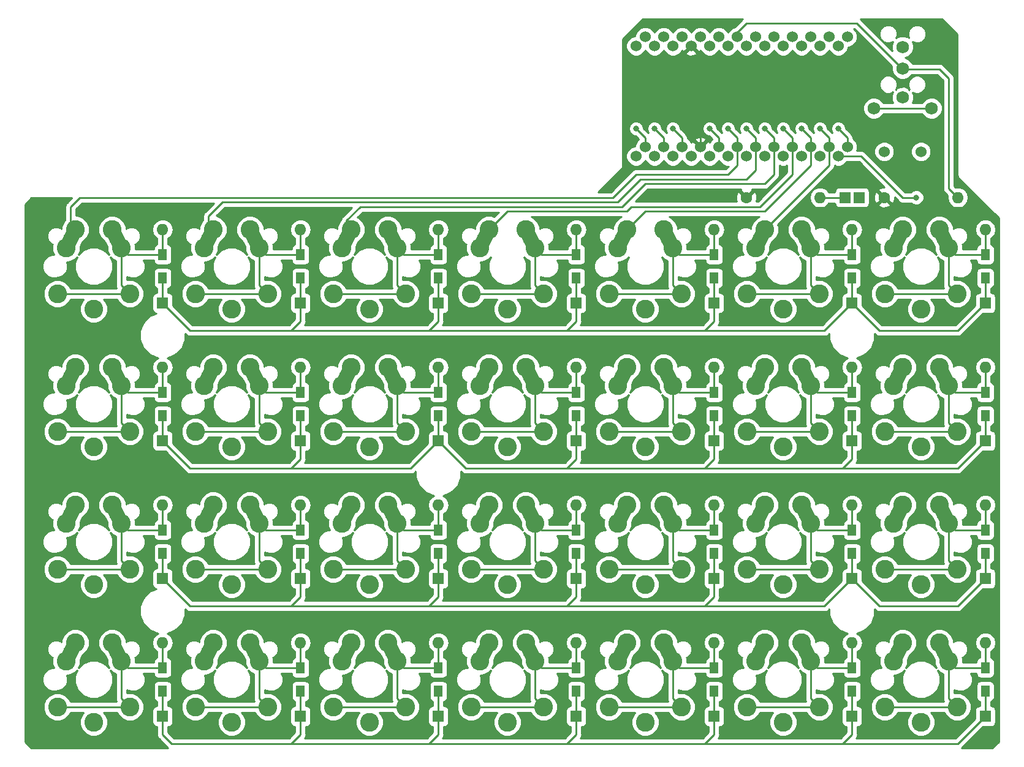
<source format=gbr>
G04 #@! TF.GenerationSoftware,KiCad,Pcbnew,5.0.2-bee76a0~70~ubuntu18.04.1*
G04 #@! TF.CreationDate,2018-12-29T23:15:22+09:00*
G04 #@! TF.ProjectId,ergo42,6572676f-3432-42e6-9b69-6361645f7063,1.0.0-alpha*
G04 #@! TF.SameCoordinates,Original*
G04 #@! TF.FileFunction,Copper,L1,Top*
G04 #@! TF.FilePolarity,Positive*
%FSLAX46Y46*%
G04 Gerber Fmt 4.6, Leading zero omitted, Abs format (unit mm)*
G04 Created by KiCad (PCBNEW 5.0.2-bee76a0~70~ubuntu18.04.1) date 2018年12月29日 23時15分22秒*
%MOMM*%
%LPD*%
G01*
G04 APERTURE LIST*
G04 #@! TA.AperFunction,ComponentPad*
%ADD10C,1.600000*%
G04 #@! TD*
G04 #@! TA.AperFunction,ComponentPad*
%ADD11O,1.600000X1.600000*%
G04 #@! TD*
G04 #@! TA.AperFunction,ComponentPad*
%ADD12C,2.600000*%
G04 #@! TD*
G04 #@! TA.AperFunction,ComponentPad*
%ADD13C,2.000000*%
G04 #@! TD*
G04 #@! TA.AperFunction,Conductor*
%ADD14C,2.000000*%
G04 #@! TD*
G04 #@! TA.AperFunction,ComponentPad*
%ADD15C,1.524000*%
G04 #@! TD*
G04 #@! TA.AperFunction,ComponentPad*
%ADD16R,1.524000X1.524000*%
G04 #@! TD*
G04 #@! TA.AperFunction,ComponentPad*
%ADD17R,1.200000X1.600000*%
G04 #@! TD*
G04 #@! TA.AperFunction,ComponentPad*
%ADD18R,1.600000X1.600000*%
G04 #@! TD*
G04 #@! TA.AperFunction,ComponentPad*
%ADD19C,1.752600*%
G04 #@! TD*
G04 #@! TA.AperFunction,ViaPad*
%ADD20C,0.800000*%
G04 #@! TD*
G04 #@! TA.AperFunction,Conductor*
%ADD21C,0.254000*%
G04 #@! TD*
G04 APERTURE END LIST*
D10*
G04 #@! TO.P,R1,1*
G04 #@! TO.N,VCC*
X174625000Y-64135000D03*
D11*
G04 #@! TO.P,R1,2*
G04 #@! TO.N,/sda*
X184785000Y-64135000D03*
G04 #@! TD*
D10*
G04 #@! TO.P,R2,1*
G04 #@! TO.N,VCC*
X193675000Y-64135000D03*
D11*
G04 #@! TO.P,R2,2*
G04 #@! TO.N,/scl/uart*
X203835000Y-64135000D03*
G04 #@! TD*
D12*
G04 #@! TO.P,SW1,2*
G04 #@! TO.N,Net-(D1-Pad2)*
X89455000Y-77460000D03*
X79455000Y-77460000D03*
G04 #@! TO.P,SW1,1*
G04 #@! TO.N,/col0*
X84455000Y-79560000D03*
D13*
X81280000Y-69850000D03*
D14*
G04 #@! TD*
G04 #@! TO.N,/col0*
G04 #@! TO.C,SW1*
X81718371Y-68951206D02*
X80841629Y-70748794D01*
D12*
G04 #@! TO.P,SW1,2*
G04 #@! TO.N,Net-(D1-Pad2)*
X88265000Y-71120000D03*
X86995000Y-68580000D03*
G04 #@! TO.P,SW1,1*
G04 #@! TO.N,/col0*
X81915000Y-68580000D03*
X80645000Y-71120000D03*
D13*
G04 #@! TO.P,SW1,2*
G04 #@! TO.N,Net-(D1-Pad2)*
X87630000Y-69850000D03*
D14*
G04 #@! TD*
G04 #@! TO.N,Net-(D1-Pad2)*
G04 #@! TO.C,SW1*
X87191629Y-68951206D02*
X88068371Y-70748794D01*
D12*
G04 #@! TO.P,SW2,2*
G04 #@! TO.N,Net-(D2-Pad2)*
X89455000Y-96510000D03*
X79455000Y-96510000D03*
G04 #@! TO.P,SW2,1*
G04 #@! TO.N,/col0*
X84455000Y-98610000D03*
D13*
X81280000Y-88900000D03*
D14*
G04 #@! TD*
G04 #@! TO.N,/col0*
G04 #@! TO.C,SW2*
X81718371Y-88001206D02*
X80841629Y-89798794D01*
D12*
G04 #@! TO.P,SW2,2*
G04 #@! TO.N,Net-(D2-Pad2)*
X88265000Y-90170000D03*
X86995000Y-87630000D03*
G04 #@! TO.P,SW2,1*
G04 #@! TO.N,/col0*
X81915000Y-87630000D03*
X80645000Y-90170000D03*
D13*
G04 #@! TO.P,SW2,2*
G04 #@! TO.N,Net-(D2-Pad2)*
X87630000Y-88900000D03*
D14*
G04 #@! TD*
G04 #@! TO.N,Net-(D2-Pad2)*
G04 #@! TO.C,SW2*
X87191629Y-88001206D02*
X88068371Y-89798794D01*
D12*
G04 #@! TO.P,SW3,2*
G04 #@! TO.N,Net-(D3-Pad2)*
X89455000Y-115560000D03*
X79455000Y-115560000D03*
G04 #@! TO.P,SW3,1*
G04 #@! TO.N,/col0*
X84455000Y-117660000D03*
D13*
X81280000Y-107950000D03*
D14*
G04 #@! TD*
G04 #@! TO.N,/col0*
G04 #@! TO.C,SW3*
X81718371Y-107051206D02*
X80841629Y-108848794D01*
D12*
G04 #@! TO.P,SW3,2*
G04 #@! TO.N,Net-(D3-Pad2)*
X88265000Y-109220000D03*
X86995000Y-106680000D03*
G04 #@! TO.P,SW3,1*
G04 #@! TO.N,/col0*
X81915000Y-106680000D03*
X80645000Y-109220000D03*
D13*
G04 #@! TO.P,SW3,2*
G04 #@! TO.N,Net-(D3-Pad2)*
X87630000Y-107950000D03*
D14*
G04 #@! TD*
G04 #@! TO.N,Net-(D3-Pad2)*
G04 #@! TO.C,SW3*
X87191629Y-107051206D02*
X88068371Y-108848794D01*
D12*
G04 #@! TO.P,SW4,2*
G04 #@! TO.N,Net-(D4-Pad2)*
X89455000Y-134610000D03*
X79455000Y-134610000D03*
G04 #@! TO.P,SW4,1*
G04 #@! TO.N,/col0*
X84455000Y-136710000D03*
D13*
X81280000Y-127000000D03*
D14*
G04 #@! TD*
G04 #@! TO.N,/col0*
G04 #@! TO.C,SW4*
X81718371Y-126101206D02*
X80841629Y-127898794D01*
D12*
G04 #@! TO.P,SW4,2*
G04 #@! TO.N,Net-(D4-Pad2)*
X88265000Y-128270000D03*
X86995000Y-125730000D03*
G04 #@! TO.P,SW4,1*
G04 #@! TO.N,/col0*
X81915000Y-125730000D03*
X80645000Y-128270000D03*
D13*
G04 #@! TO.P,SW4,2*
G04 #@! TO.N,Net-(D4-Pad2)*
X87630000Y-127000000D03*
D14*
G04 #@! TD*
G04 #@! TO.N,Net-(D4-Pad2)*
G04 #@! TO.C,SW4*
X87191629Y-126101206D02*
X88068371Y-127898794D01*
D12*
G04 #@! TO.P,SW5,2*
G04 #@! TO.N,Net-(D5-Pad2)*
X108505000Y-77460000D03*
X98505000Y-77460000D03*
G04 #@! TO.P,SW5,1*
G04 #@! TO.N,/col1*
X103505000Y-79560000D03*
D13*
X100330000Y-69850000D03*
D14*
G04 #@! TD*
G04 #@! TO.N,/col1*
G04 #@! TO.C,SW5*
X100768371Y-68951206D02*
X99891629Y-70748794D01*
D12*
G04 #@! TO.P,SW5,2*
G04 #@! TO.N,Net-(D5-Pad2)*
X107315000Y-71120000D03*
X106045000Y-68580000D03*
G04 #@! TO.P,SW5,1*
G04 #@! TO.N,/col1*
X100965000Y-68580000D03*
X99695000Y-71120000D03*
D13*
G04 #@! TO.P,SW5,2*
G04 #@! TO.N,Net-(D5-Pad2)*
X106680000Y-69850000D03*
D14*
G04 #@! TD*
G04 #@! TO.N,Net-(D5-Pad2)*
G04 #@! TO.C,SW5*
X106241629Y-68951206D02*
X107118371Y-70748794D01*
D12*
G04 #@! TO.P,SW6,2*
G04 #@! TO.N,Net-(D6-Pad2)*
X108505000Y-96510000D03*
X98505000Y-96510000D03*
G04 #@! TO.P,SW6,1*
G04 #@! TO.N,/col1*
X103505000Y-98610000D03*
D13*
X100330000Y-88900000D03*
D14*
G04 #@! TD*
G04 #@! TO.N,/col1*
G04 #@! TO.C,SW6*
X100768371Y-88001206D02*
X99891629Y-89798794D01*
D12*
G04 #@! TO.P,SW6,2*
G04 #@! TO.N,Net-(D6-Pad2)*
X107315000Y-90170000D03*
X106045000Y-87630000D03*
G04 #@! TO.P,SW6,1*
G04 #@! TO.N,/col1*
X100965000Y-87630000D03*
X99695000Y-90170000D03*
D13*
G04 #@! TO.P,SW6,2*
G04 #@! TO.N,Net-(D6-Pad2)*
X106680000Y-88900000D03*
D14*
G04 #@! TD*
G04 #@! TO.N,Net-(D6-Pad2)*
G04 #@! TO.C,SW6*
X106241629Y-88001206D02*
X107118371Y-89798794D01*
D12*
G04 #@! TO.P,SW7,2*
G04 #@! TO.N,Net-(D7-Pad2)*
X108505000Y-115560000D03*
X98505000Y-115560000D03*
G04 #@! TO.P,SW7,1*
G04 #@! TO.N,/col1*
X103505000Y-117660000D03*
D13*
X100330000Y-107950000D03*
D14*
G04 #@! TD*
G04 #@! TO.N,/col1*
G04 #@! TO.C,SW7*
X100768371Y-107051206D02*
X99891629Y-108848794D01*
D12*
G04 #@! TO.P,SW7,2*
G04 #@! TO.N,Net-(D7-Pad2)*
X107315000Y-109220000D03*
X106045000Y-106680000D03*
G04 #@! TO.P,SW7,1*
G04 #@! TO.N,/col1*
X100965000Y-106680000D03*
X99695000Y-109220000D03*
D13*
G04 #@! TO.P,SW7,2*
G04 #@! TO.N,Net-(D7-Pad2)*
X106680000Y-107950000D03*
D14*
G04 #@! TD*
G04 #@! TO.N,Net-(D7-Pad2)*
G04 #@! TO.C,SW7*
X106241629Y-107051206D02*
X107118371Y-108848794D01*
D12*
G04 #@! TO.P,SW8,2*
G04 #@! TO.N,Net-(D8-Pad2)*
X108505000Y-134610000D03*
X98505000Y-134610000D03*
G04 #@! TO.P,SW8,1*
G04 #@! TO.N,/col1*
X103505000Y-136710000D03*
D13*
X100330000Y-127000000D03*
D14*
G04 #@! TD*
G04 #@! TO.N,/col1*
G04 #@! TO.C,SW8*
X100768371Y-126101206D02*
X99891629Y-127898794D01*
D12*
G04 #@! TO.P,SW8,2*
G04 #@! TO.N,Net-(D8-Pad2)*
X107315000Y-128270000D03*
X106045000Y-125730000D03*
G04 #@! TO.P,SW8,1*
G04 #@! TO.N,/col1*
X100965000Y-125730000D03*
X99695000Y-128270000D03*
D13*
G04 #@! TO.P,SW8,2*
G04 #@! TO.N,Net-(D8-Pad2)*
X106680000Y-127000000D03*
D14*
G04 #@! TD*
G04 #@! TO.N,Net-(D8-Pad2)*
G04 #@! TO.C,SW8*
X106241629Y-126101206D02*
X107118371Y-127898794D01*
D12*
G04 #@! TO.P,SW9,2*
G04 #@! TO.N,Net-(D9-Pad2)*
X127555000Y-77460000D03*
X117555000Y-77460000D03*
G04 #@! TO.P,SW9,1*
G04 #@! TO.N,/col2*
X122555000Y-79560000D03*
D13*
X119380000Y-69850000D03*
D14*
G04 #@! TD*
G04 #@! TO.N,/col2*
G04 #@! TO.C,SW9*
X119818371Y-68951206D02*
X118941629Y-70748794D01*
D12*
G04 #@! TO.P,SW9,2*
G04 #@! TO.N,Net-(D9-Pad2)*
X126365000Y-71120000D03*
X125095000Y-68580000D03*
G04 #@! TO.P,SW9,1*
G04 #@! TO.N,/col2*
X120015000Y-68580000D03*
X118745000Y-71120000D03*
D13*
G04 #@! TO.P,SW9,2*
G04 #@! TO.N,Net-(D9-Pad2)*
X125730000Y-69850000D03*
D14*
G04 #@! TD*
G04 #@! TO.N,Net-(D9-Pad2)*
G04 #@! TO.C,SW9*
X125291629Y-68951206D02*
X126168371Y-70748794D01*
D12*
G04 #@! TO.P,SW10,2*
G04 #@! TO.N,Net-(D10-Pad2)*
X127555000Y-96510000D03*
X117555000Y-96510000D03*
G04 #@! TO.P,SW10,1*
G04 #@! TO.N,/col2*
X122555000Y-98610000D03*
D13*
X119380000Y-88900000D03*
D14*
G04 #@! TD*
G04 #@! TO.N,/col2*
G04 #@! TO.C,SW10*
X119818371Y-88001206D02*
X118941629Y-89798794D01*
D12*
G04 #@! TO.P,SW10,2*
G04 #@! TO.N,Net-(D10-Pad2)*
X126365000Y-90170000D03*
X125095000Y-87630000D03*
G04 #@! TO.P,SW10,1*
G04 #@! TO.N,/col2*
X120015000Y-87630000D03*
X118745000Y-90170000D03*
D13*
G04 #@! TO.P,SW10,2*
G04 #@! TO.N,Net-(D10-Pad2)*
X125730000Y-88900000D03*
D14*
G04 #@! TD*
G04 #@! TO.N,Net-(D10-Pad2)*
G04 #@! TO.C,SW10*
X125291629Y-88001206D02*
X126168371Y-89798794D01*
D12*
G04 #@! TO.P,SW11,2*
G04 #@! TO.N,Net-(D11-Pad2)*
X127555000Y-115560000D03*
X117555000Y-115560000D03*
G04 #@! TO.P,SW11,1*
G04 #@! TO.N,/col2*
X122555000Y-117660000D03*
D13*
X119380000Y-107950000D03*
D14*
G04 #@! TD*
G04 #@! TO.N,/col2*
G04 #@! TO.C,SW11*
X119818371Y-107051206D02*
X118941629Y-108848794D01*
D12*
G04 #@! TO.P,SW11,2*
G04 #@! TO.N,Net-(D11-Pad2)*
X126365000Y-109220000D03*
X125095000Y-106680000D03*
G04 #@! TO.P,SW11,1*
G04 #@! TO.N,/col2*
X120015000Y-106680000D03*
X118745000Y-109220000D03*
D13*
G04 #@! TO.P,SW11,2*
G04 #@! TO.N,Net-(D11-Pad2)*
X125730000Y-107950000D03*
D14*
G04 #@! TD*
G04 #@! TO.N,Net-(D11-Pad2)*
G04 #@! TO.C,SW11*
X125291629Y-107051206D02*
X126168371Y-108848794D01*
D12*
G04 #@! TO.P,SW12,2*
G04 #@! TO.N,Net-(D12-Pad2)*
X127555000Y-134610000D03*
X117555000Y-134610000D03*
G04 #@! TO.P,SW12,1*
G04 #@! TO.N,/col2*
X122555000Y-136710000D03*
D13*
X119380000Y-127000000D03*
D14*
G04 #@! TD*
G04 #@! TO.N,/col2*
G04 #@! TO.C,SW12*
X119818371Y-126101206D02*
X118941629Y-127898794D01*
D12*
G04 #@! TO.P,SW12,2*
G04 #@! TO.N,Net-(D12-Pad2)*
X126365000Y-128270000D03*
X125095000Y-125730000D03*
G04 #@! TO.P,SW12,1*
G04 #@! TO.N,/col2*
X120015000Y-125730000D03*
X118745000Y-128270000D03*
D13*
G04 #@! TO.P,SW12,2*
G04 #@! TO.N,Net-(D12-Pad2)*
X125730000Y-127000000D03*
D14*
G04 #@! TD*
G04 #@! TO.N,Net-(D12-Pad2)*
G04 #@! TO.C,SW12*
X125291629Y-126101206D02*
X126168371Y-127898794D01*
D12*
G04 #@! TO.P,SW13,2*
G04 #@! TO.N,Net-(D13-Pad2)*
X146605000Y-77460000D03*
X136605000Y-77460000D03*
G04 #@! TO.P,SW13,1*
G04 #@! TO.N,/col3*
X141605000Y-79560000D03*
D13*
X138430000Y-69850000D03*
D14*
G04 #@! TD*
G04 #@! TO.N,/col3*
G04 #@! TO.C,SW13*
X138868371Y-68951206D02*
X137991629Y-70748794D01*
D12*
G04 #@! TO.P,SW13,2*
G04 #@! TO.N,Net-(D13-Pad2)*
X145415000Y-71120000D03*
X144145000Y-68580000D03*
G04 #@! TO.P,SW13,1*
G04 #@! TO.N,/col3*
X139065000Y-68580000D03*
X137795000Y-71120000D03*
D13*
G04 #@! TO.P,SW13,2*
G04 #@! TO.N,Net-(D13-Pad2)*
X144780000Y-69850000D03*
D14*
G04 #@! TD*
G04 #@! TO.N,Net-(D13-Pad2)*
G04 #@! TO.C,SW13*
X144341629Y-68951206D02*
X145218371Y-70748794D01*
D12*
G04 #@! TO.P,SW14,2*
G04 #@! TO.N,Net-(D14-Pad2)*
X146605000Y-96510000D03*
X136605000Y-96510000D03*
G04 #@! TO.P,SW14,1*
G04 #@! TO.N,/col3*
X141605000Y-98610000D03*
D13*
X138430000Y-88900000D03*
D14*
G04 #@! TD*
G04 #@! TO.N,/col3*
G04 #@! TO.C,SW14*
X138868371Y-88001206D02*
X137991629Y-89798794D01*
D12*
G04 #@! TO.P,SW14,2*
G04 #@! TO.N,Net-(D14-Pad2)*
X145415000Y-90170000D03*
X144145000Y-87630000D03*
G04 #@! TO.P,SW14,1*
G04 #@! TO.N,/col3*
X139065000Y-87630000D03*
X137795000Y-90170000D03*
D13*
G04 #@! TO.P,SW14,2*
G04 #@! TO.N,Net-(D14-Pad2)*
X144780000Y-88900000D03*
D14*
G04 #@! TD*
G04 #@! TO.N,Net-(D14-Pad2)*
G04 #@! TO.C,SW14*
X144341629Y-88001206D02*
X145218371Y-89798794D01*
D12*
G04 #@! TO.P,SW15,2*
G04 #@! TO.N,Net-(D15-Pad2)*
X146605000Y-115560000D03*
X136605000Y-115560000D03*
G04 #@! TO.P,SW15,1*
G04 #@! TO.N,/col3*
X141605000Y-117660000D03*
D13*
X138430000Y-107950000D03*
D14*
G04 #@! TD*
G04 #@! TO.N,/col3*
G04 #@! TO.C,SW15*
X138868371Y-107051206D02*
X137991629Y-108848794D01*
D12*
G04 #@! TO.P,SW15,2*
G04 #@! TO.N,Net-(D15-Pad2)*
X145415000Y-109220000D03*
X144145000Y-106680000D03*
G04 #@! TO.P,SW15,1*
G04 #@! TO.N,/col3*
X139065000Y-106680000D03*
X137795000Y-109220000D03*
D13*
G04 #@! TO.P,SW15,2*
G04 #@! TO.N,Net-(D15-Pad2)*
X144780000Y-107950000D03*
D14*
G04 #@! TD*
G04 #@! TO.N,Net-(D15-Pad2)*
G04 #@! TO.C,SW15*
X144341629Y-107051206D02*
X145218371Y-108848794D01*
D12*
G04 #@! TO.P,SW16,2*
G04 #@! TO.N,Net-(D16-Pad2)*
X146605000Y-134610000D03*
X136605000Y-134610000D03*
G04 #@! TO.P,SW16,1*
G04 #@! TO.N,/col3*
X141605000Y-136710000D03*
D13*
X138430000Y-127000000D03*
D14*
G04 #@! TD*
G04 #@! TO.N,/col3*
G04 #@! TO.C,SW16*
X138868371Y-126101206D02*
X137991629Y-127898794D01*
D12*
G04 #@! TO.P,SW16,2*
G04 #@! TO.N,Net-(D16-Pad2)*
X145415000Y-128270000D03*
X144145000Y-125730000D03*
G04 #@! TO.P,SW16,1*
G04 #@! TO.N,/col3*
X139065000Y-125730000D03*
X137795000Y-128270000D03*
D13*
G04 #@! TO.P,SW16,2*
G04 #@! TO.N,Net-(D16-Pad2)*
X144780000Y-127000000D03*
D14*
G04 #@! TD*
G04 #@! TO.N,Net-(D16-Pad2)*
G04 #@! TO.C,SW16*
X144341629Y-126101206D02*
X145218371Y-127898794D01*
D12*
G04 #@! TO.P,SW17,2*
G04 #@! TO.N,Net-(D17-Pad2)*
X165655000Y-77460000D03*
X155655000Y-77460000D03*
G04 #@! TO.P,SW17,1*
G04 #@! TO.N,/col4*
X160655000Y-79560000D03*
D13*
X157480000Y-69850000D03*
D14*
G04 #@! TD*
G04 #@! TO.N,/col4*
G04 #@! TO.C,SW17*
X157918371Y-68951206D02*
X157041629Y-70748794D01*
D12*
G04 #@! TO.P,SW17,2*
G04 #@! TO.N,Net-(D17-Pad2)*
X164465000Y-71120000D03*
X163195000Y-68580000D03*
G04 #@! TO.P,SW17,1*
G04 #@! TO.N,/col4*
X158115000Y-68580000D03*
X156845000Y-71120000D03*
D13*
G04 #@! TO.P,SW17,2*
G04 #@! TO.N,Net-(D17-Pad2)*
X163830000Y-69850000D03*
D14*
G04 #@! TD*
G04 #@! TO.N,Net-(D17-Pad2)*
G04 #@! TO.C,SW17*
X163391629Y-68951206D02*
X164268371Y-70748794D01*
D12*
G04 #@! TO.P,SW18,2*
G04 #@! TO.N,Net-(D18-Pad2)*
X165655000Y-96510000D03*
X155655000Y-96510000D03*
G04 #@! TO.P,SW18,1*
G04 #@! TO.N,/col4*
X160655000Y-98610000D03*
D13*
X157480000Y-88900000D03*
D14*
G04 #@! TD*
G04 #@! TO.N,/col4*
G04 #@! TO.C,SW18*
X157918371Y-88001206D02*
X157041629Y-89798794D01*
D12*
G04 #@! TO.P,SW18,2*
G04 #@! TO.N,Net-(D18-Pad2)*
X164465000Y-90170000D03*
X163195000Y-87630000D03*
G04 #@! TO.P,SW18,1*
G04 #@! TO.N,/col4*
X158115000Y-87630000D03*
X156845000Y-90170000D03*
D13*
G04 #@! TO.P,SW18,2*
G04 #@! TO.N,Net-(D18-Pad2)*
X163830000Y-88900000D03*
D14*
G04 #@! TD*
G04 #@! TO.N,Net-(D18-Pad2)*
G04 #@! TO.C,SW18*
X163391629Y-88001206D02*
X164268371Y-89798794D01*
D12*
G04 #@! TO.P,SW19,2*
G04 #@! TO.N,Net-(D19-Pad2)*
X165655000Y-115560000D03*
X155655000Y-115560000D03*
G04 #@! TO.P,SW19,1*
G04 #@! TO.N,/col4*
X160655000Y-117660000D03*
D13*
X157480000Y-107950000D03*
D14*
G04 #@! TD*
G04 #@! TO.N,/col4*
G04 #@! TO.C,SW19*
X157918371Y-107051206D02*
X157041629Y-108848794D01*
D12*
G04 #@! TO.P,SW19,2*
G04 #@! TO.N,Net-(D19-Pad2)*
X164465000Y-109220000D03*
X163195000Y-106680000D03*
G04 #@! TO.P,SW19,1*
G04 #@! TO.N,/col4*
X158115000Y-106680000D03*
X156845000Y-109220000D03*
D13*
G04 #@! TO.P,SW19,2*
G04 #@! TO.N,Net-(D19-Pad2)*
X163830000Y-107950000D03*
D14*
G04 #@! TD*
G04 #@! TO.N,Net-(D19-Pad2)*
G04 #@! TO.C,SW19*
X163391629Y-107051206D02*
X164268371Y-108848794D01*
D12*
G04 #@! TO.P,SW20,2*
G04 #@! TO.N,Net-(D20-Pad2)*
X165655000Y-134610000D03*
X155655000Y-134610000D03*
G04 #@! TO.P,SW20,1*
G04 #@! TO.N,/col4*
X160655000Y-136710000D03*
D13*
X157480000Y-127000000D03*
D14*
G04 #@! TD*
G04 #@! TO.N,/col4*
G04 #@! TO.C,SW20*
X157918371Y-126101206D02*
X157041629Y-127898794D01*
D12*
G04 #@! TO.P,SW20,2*
G04 #@! TO.N,Net-(D20-Pad2)*
X164465000Y-128270000D03*
X163195000Y-125730000D03*
G04 #@! TO.P,SW20,1*
G04 #@! TO.N,/col4*
X158115000Y-125730000D03*
X156845000Y-128270000D03*
D13*
G04 #@! TO.P,SW20,2*
G04 #@! TO.N,Net-(D20-Pad2)*
X163830000Y-127000000D03*
D14*
G04 #@! TD*
G04 #@! TO.N,Net-(D20-Pad2)*
G04 #@! TO.C,SW20*
X163391629Y-126101206D02*
X164268371Y-127898794D01*
D12*
G04 #@! TO.P,SW21,2*
G04 #@! TO.N,Net-(D21-Pad2)*
X184705000Y-77460000D03*
X174705000Y-77460000D03*
G04 #@! TO.P,SW21,1*
G04 #@! TO.N,/col5*
X179705000Y-79560000D03*
D13*
X176530000Y-69850000D03*
D14*
G04 #@! TD*
G04 #@! TO.N,/col5*
G04 #@! TO.C,SW21*
X176968371Y-68951206D02*
X176091629Y-70748794D01*
D12*
G04 #@! TO.P,SW21,2*
G04 #@! TO.N,Net-(D21-Pad2)*
X183515000Y-71120000D03*
X182245000Y-68580000D03*
G04 #@! TO.P,SW21,1*
G04 #@! TO.N,/col5*
X177165000Y-68580000D03*
X175895000Y-71120000D03*
D13*
G04 #@! TO.P,SW21,2*
G04 #@! TO.N,Net-(D21-Pad2)*
X182880000Y-69850000D03*
D14*
G04 #@! TD*
G04 #@! TO.N,Net-(D21-Pad2)*
G04 #@! TO.C,SW21*
X182441629Y-68951206D02*
X183318371Y-70748794D01*
D12*
G04 #@! TO.P,SW22,2*
G04 #@! TO.N,Net-(D22-Pad2)*
X184705000Y-96510000D03*
X174705000Y-96510000D03*
G04 #@! TO.P,SW22,1*
G04 #@! TO.N,/col5*
X179705000Y-98610000D03*
D13*
X176530000Y-88900000D03*
D14*
G04 #@! TD*
G04 #@! TO.N,/col5*
G04 #@! TO.C,SW22*
X176968371Y-88001206D02*
X176091629Y-89798794D01*
D12*
G04 #@! TO.P,SW22,2*
G04 #@! TO.N,Net-(D22-Pad2)*
X183515000Y-90170000D03*
X182245000Y-87630000D03*
G04 #@! TO.P,SW22,1*
G04 #@! TO.N,/col5*
X177165000Y-87630000D03*
X175895000Y-90170000D03*
D13*
G04 #@! TO.P,SW22,2*
G04 #@! TO.N,Net-(D22-Pad2)*
X182880000Y-88900000D03*
D14*
G04 #@! TD*
G04 #@! TO.N,Net-(D22-Pad2)*
G04 #@! TO.C,SW22*
X182441629Y-88001206D02*
X183318371Y-89798794D01*
D12*
G04 #@! TO.P,SW23,2*
G04 #@! TO.N,Net-(D23-Pad2)*
X184705000Y-115560000D03*
X174705000Y-115560000D03*
G04 #@! TO.P,SW23,1*
G04 #@! TO.N,/col5*
X179705000Y-117660000D03*
D13*
X176530000Y-107950000D03*
D14*
G04 #@! TD*
G04 #@! TO.N,/col5*
G04 #@! TO.C,SW23*
X176968371Y-107051206D02*
X176091629Y-108848794D01*
D12*
G04 #@! TO.P,SW23,2*
G04 #@! TO.N,Net-(D23-Pad2)*
X183515000Y-109220000D03*
X182245000Y-106680000D03*
G04 #@! TO.P,SW23,1*
G04 #@! TO.N,/col5*
X177165000Y-106680000D03*
X175895000Y-109220000D03*
D13*
G04 #@! TO.P,SW23,2*
G04 #@! TO.N,Net-(D23-Pad2)*
X182880000Y-107950000D03*
D14*
G04 #@! TD*
G04 #@! TO.N,Net-(D23-Pad2)*
G04 #@! TO.C,SW23*
X182441629Y-107051206D02*
X183318371Y-108848794D01*
D12*
G04 #@! TO.P,SW24,2*
G04 #@! TO.N,Net-(D24-Pad2)*
X184705000Y-134610000D03*
X174705000Y-134610000D03*
G04 #@! TO.P,SW24,1*
G04 #@! TO.N,/col5*
X179705000Y-136710000D03*
D13*
X176530000Y-127000000D03*
D14*
G04 #@! TD*
G04 #@! TO.N,/col5*
G04 #@! TO.C,SW24*
X176968371Y-126101206D02*
X176091629Y-127898794D01*
D12*
G04 #@! TO.P,SW24,2*
G04 #@! TO.N,Net-(D24-Pad2)*
X183515000Y-128270000D03*
X182245000Y-125730000D03*
G04 #@! TO.P,SW24,1*
G04 #@! TO.N,/col5*
X177165000Y-125730000D03*
X175895000Y-128270000D03*
D13*
G04 #@! TO.P,SW24,2*
G04 #@! TO.N,Net-(D24-Pad2)*
X182880000Y-127000000D03*
D14*
G04 #@! TD*
G04 #@! TO.N,Net-(D24-Pad2)*
G04 #@! TO.C,SW24*
X182441629Y-126101206D02*
X183318371Y-127898794D01*
D12*
G04 #@! TO.P,SW25,2*
G04 #@! TO.N,Net-(D25-Pad2)*
X203755000Y-77460000D03*
X193755000Y-77460000D03*
G04 #@! TO.P,SW25,1*
G04 #@! TO.N,/col6*
X198755000Y-79560000D03*
D13*
X195580000Y-69850000D03*
D14*
G04 #@! TD*
G04 #@! TO.N,/col6*
G04 #@! TO.C,SW25*
X196018371Y-68951206D02*
X195141629Y-70748794D01*
D12*
G04 #@! TO.P,SW25,2*
G04 #@! TO.N,Net-(D25-Pad2)*
X202565000Y-71120000D03*
X201295000Y-68580000D03*
G04 #@! TO.P,SW25,1*
G04 #@! TO.N,/col6*
X196215000Y-68580000D03*
X194945000Y-71120000D03*
D13*
G04 #@! TO.P,SW25,2*
G04 #@! TO.N,Net-(D25-Pad2)*
X201930000Y-69850000D03*
D14*
G04 #@! TD*
G04 #@! TO.N,Net-(D25-Pad2)*
G04 #@! TO.C,SW25*
X201491629Y-68951206D02*
X202368371Y-70748794D01*
D12*
G04 #@! TO.P,SW26,2*
G04 #@! TO.N,Net-(D26-Pad2)*
X203755000Y-96510000D03*
X193755000Y-96510000D03*
G04 #@! TO.P,SW26,1*
G04 #@! TO.N,/col6*
X198755000Y-98610000D03*
D13*
X195580000Y-88900000D03*
D14*
G04 #@! TD*
G04 #@! TO.N,/col6*
G04 #@! TO.C,SW26*
X196018371Y-88001206D02*
X195141629Y-89798794D01*
D12*
G04 #@! TO.P,SW26,2*
G04 #@! TO.N,Net-(D26-Pad2)*
X202565000Y-90170000D03*
X201295000Y-87630000D03*
G04 #@! TO.P,SW26,1*
G04 #@! TO.N,/col6*
X196215000Y-87630000D03*
X194945000Y-90170000D03*
D13*
G04 #@! TO.P,SW26,2*
G04 #@! TO.N,Net-(D26-Pad2)*
X201930000Y-88900000D03*
D14*
G04 #@! TD*
G04 #@! TO.N,Net-(D26-Pad2)*
G04 #@! TO.C,SW26*
X201491629Y-88001206D02*
X202368371Y-89798794D01*
D12*
G04 #@! TO.P,SW27,2*
G04 #@! TO.N,Net-(D27-Pad2)*
X203755000Y-115560000D03*
X193755000Y-115560000D03*
G04 #@! TO.P,SW27,1*
G04 #@! TO.N,/col6*
X198755000Y-117660000D03*
D13*
X195580000Y-107950000D03*
D14*
G04 #@! TD*
G04 #@! TO.N,/col6*
G04 #@! TO.C,SW27*
X196018371Y-107051206D02*
X195141629Y-108848794D01*
D12*
G04 #@! TO.P,SW27,2*
G04 #@! TO.N,Net-(D27-Pad2)*
X202565000Y-109220000D03*
X201295000Y-106680000D03*
G04 #@! TO.P,SW27,1*
G04 #@! TO.N,/col6*
X196215000Y-106680000D03*
X194945000Y-109220000D03*
D13*
G04 #@! TO.P,SW27,2*
G04 #@! TO.N,Net-(D27-Pad2)*
X201930000Y-107950000D03*
D14*
G04 #@! TD*
G04 #@! TO.N,Net-(D27-Pad2)*
G04 #@! TO.C,SW27*
X201491629Y-107051206D02*
X202368371Y-108848794D01*
D12*
G04 #@! TO.P,SW28,2*
G04 #@! TO.N,Net-(D28-Pad2)*
X203755000Y-134610000D03*
X193755000Y-134610000D03*
G04 #@! TO.P,SW28,1*
G04 #@! TO.N,/col6*
X198755000Y-136710000D03*
D13*
X195580000Y-127000000D03*
D14*
G04 #@! TD*
G04 #@! TO.N,/col6*
G04 #@! TO.C,SW28*
X196018371Y-126101206D02*
X195141629Y-127898794D01*
D12*
G04 #@! TO.P,SW28,2*
G04 #@! TO.N,Net-(D28-Pad2)*
X202565000Y-128270000D03*
X201295000Y-125730000D03*
G04 #@! TO.P,SW28,1*
G04 #@! TO.N,/col6*
X196215000Y-125730000D03*
X194945000Y-128270000D03*
D13*
G04 #@! TO.P,SW28,2*
G04 #@! TO.N,Net-(D28-Pad2)*
X201930000Y-127000000D03*
D14*
G04 #@! TD*
G04 #@! TO.N,Net-(D28-Pad2)*
G04 #@! TO.C,SW28*
X201491629Y-126101206D02*
X202368371Y-127898794D01*
D15*
G04 #@! TO.P,SW29,1*
G04 #@! TO.N,/rst*
X193675000Y-57785000D03*
G04 #@! TO.P,SW29,2*
G04 #@! TO.N,GND*
X198755000Y-57785000D03*
G04 #@! TD*
D16*
G04 #@! TO.P,W1,2*
G04 #@! TO.N,/sda*
X188230000Y-64135000D03*
G04 #@! TO.P,W1,1*
G04 #@! TO.N,/xtradata*
X190230000Y-64135000D03*
G04 #@! TD*
D17*
G04 #@! TO.P,D28,2*
G04 #@! TO.N,Net-(D28-Pad2)*
X207645000Y-129180000D03*
D18*
G04 #@! TO.P,D28,1*
G04 #@! TO.N,/row3*
X207645000Y-135890000D03*
D11*
G04 #@! TO.P,D28,2*
G04 #@! TO.N,Net-(D28-Pad2)*
X207645000Y-125730000D03*
D17*
G04 #@! TO.P,D28,1*
G04 #@! TO.N,/row3*
X207645000Y-132440000D03*
G04 #@! TD*
G04 #@! TO.P,D27,2*
G04 #@! TO.N,Net-(D27-Pad2)*
X207645000Y-110130000D03*
D18*
G04 #@! TO.P,D27,1*
G04 #@! TO.N,/row2*
X207645000Y-116840000D03*
D11*
G04 #@! TO.P,D27,2*
G04 #@! TO.N,Net-(D27-Pad2)*
X207645000Y-106680000D03*
D17*
G04 #@! TO.P,D27,1*
G04 #@! TO.N,/row2*
X207645000Y-113390000D03*
G04 #@! TD*
G04 #@! TO.P,D26,2*
G04 #@! TO.N,Net-(D26-Pad2)*
X207645000Y-91080000D03*
D18*
G04 #@! TO.P,D26,1*
G04 #@! TO.N,/row1*
X207645000Y-97790000D03*
D11*
G04 #@! TO.P,D26,2*
G04 #@! TO.N,Net-(D26-Pad2)*
X207645000Y-87630000D03*
D17*
G04 #@! TO.P,D26,1*
G04 #@! TO.N,/row1*
X207645000Y-94340000D03*
G04 #@! TD*
G04 #@! TO.P,D25,2*
G04 #@! TO.N,Net-(D25-Pad2)*
X207645000Y-72030000D03*
D18*
G04 #@! TO.P,D25,1*
G04 #@! TO.N,/row0*
X207645000Y-78740000D03*
D11*
G04 #@! TO.P,D25,2*
G04 #@! TO.N,Net-(D25-Pad2)*
X207645000Y-68580000D03*
D17*
G04 #@! TO.P,D25,1*
G04 #@! TO.N,/row0*
X207645000Y-75290000D03*
G04 #@! TD*
G04 #@! TO.P,D24,2*
G04 #@! TO.N,Net-(D24-Pad2)*
X189230000Y-129180000D03*
D18*
G04 #@! TO.P,D24,1*
G04 #@! TO.N,/row3*
X189230000Y-135890000D03*
D11*
G04 #@! TO.P,D24,2*
G04 #@! TO.N,Net-(D24-Pad2)*
X189230000Y-125730000D03*
D17*
G04 #@! TO.P,D24,1*
G04 #@! TO.N,/row3*
X189230000Y-132440000D03*
G04 #@! TD*
G04 #@! TO.P,D23,2*
G04 #@! TO.N,Net-(D23-Pad2)*
X189230000Y-110130000D03*
D18*
G04 #@! TO.P,D23,1*
G04 #@! TO.N,/row2*
X189230000Y-116840000D03*
D11*
G04 #@! TO.P,D23,2*
G04 #@! TO.N,Net-(D23-Pad2)*
X189230000Y-106680000D03*
D17*
G04 #@! TO.P,D23,1*
G04 #@! TO.N,/row2*
X189230000Y-113390000D03*
G04 #@! TD*
G04 #@! TO.P,D22,2*
G04 #@! TO.N,Net-(D22-Pad2)*
X189230000Y-91080000D03*
D18*
G04 #@! TO.P,D22,1*
G04 #@! TO.N,/row1*
X189230000Y-97790000D03*
D11*
G04 #@! TO.P,D22,2*
G04 #@! TO.N,Net-(D22-Pad2)*
X189230000Y-87630000D03*
D17*
G04 #@! TO.P,D22,1*
G04 #@! TO.N,/row1*
X189230000Y-94340000D03*
G04 #@! TD*
G04 #@! TO.P,D21,2*
G04 #@! TO.N,Net-(D21-Pad2)*
X189230000Y-72030000D03*
D18*
G04 #@! TO.P,D21,1*
G04 #@! TO.N,/row0*
X189230000Y-78740000D03*
D11*
G04 #@! TO.P,D21,2*
G04 #@! TO.N,Net-(D21-Pad2)*
X189230000Y-68580000D03*
D17*
G04 #@! TO.P,D21,1*
G04 #@! TO.N,/row0*
X189230000Y-75290000D03*
G04 #@! TD*
G04 #@! TO.P,D20,2*
G04 #@! TO.N,Net-(D20-Pad2)*
X170180000Y-129180000D03*
D18*
G04 #@! TO.P,D20,1*
G04 #@! TO.N,/row3*
X170180000Y-135890000D03*
D11*
G04 #@! TO.P,D20,2*
G04 #@! TO.N,Net-(D20-Pad2)*
X170180000Y-125730000D03*
D17*
G04 #@! TO.P,D20,1*
G04 #@! TO.N,/row3*
X170180000Y-132440000D03*
G04 #@! TD*
G04 #@! TO.P,D19,2*
G04 #@! TO.N,Net-(D19-Pad2)*
X170180000Y-110130000D03*
D18*
G04 #@! TO.P,D19,1*
G04 #@! TO.N,/row2*
X170180000Y-116840000D03*
D11*
G04 #@! TO.P,D19,2*
G04 #@! TO.N,Net-(D19-Pad2)*
X170180000Y-106680000D03*
D17*
G04 #@! TO.P,D19,1*
G04 #@! TO.N,/row2*
X170180000Y-113390000D03*
G04 #@! TD*
G04 #@! TO.P,D18,2*
G04 #@! TO.N,Net-(D18-Pad2)*
X170180000Y-91080000D03*
D18*
G04 #@! TO.P,D18,1*
G04 #@! TO.N,/row1*
X170180000Y-97790000D03*
D11*
G04 #@! TO.P,D18,2*
G04 #@! TO.N,Net-(D18-Pad2)*
X170180000Y-87630000D03*
D17*
G04 #@! TO.P,D18,1*
G04 #@! TO.N,/row1*
X170180000Y-94340000D03*
G04 #@! TD*
G04 #@! TO.P,D17,2*
G04 #@! TO.N,Net-(D17-Pad2)*
X170180000Y-72030000D03*
D18*
G04 #@! TO.P,D17,1*
G04 #@! TO.N,/row0*
X170180000Y-78740000D03*
D11*
G04 #@! TO.P,D17,2*
G04 #@! TO.N,Net-(D17-Pad2)*
X170180000Y-68580000D03*
D17*
G04 #@! TO.P,D17,1*
G04 #@! TO.N,/row0*
X170180000Y-75290000D03*
G04 #@! TD*
G04 #@! TO.P,D16,2*
G04 #@! TO.N,Net-(D16-Pad2)*
X151130000Y-129180000D03*
D18*
G04 #@! TO.P,D16,1*
G04 #@! TO.N,/row3*
X151130000Y-135890000D03*
D11*
G04 #@! TO.P,D16,2*
G04 #@! TO.N,Net-(D16-Pad2)*
X151130000Y-125730000D03*
D17*
G04 #@! TO.P,D16,1*
G04 #@! TO.N,/row3*
X151130000Y-132440000D03*
G04 #@! TD*
G04 #@! TO.P,D15,2*
G04 #@! TO.N,Net-(D15-Pad2)*
X151130000Y-110130000D03*
D18*
G04 #@! TO.P,D15,1*
G04 #@! TO.N,/row2*
X151130000Y-116840000D03*
D11*
G04 #@! TO.P,D15,2*
G04 #@! TO.N,Net-(D15-Pad2)*
X151130000Y-106680000D03*
D17*
G04 #@! TO.P,D15,1*
G04 #@! TO.N,/row2*
X151130000Y-113390000D03*
G04 #@! TD*
G04 #@! TO.P,D14,2*
G04 #@! TO.N,Net-(D14-Pad2)*
X151130000Y-91080000D03*
D18*
G04 #@! TO.P,D14,1*
G04 #@! TO.N,/row1*
X151130000Y-97790000D03*
D11*
G04 #@! TO.P,D14,2*
G04 #@! TO.N,Net-(D14-Pad2)*
X151130000Y-87630000D03*
D17*
G04 #@! TO.P,D14,1*
G04 #@! TO.N,/row1*
X151130000Y-94340000D03*
G04 #@! TD*
G04 #@! TO.P,D13,2*
G04 #@! TO.N,Net-(D13-Pad2)*
X151130000Y-72030000D03*
D18*
G04 #@! TO.P,D13,1*
G04 #@! TO.N,/row0*
X151130000Y-78740000D03*
D11*
G04 #@! TO.P,D13,2*
G04 #@! TO.N,Net-(D13-Pad2)*
X151130000Y-68580000D03*
D17*
G04 #@! TO.P,D13,1*
G04 #@! TO.N,/row0*
X151130000Y-75290000D03*
G04 #@! TD*
G04 #@! TO.P,D12,2*
G04 #@! TO.N,Net-(D12-Pad2)*
X132080000Y-129180000D03*
D18*
G04 #@! TO.P,D12,1*
G04 #@! TO.N,/row3*
X132080000Y-135890000D03*
D11*
G04 #@! TO.P,D12,2*
G04 #@! TO.N,Net-(D12-Pad2)*
X132080000Y-125730000D03*
D17*
G04 #@! TO.P,D12,1*
G04 #@! TO.N,/row3*
X132080000Y-132440000D03*
G04 #@! TD*
G04 #@! TO.P,D11,2*
G04 #@! TO.N,Net-(D11-Pad2)*
X132080000Y-110130000D03*
D18*
G04 #@! TO.P,D11,1*
G04 #@! TO.N,/row2*
X132080000Y-116840000D03*
D11*
G04 #@! TO.P,D11,2*
G04 #@! TO.N,Net-(D11-Pad2)*
X132080000Y-106680000D03*
D17*
G04 #@! TO.P,D11,1*
G04 #@! TO.N,/row2*
X132080000Y-113390000D03*
G04 #@! TD*
G04 #@! TO.P,D10,2*
G04 #@! TO.N,Net-(D10-Pad2)*
X132080000Y-91080000D03*
D18*
G04 #@! TO.P,D10,1*
G04 #@! TO.N,/row1*
X132080000Y-97790000D03*
D11*
G04 #@! TO.P,D10,2*
G04 #@! TO.N,Net-(D10-Pad2)*
X132080000Y-87630000D03*
D17*
G04 #@! TO.P,D10,1*
G04 #@! TO.N,/row1*
X132080000Y-94340000D03*
G04 #@! TD*
G04 #@! TO.P,D9,2*
G04 #@! TO.N,Net-(D9-Pad2)*
X132080000Y-72030000D03*
D18*
G04 #@! TO.P,D9,1*
G04 #@! TO.N,/row0*
X132080000Y-78740000D03*
D11*
G04 #@! TO.P,D9,2*
G04 #@! TO.N,Net-(D9-Pad2)*
X132080000Y-68580000D03*
D17*
G04 #@! TO.P,D9,1*
G04 #@! TO.N,/row0*
X132080000Y-75290000D03*
G04 #@! TD*
G04 #@! TO.P,D8,2*
G04 #@! TO.N,Net-(D8-Pad2)*
X113030000Y-129180000D03*
D18*
G04 #@! TO.P,D8,1*
G04 #@! TO.N,/row3*
X113030000Y-135890000D03*
D11*
G04 #@! TO.P,D8,2*
G04 #@! TO.N,Net-(D8-Pad2)*
X113030000Y-125730000D03*
D17*
G04 #@! TO.P,D8,1*
G04 #@! TO.N,/row3*
X113030000Y-132440000D03*
G04 #@! TD*
G04 #@! TO.P,D7,2*
G04 #@! TO.N,Net-(D7-Pad2)*
X113030000Y-110130000D03*
D18*
G04 #@! TO.P,D7,1*
G04 #@! TO.N,/row2*
X113030000Y-116840000D03*
D11*
G04 #@! TO.P,D7,2*
G04 #@! TO.N,Net-(D7-Pad2)*
X113030000Y-106680000D03*
D17*
G04 #@! TO.P,D7,1*
G04 #@! TO.N,/row2*
X113030000Y-113390000D03*
G04 #@! TD*
G04 #@! TO.P,D6,2*
G04 #@! TO.N,Net-(D6-Pad2)*
X113030000Y-91080000D03*
D18*
G04 #@! TO.P,D6,1*
G04 #@! TO.N,/row1*
X113030000Y-97790000D03*
D11*
G04 #@! TO.P,D6,2*
G04 #@! TO.N,Net-(D6-Pad2)*
X113030000Y-87630000D03*
D17*
G04 #@! TO.P,D6,1*
G04 #@! TO.N,/row1*
X113030000Y-94340000D03*
G04 #@! TD*
G04 #@! TO.P,D5,2*
G04 #@! TO.N,Net-(D5-Pad2)*
X113030000Y-72030000D03*
D18*
G04 #@! TO.P,D5,1*
G04 #@! TO.N,/row0*
X113030000Y-78740000D03*
D11*
G04 #@! TO.P,D5,2*
G04 #@! TO.N,Net-(D5-Pad2)*
X113030000Y-68580000D03*
D17*
G04 #@! TO.P,D5,1*
G04 #@! TO.N,/row0*
X113030000Y-75290000D03*
G04 #@! TD*
G04 #@! TO.P,D4,2*
G04 #@! TO.N,Net-(D4-Pad2)*
X93980000Y-129180000D03*
D18*
G04 #@! TO.P,D4,1*
G04 #@! TO.N,/row3*
X93980000Y-135890000D03*
D11*
G04 #@! TO.P,D4,2*
G04 #@! TO.N,Net-(D4-Pad2)*
X93980000Y-125730000D03*
D17*
G04 #@! TO.P,D4,1*
G04 #@! TO.N,/row3*
X93980000Y-132440000D03*
G04 #@! TD*
G04 #@! TO.P,D3,2*
G04 #@! TO.N,Net-(D3-Pad2)*
X93980000Y-110130000D03*
D18*
G04 #@! TO.P,D3,1*
G04 #@! TO.N,/row2*
X93980000Y-116840000D03*
D11*
G04 #@! TO.P,D3,2*
G04 #@! TO.N,Net-(D3-Pad2)*
X93980000Y-106680000D03*
D17*
G04 #@! TO.P,D3,1*
G04 #@! TO.N,/row2*
X93980000Y-113390000D03*
G04 #@! TD*
G04 #@! TO.P,D2,2*
G04 #@! TO.N,Net-(D2-Pad2)*
X93980000Y-91080000D03*
D18*
G04 #@! TO.P,D2,1*
G04 #@! TO.N,/row1*
X93980000Y-97790000D03*
D11*
G04 #@! TO.P,D2,2*
G04 #@! TO.N,Net-(D2-Pad2)*
X93980000Y-87630000D03*
D17*
G04 #@! TO.P,D2,1*
G04 #@! TO.N,/row1*
X93980000Y-94340000D03*
G04 #@! TD*
G04 #@! TO.P,D1,2*
G04 #@! TO.N,Net-(D1-Pad2)*
X93980000Y-72030000D03*
D18*
G04 #@! TO.P,D1,1*
G04 #@! TO.N,/row0*
X93980000Y-78740000D03*
D11*
G04 #@! TO.P,D1,2*
G04 #@! TO.N,Net-(D1-Pad2)*
X93980000Y-68580000D03*
D17*
G04 #@! TO.P,D1,1*
G04 #@! TO.N,/row0*
X93980000Y-75290000D03*
G04 #@! TD*
D15*
G04 #@! TO.P,U3,22*
G04 #@! TO.N,/rst*
X165735000Y-57150000D03*
G04 #@! TO.P,U3,21*
G04 #@! TO.N,VCC*
X168275000Y-57150000D03*
G04 #@! TO.P,U3,20*
G04 #@! TO.N,Net-(U3-Pad20)*
X170815000Y-57150000D03*
G04 #@! TO.P,U3,19*
G04 #@! TO.N,/col0*
X173355000Y-57150000D03*
G04 #@! TO.P,U3,23*
G04 #@! TO.N,GND*
X163195000Y-57150000D03*
G04 #@! TO.P,U3,24*
G04 #@! TO.N,Net-(U3-Pad24)*
X160655000Y-57150000D03*
G04 #@! TO.P,U3,18*
G04 #@! TO.N,/col1*
X175895000Y-57150000D03*
G04 #@! TO.P,U3,17*
G04 #@! TO.N,/col2*
X178435000Y-57150000D03*
G04 #@! TO.P,U3,13*
G04 #@! TO.N,/col6*
X188595000Y-57150000D03*
G04 #@! TO.P,U3,14*
G04 #@! TO.N,/col5*
X186055000Y-57150000D03*
G04 #@! TO.P,U3,15*
G04 #@! TO.N,/col4*
X183515000Y-57150000D03*
G04 #@! TO.P,U3,16*
G04 #@! TO.N,/col3*
X180975000Y-57150000D03*
G04 #@! TO.P,U3,9*
G04 #@! TO.N,/row0*
X180975000Y-41910000D03*
G04 #@! TO.P,U3,10*
G04 #@! TO.N,/row1*
X183515000Y-41910000D03*
G04 #@! TO.P,U3,11*
G04 #@! TO.N,/row2*
X186055000Y-41910000D03*
G04 #@! TO.P,U3,12*
G04 #@! TO.N,/row3*
X188595000Y-41910000D03*
G04 #@! TO.P,U3,8*
G04 #@! TO.N,Net-(U3-Pad8)*
X178435000Y-41910000D03*
G04 #@! TO.P,U3,7*
G04 #@! TO.N,Net-(U3-Pad7)*
X175895000Y-41910000D03*
G04 #@! TO.P,U3,1*
G04 #@! TO.N,Net-(U3-Pad1)*
X160655000Y-41910000D03*
G04 #@! TO.P,U3,2*
G04 #@! TO.N,Net-(U3-Pad2)*
X163195000Y-41910000D03*
G04 #@! TO.P,U3,6*
G04 #@! TO.N,/scl/uart*
X173355000Y-41910000D03*
G04 #@! TO.P,U3,5*
G04 #@! TO.N,/sda*
X170815000Y-41910000D03*
G04 #@! TO.P,U3,4*
G04 #@! TO.N,GND*
X168275000Y-41910000D03*
G04 #@! TO.P,U3,3*
X165735000Y-41910000D03*
G04 #@! TO.P,U3,15*
G04 #@! TO.N,/col4*
X182245000Y-43180000D03*
G04 #@! TO.P,U3,16*
G04 #@! TO.N,/col3*
X179705000Y-43180000D03*
G04 #@! TO.P,U3,17*
G04 #@! TO.N,/col2*
X177165000Y-43180000D03*
G04 #@! TO.P,U3,18*
G04 #@! TO.N,/col1*
X174625000Y-43180000D03*
G04 #@! TO.P,U3,14*
G04 #@! TO.N,/col5*
X184785000Y-43180000D03*
G04 #@! TO.P,U3,13*
G04 #@! TO.N,/col6*
X187325000Y-43180000D03*
G04 #@! TO.P,U3,19*
G04 #@! TO.N,/col0*
X172085000Y-43180000D03*
G04 #@! TO.P,U3,20*
G04 #@! TO.N,Net-(U3-Pad20)*
X169545000Y-43180000D03*
G04 #@! TO.P,U3,24*
G04 #@! TO.N,Net-(U3-Pad24)*
X159385000Y-43180000D03*
G04 #@! TO.P,U3,23*
G04 #@! TO.N,GND*
X161925000Y-43180000D03*
G04 #@! TO.P,U3,22*
G04 #@! TO.N,/rst*
X164465000Y-43180000D03*
G04 #@! TO.P,U3,21*
G04 #@! TO.N,VCC*
X167005000Y-43180000D03*
G04 #@! TO.P,U3,9*
G04 #@! TO.N,/row0*
X179705000Y-58420000D03*
G04 #@! TO.P,U3,10*
G04 #@! TO.N,/row1*
X182245000Y-58420000D03*
G04 #@! TO.P,U3,11*
G04 #@! TO.N,/row2*
X184785000Y-58420000D03*
G04 #@! TO.P,U3,12*
G04 #@! TO.N,/row3*
X187325000Y-58420000D03*
G04 #@! TO.P,U3,8*
G04 #@! TO.N,Net-(U3-Pad8)*
X177165000Y-58420000D03*
G04 #@! TO.P,U3,7*
G04 #@! TO.N,Net-(U3-Pad7)*
X174625000Y-58420000D03*
G04 #@! TO.P,U3,1*
G04 #@! TO.N,Net-(U3-Pad1)*
X159385000Y-58420000D03*
G04 #@! TO.P,U3,2*
G04 #@! TO.N,Net-(U3-Pad2)*
X161925000Y-58420000D03*
G04 #@! TO.P,U3,6*
G04 #@! TO.N,/scl/uart*
X172085000Y-58420000D03*
G04 #@! TO.P,U3,5*
G04 #@! TO.N,/sda*
X169545000Y-58420000D03*
G04 #@! TO.P,U3,4*
G04 #@! TO.N,GND*
X167005000Y-58420000D03*
G04 #@! TO.P,U3,3*
X164465000Y-58420000D03*
G04 #@! TD*
D19*
G04 #@! TO.P,J1,3*
G04 #@! TO.N,/scl/uart*
X196215000Y-46305000D03*
G04 #@! TO.P,J1,4*
G04 #@! TO.N,GND*
X192215000Y-51805000D03*
G04 #@! TO.P,J1,1*
G04 #@! TO.N,VCC*
X196215000Y-50305000D03*
G04 #@! TO.P,J1,5*
G04 #@! TO.N,GND*
X200215000Y-51805000D03*
G04 #@! TO.P,J1,2*
G04 #@! TO.N,/xtradata*
X196215000Y-43305000D03*
G04 #@! TD*
D20*
G04 #@! TO.N,/row3*
X198120000Y-64135000D03*
G04 #@! TO.N,GND*
X161925000Y-54610000D03*
G04 #@! TO.N,VCC*
X167005000Y-54610000D03*
G04 #@! TO.N,/col0*
X172085000Y-54610000D03*
G04 #@! TO.N,/col1*
X174625000Y-54610000D03*
G04 #@! TO.N,/col2*
X177165000Y-54610000D03*
G04 #@! TO.N,/col3*
X179705000Y-54610000D03*
G04 #@! TO.N,/col4*
X182245000Y-54610000D03*
G04 #@! TO.N,/col5*
X184785000Y-54610000D03*
G04 #@! TO.N,/col6*
X187325000Y-54610000D03*
G04 #@! TO.N,Net-(U3-Pad20)*
X169545000Y-54610000D03*
G04 #@! TO.N,Net-(U3-Pad24)*
X159385000Y-54610000D03*
G04 #@! TO.N,/rst*
X164465000Y-54610000D03*
G04 #@! TD*
D21*
G04 #@! TO.N,/row0*
X113030000Y-78740000D02*
X113030000Y-81280000D01*
X113030000Y-81280000D02*
X111760000Y-82550000D01*
X132080000Y-78740000D02*
X132080000Y-81280000D01*
X130810000Y-82550000D02*
X131445000Y-82550000D01*
X132080000Y-81280000D02*
X130810000Y-82550000D01*
X151130000Y-78740000D02*
X151130000Y-81280000D01*
X151130000Y-81280000D02*
X149860000Y-82550000D01*
X170180000Y-78740000D02*
X170180000Y-81280000D01*
X168910000Y-82550000D02*
X169545000Y-82550000D01*
X170180000Y-81280000D02*
X168910000Y-82550000D01*
X93980000Y-78740000D02*
X97790000Y-82550000D01*
X111760000Y-82550000D02*
X97790000Y-82550000D01*
X131445000Y-82550000D02*
X111760000Y-82550000D01*
X149860000Y-82550000D02*
X131445000Y-82550000D01*
X169545000Y-82550000D02*
X149860000Y-82550000D01*
X185420000Y-82550000D02*
X169545000Y-82550000D01*
X185420000Y-82550000D02*
X189230000Y-78740000D01*
X132080000Y-75290000D02*
X132080000Y-78740000D01*
X207645000Y-78740000D02*
X203835000Y-82550000D01*
X203835000Y-82550000D02*
X193040000Y-82550000D01*
X193040000Y-82550000D02*
X189230000Y-78740000D01*
X93980000Y-75290000D02*
X93980000Y-78740000D01*
X113030000Y-78740000D02*
X113030000Y-75290000D01*
X151130000Y-75290000D02*
X151130000Y-78740000D01*
X170180000Y-78740000D02*
X170180000Y-75290000D01*
X189230000Y-75290000D02*
X189230000Y-78740000D01*
X207645000Y-75290000D02*
X207645000Y-78740000D01*
G04 #@! TO.N,Net-(D1-Pad2)*
X89455000Y-77460000D02*
X79455000Y-77460000D01*
X88265000Y-71120000D02*
X88265000Y-76270000D01*
X88265000Y-76270000D02*
X89455000Y-77460000D01*
X93980000Y-72030000D02*
X89175000Y-72030000D01*
X89175000Y-72030000D02*
X88265000Y-71120000D01*
X93980000Y-72030000D02*
X93980000Y-68580000D01*
G04 #@! TO.N,/row1*
X113030000Y-97790000D02*
X113030000Y-100330000D01*
X113030000Y-100330000D02*
X111760000Y-101600000D01*
X132080000Y-97790000D02*
X128270000Y-101600000D01*
X128270000Y-101600000D02*
X111760000Y-101600000D01*
X97790000Y-101600000D02*
X93980000Y-97790000D01*
X111760000Y-101600000D02*
X97790000Y-101600000D01*
X189230000Y-97790000D02*
X189230000Y-100330000D01*
X189230000Y-100330000D02*
X187960000Y-101600000D01*
X170180000Y-97790000D02*
X170180000Y-100330000D01*
X170180000Y-100330000D02*
X168910000Y-101600000D01*
X151130000Y-97790000D02*
X151130000Y-100330000D01*
X151130000Y-100330000D02*
X149860000Y-101600000D01*
X207645000Y-97790000D02*
X203835000Y-101600000D01*
X203835000Y-101600000D02*
X187960000Y-101600000D01*
X187960000Y-101600000D02*
X168910000Y-101600000D01*
X168910000Y-101600000D02*
X149860000Y-101600000D01*
X135890000Y-101600000D02*
X132080000Y-97790000D01*
X149860000Y-101600000D02*
X135890000Y-101600000D01*
X93980000Y-94340000D02*
X93980000Y-97790000D01*
X113030000Y-97790000D02*
X113030000Y-94340000D01*
X132080000Y-97790000D02*
X132080000Y-94340000D01*
X151130000Y-94340000D02*
X151130000Y-97790000D01*
X170180000Y-94340000D02*
X170180000Y-97790000D01*
X189230000Y-94340000D02*
X189230000Y-97790000D01*
X207645000Y-94340000D02*
X207645000Y-97790000D01*
G04 #@! TO.N,Net-(D2-Pad2)*
X89455000Y-96510000D02*
X79455000Y-96510000D01*
X88265000Y-90170000D02*
X88265000Y-95320000D01*
X88265000Y-95320000D02*
X89455000Y-96510000D01*
X93980000Y-91080000D02*
X89175000Y-91080000D01*
X89175000Y-91080000D02*
X88265000Y-90170000D01*
X93980000Y-87630000D02*
X93980000Y-91080000D01*
G04 #@! TO.N,/row2*
X170180000Y-116840000D02*
X170180000Y-119380000D01*
X170180000Y-119380000D02*
X168910000Y-120650000D01*
X151130000Y-116840000D02*
X151130000Y-119380000D01*
X151130000Y-119380000D02*
X149860000Y-120650000D01*
X132080000Y-116840000D02*
X132080000Y-119380000D01*
X132080000Y-119380000D02*
X130810000Y-120650000D01*
X113030000Y-116840000D02*
X113030000Y-119380000D01*
X113030000Y-119380000D02*
X111760000Y-120650000D01*
X189230000Y-116840000D02*
X185420000Y-120650000D01*
X185420000Y-120650000D02*
X168910000Y-120650000D01*
X168910000Y-120650000D02*
X149860000Y-120650000D01*
X149860000Y-120650000D02*
X130810000Y-120650000D01*
X130810000Y-120650000D02*
X111760000Y-120650000D01*
X97790000Y-120650000D02*
X93980000Y-116840000D01*
X111760000Y-120650000D02*
X97790000Y-120650000D01*
X207645000Y-116840000D02*
X203835000Y-120650000D01*
X193040000Y-120650000D02*
X189230000Y-116840000D01*
X203835000Y-120650000D02*
X193040000Y-120650000D01*
X93980000Y-116840000D02*
X93980000Y-113390000D01*
X113030000Y-113390000D02*
X113030000Y-116840000D01*
X132080000Y-116840000D02*
X132080000Y-113390000D01*
X151130000Y-113390000D02*
X151130000Y-116840000D01*
X170180000Y-116840000D02*
X170180000Y-113390000D01*
X189230000Y-113390000D02*
X189230000Y-116840000D01*
X207645000Y-113390000D02*
X207645000Y-116840000D01*
G04 #@! TO.N,Net-(D3-Pad2)*
X89455000Y-115560000D02*
X79455000Y-115560000D01*
X88265000Y-109220000D02*
X88265000Y-114370000D01*
X88265000Y-114370000D02*
X89455000Y-115560000D01*
X93980000Y-110130000D02*
X89175000Y-110130000D01*
X89175000Y-110130000D02*
X88265000Y-109220000D01*
X93980000Y-110130000D02*
X93980000Y-106680000D01*
G04 #@! TO.N,/row3*
X187325000Y-58420000D02*
X190500000Y-58420000D01*
X196215000Y-64135000D02*
X198120000Y-64135000D01*
X190500000Y-58420000D02*
X196215000Y-64135000D01*
X113030000Y-135890000D02*
X113030000Y-138430000D01*
X111760000Y-139700000D02*
X112395000Y-139700000D01*
X113030000Y-138430000D02*
X111760000Y-139700000D01*
X132080000Y-135890000D02*
X132080000Y-138430000D01*
X132080000Y-138430000D02*
X130810000Y-139700000D01*
X151130000Y-135890000D02*
X151130000Y-138430000D01*
X151130000Y-138430000D02*
X149860000Y-139700000D01*
X170180000Y-135890000D02*
X170180000Y-138430000D01*
X170180000Y-138430000D02*
X168910000Y-139700000D01*
X189230000Y-135890000D02*
X189230000Y-138430000D01*
X189230000Y-138430000D02*
X187960000Y-139700000D01*
X203835000Y-139700000D02*
X187960000Y-139700000D01*
X207645000Y-135890000D02*
X203835000Y-139700000D01*
X187960000Y-139700000D02*
X168910000Y-139700000D01*
X168910000Y-139700000D02*
X149860000Y-139700000D01*
X149860000Y-139700000D02*
X130810000Y-139700000D01*
X130810000Y-139700000D02*
X112395000Y-139700000D01*
X112395000Y-139700000D02*
X95250000Y-139700000D01*
X95250000Y-139700000D02*
X93980000Y-138430000D01*
X93980000Y-138430000D02*
X93980000Y-135890000D01*
X93980000Y-135890000D02*
X93980000Y-132440000D01*
X113030000Y-132440000D02*
X113030000Y-135890000D01*
X132080000Y-132440000D02*
X132080000Y-135890000D01*
X151130000Y-132440000D02*
X151130000Y-135890000D01*
X170180000Y-132440000D02*
X170180000Y-135890000D01*
X189230000Y-132440000D02*
X189230000Y-135890000D01*
X207645000Y-132440000D02*
X207645000Y-135890000D01*
G04 #@! TO.N,Net-(D4-Pad2)*
X89455000Y-134610000D02*
X79455000Y-134610000D01*
X88265000Y-128270000D02*
X88265000Y-133420000D01*
X88265000Y-133420000D02*
X89455000Y-134610000D01*
X93980000Y-129180000D02*
X89175000Y-129180000D01*
X89175000Y-129180000D02*
X88265000Y-128270000D01*
X93980000Y-129180000D02*
X93980000Y-125730000D01*
G04 #@! TO.N,Net-(D5-Pad2)*
X108505000Y-77460000D02*
X98505000Y-77460000D01*
X107315000Y-71120000D02*
X107315000Y-76270000D01*
X107315000Y-76270000D02*
X108505000Y-77460000D01*
X113030000Y-72030000D02*
X108225000Y-72030000D01*
X108225000Y-72030000D02*
X107315000Y-71120000D01*
X113030000Y-72030000D02*
X113030000Y-68580000D01*
G04 #@! TO.N,Net-(D6-Pad2)*
X108505000Y-96510000D02*
X98505000Y-96510000D01*
X107315000Y-90170000D02*
X107315000Y-95320000D01*
X107315000Y-95320000D02*
X108505000Y-96510000D01*
X113030000Y-91080000D02*
X108225000Y-91080000D01*
X108225000Y-91080000D02*
X107315000Y-90170000D01*
X113030000Y-87630000D02*
X113030000Y-91440000D01*
X113030000Y-91440000D02*
X113030000Y-91080000D01*
G04 #@! TO.N,Net-(D7-Pad2)*
X108505000Y-115560000D02*
X98505000Y-115560000D01*
X107315000Y-109220000D02*
X107315000Y-114370000D01*
X107315000Y-114370000D02*
X108505000Y-115560000D01*
X113030000Y-110130000D02*
X108225000Y-110130000D01*
X108225000Y-110130000D02*
X107315000Y-109220000D01*
X113030000Y-106680000D02*
X113030000Y-110130000D01*
G04 #@! TO.N,Net-(D8-Pad2)*
X108505000Y-134610000D02*
X98505000Y-134610000D01*
X107315000Y-128270000D02*
X107315000Y-133420000D01*
X107315000Y-133420000D02*
X108505000Y-134610000D01*
X113030000Y-129180000D02*
X108225000Y-129180000D01*
X108225000Y-129180000D02*
X107315000Y-128270000D01*
X113030000Y-125730000D02*
X113030000Y-129180000D01*
G04 #@! TO.N,Net-(D9-Pad2)*
X127555000Y-77460000D02*
X117555000Y-77460000D01*
X126365000Y-71120000D02*
X126365000Y-76270000D01*
X126365000Y-76270000D02*
X127555000Y-77460000D01*
X132080000Y-72030000D02*
X127275000Y-72030000D01*
X127275000Y-72030000D02*
X126365000Y-71120000D01*
X132080000Y-72030000D02*
X132080000Y-68580000D01*
G04 #@! TO.N,Net-(D10-Pad2)*
X127555000Y-96510000D02*
X117555000Y-96510000D01*
X126365000Y-90170000D02*
X126365000Y-95320000D01*
X126365000Y-95320000D02*
X127555000Y-96510000D01*
X132080000Y-91080000D02*
X127275000Y-91080000D01*
X127275000Y-91080000D02*
X126365000Y-90170000D01*
X132080000Y-91080000D02*
X132080000Y-87630000D01*
G04 #@! TO.N,Net-(D11-Pad2)*
X127555000Y-115560000D02*
X117555000Y-115560000D01*
X126365000Y-109220000D02*
X126365000Y-114370000D01*
X126365000Y-114370000D02*
X127555000Y-115560000D01*
X132080000Y-110130000D02*
X127275000Y-110130000D01*
X127275000Y-110130000D02*
X126365000Y-109220000D01*
X132080000Y-110130000D02*
X132080000Y-106680000D01*
G04 #@! TO.N,Net-(D12-Pad2)*
X127555000Y-134610000D02*
X117555000Y-134610000D01*
X126365000Y-128270000D02*
X126365000Y-133420000D01*
X126365000Y-133420000D02*
X127555000Y-134610000D01*
X132080000Y-129180000D02*
X127275000Y-129180000D01*
X127275000Y-129180000D02*
X126365000Y-128270000D01*
X132080000Y-125730000D02*
X132080000Y-129180000D01*
G04 #@! TO.N,Net-(D13-Pad2)*
X146605000Y-77460000D02*
X136605000Y-77460000D01*
X145415000Y-71120000D02*
X145415000Y-76270000D01*
X145415000Y-76270000D02*
X146605000Y-77460000D01*
X151130000Y-72030000D02*
X146325000Y-72030000D01*
X146325000Y-72030000D02*
X145415000Y-71120000D01*
X151130000Y-68580000D02*
X151130000Y-72030000D01*
G04 #@! TO.N,Net-(D14-Pad2)*
X146605000Y-96510000D02*
X136605000Y-96510000D01*
X145415000Y-90170000D02*
X145415000Y-95320000D01*
X145415000Y-95320000D02*
X146605000Y-96510000D01*
X151130000Y-91080000D02*
X146325000Y-91080000D01*
X146325000Y-91080000D02*
X145415000Y-90170000D01*
X151130000Y-87630000D02*
X151130000Y-91080000D01*
G04 #@! TO.N,Net-(D15-Pad2)*
X146605000Y-115560000D02*
X136605000Y-115560000D01*
X145415000Y-109220000D02*
X145415000Y-114370000D01*
X145415000Y-114370000D02*
X146605000Y-115560000D01*
X151130000Y-110130000D02*
X146325000Y-110130000D01*
X146325000Y-110130000D02*
X145415000Y-109220000D01*
X151130000Y-106680000D02*
X151130000Y-110130000D01*
G04 #@! TO.N,Net-(D16-Pad2)*
X146605000Y-134610000D02*
X136605000Y-134610000D01*
X145415000Y-128270000D02*
X145415000Y-133420000D01*
X145415000Y-133420000D02*
X146605000Y-134610000D01*
X151130000Y-129180000D02*
X146325000Y-129180000D01*
X146325000Y-129180000D02*
X145415000Y-128270000D01*
X151130000Y-125730000D02*
X151130000Y-129180000D01*
G04 #@! TO.N,Net-(D17-Pad2)*
X165655000Y-77460000D02*
X155655000Y-77460000D01*
X164465000Y-71120000D02*
X164465000Y-76270000D01*
X164465000Y-76270000D02*
X165655000Y-77460000D01*
X170180000Y-72030000D02*
X165375000Y-72030000D01*
X165375000Y-72030000D02*
X164465000Y-71120000D01*
X170180000Y-72030000D02*
X170180000Y-68580000D01*
G04 #@! TO.N,Net-(D18-Pad2)*
X170180000Y-91080000D02*
X170180000Y-87630000D01*
X170180000Y-91080000D02*
X165375000Y-91080000D01*
X165375000Y-91080000D02*
X164465000Y-90170000D01*
X164465000Y-90170000D02*
X164465000Y-95320000D01*
X164465000Y-95320000D02*
X165655000Y-96510000D01*
X165655000Y-96510000D02*
X155655000Y-96510000D01*
G04 #@! TO.N,Net-(D19-Pad2)*
X165655000Y-115560000D02*
X155655000Y-115560000D01*
X164465000Y-109220000D02*
X164465000Y-114370000D01*
X164465000Y-114370000D02*
X165655000Y-115560000D01*
X170180000Y-110130000D02*
X165375000Y-110130000D01*
X165375000Y-110130000D02*
X164465000Y-109220000D01*
X170180000Y-110130000D02*
X170180000Y-106680000D01*
G04 #@! TO.N,Net-(D20-Pad2)*
X165655000Y-134610000D02*
X155655000Y-134610000D01*
X164465000Y-128270000D02*
X164465000Y-133420000D01*
X164465000Y-133420000D02*
X165655000Y-134610000D01*
X170180000Y-129180000D02*
X165375000Y-129180000D01*
X165375000Y-129180000D02*
X164465000Y-128270000D01*
X170180000Y-125730000D02*
X170180000Y-129180000D01*
G04 #@! TO.N,Net-(D21-Pad2)*
X184705000Y-77460000D02*
X174705000Y-77460000D01*
X183515000Y-71120000D02*
X183515000Y-76270000D01*
X183515000Y-76270000D02*
X184705000Y-77460000D01*
X189230000Y-72030000D02*
X184425000Y-72030000D01*
X184425000Y-72030000D02*
X183515000Y-71120000D01*
X189230000Y-68580000D02*
X189230000Y-72030000D01*
G04 #@! TO.N,Net-(D22-Pad2)*
X174705000Y-96510000D02*
X184705000Y-96510000D01*
X183515000Y-90170000D02*
X183515000Y-95320000D01*
X183515000Y-95320000D02*
X184705000Y-96510000D01*
X189230000Y-91080000D02*
X184425000Y-91080000D01*
X184425000Y-91080000D02*
X183515000Y-90170000D01*
X189230000Y-87630000D02*
X189230000Y-91080000D01*
G04 #@! TO.N,Net-(D23-Pad2)*
X184705000Y-115560000D02*
X174705000Y-115560000D01*
X183515000Y-109220000D02*
X183515000Y-114370000D01*
X183515000Y-114370000D02*
X184705000Y-115560000D01*
X189230000Y-110130000D02*
X184425000Y-110130000D01*
X184425000Y-110130000D02*
X183515000Y-109220000D01*
X189230000Y-106680000D02*
X189230000Y-110130000D01*
G04 #@! TO.N,Net-(D24-Pad2)*
X184705000Y-134610000D02*
X174705000Y-134610000D01*
X183515000Y-128270000D02*
X183515000Y-133420000D01*
X183515000Y-133420000D02*
X184705000Y-134610000D01*
X189230000Y-129180000D02*
X184425000Y-129180000D01*
X184425000Y-129180000D02*
X183515000Y-128270000D01*
X189230000Y-125730000D02*
X189230000Y-129180000D01*
G04 #@! TO.N,Net-(D25-Pad2)*
X203755000Y-77460000D02*
X193755000Y-77460000D01*
X202565000Y-71120000D02*
X202565000Y-76270000D01*
X202565000Y-76270000D02*
X203755000Y-77460000D01*
X207645000Y-72030000D02*
X203475000Y-72030000D01*
X203475000Y-72030000D02*
X202565000Y-71120000D01*
X207645000Y-68580000D02*
X207645000Y-72030000D01*
G04 #@! TO.N,Net-(D26-Pad2)*
X203755000Y-96510000D02*
X193755000Y-96510000D01*
X202565000Y-90170000D02*
X202565000Y-95320000D01*
X202565000Y-95320000D02*
X203755000Y-96510000D01*
X207645000Y-91080000D02*
X203475000Y-91080000D01*
X203475000Y-91080000D02*
X202565000Y-90170000D01*
X207645000Y-87630000D02*
X207645000Y-91080000D01*
G04 #@! TO.N,Net-(D27-Pad2)*
X203755000Y-115560000D02*
X193755000Y-115560000D01*
X202565000Y-109220000D02*
X202565000Y-114370000D01*
X202565000Y-114370000D02*
X203755000Y-115560000D01*
X207645000Y-110130000D02*
X203475000Y-110130000D01*
X203475000Y-110130000D02*
X202565000Y-109220000D01*
X207645000Y-106680000D02*
X207645000Y-110130000D01*
G04 #@! TO.N,Net-(D28-Pad2)*
X207645000Y-129180000D02*
X203475000Y-129180000D01*
X203475000Y-129180000D02*
X202565000Y-128270000D01*
X193755000Y-134610000D02*
X203755000Y-134610000D01*
X202565000Y-128270000D02*
X202565000Y-133420000D01*
X202565000Y-133420000D02*
X203755000Y-134610000D01*
X207370000Y-128905000D02*
X207645000Y-129180000D01*
X207645000Y-125730000D02*
X207645000Y-129180000D01*
G04 #@! TO.N,GND*
X192215000Y-51805000D02*
X200215000Y-51805000D01*
X163195000Y-55880000D02*
X163195000Y-57150000D01*
X161925000Y-54610000D02*
X163195000Y-55880000D01*
G04 #@! TO.N,VCC*
X168275000Y-55880000D02*
X168275000Y-57150000D01*
X167005000Y-54610000D02*
X168275000Y-55880000D01*
G04 #@! TO.N,/col0*
X156210000Y-64135000D02*
X159385000Y-60960000D01*
X156210000Y-64135000D02*
X137795000Y-64135000D01*
X81280000Y-69850000D02*
X81280000Y-65405000D01*
X82550000Y-64135000D02*
X81280000Y-65405000D01*
X137795000Y-64135000D02*
X82550000Y-64135000D01*
X173355000Y-59690000D02*
X173355000Y-57150000D01*
X172085000Y-60960000D02*
X173355000Y-59690000D01*
X159385000Y-60960000D02*
X172085000Y-60960000D01*
X173355000Y-55880000D02*
X173355000Y-57150000D01*
X172085000Y-54610000D02*
X173355000Y-55880000D01*
G04 #@! TO.N,/col1*
X160020000Y-61595000D02*
X174625000Y-61595000D01*
X160020000Y-61595000D02*
X156845000Y-64770000D01*
X156845000Y-64770000D02*
X139065000Y-64770000D01*
X139065000Y-64770000D02*
X102235000Y-64770000D01*
X102235000Y-64770000D02*
X100330000Y-66675000D01*
X100330000Y-69850000D02*
X100330000Y-66675000D01*
X175895000Y-60325000D02*
X175895000Y-57150000D01*
X174625000Y-61595000D02*
X175895000Y-60325000D01*
X175895000Y-57150000D02*
X175895000Y-55880000D01*
X175895000Y-55880000D02*
X174625000Y-54610000D01*
G04 #@! TO.N,/col2*
X156210000Y-65405000D02*
X157480000Y-65405000D01*
X156210000Y-65405000D02*
X140335000Y-65405000D01*
X119380000Y-69850000D02*
X119380000Y-67310000D01*
X121285000Y-65405000D02*
X119380000Y-67310000D01*
X140335000Y-65405000D02*
X121285000Y-65405000D01*
X178435000Y-60960000D02*
X178435000Y-57150000D01*
X177165000Y-62230000D02*
X178435000Y-60960000D01*
X160655000Y-62230000D02*
X177165000Y-62230000D01*
X157480000Y-65405000D02*
X160655000Y-62230000D01*
X178435000Y-55880000D02*
X178435000Y-57150000D01*
X177165000Y-54610000D02*
X178435000Y-55880000D01*
G04 #@! TO.N,/col3*
X158750000Y-65405000D02*
X176530000Y-65405000D01*
X158750000Y-65405000D02*
X158115000Y-66040000D01*
X158115000Y-66040000D02*
X141605000Y-66040000D01*
X139065000Y-68580000D02*
X141605000Y-66040000D01*
X180975000Y-60960000D02*
X180975000Y-57150000D01*
X176530000Y-65405000D02*
X180975000Y-60960000D01*
X180975000Y-57150000D02*
X180975000Y-55880000D01*
X180975000Y-55880000D02*
X179705000Y-54610000D01*
X139065000Y-68580000D02*
X138430000Y-69850000D01*
X138430000Y-69850000D02*
X138430000Y-69215000D01*
G04 #@! TO.N,/col4*
X183515000Y-57150000D02*
X183515000Y-59690000D01*
X177165000Y-66040000D02*
X163195000Y-66040000D01*
X183515000Y-59690000D02*
X177165000Y-66040000D01*
X163195000Y-66040000D02*
X160655000Y-66040000D01*
X157480000Y-69215000D02*
X160655000Y-66040000D01*
X183515000Y-55880000D02*
X183515000Y-57150000D01*
X182245000Y-54610000D02*
X183515000Y-55880000D01*
X157480000Y-69850000D02*
X157480000Y-69215000D01*
X158115000Y-68580000D02*
X157480000Y-69850000D01*
X156845000Y-71120000D02*
X157480000Y-69850000D01*
G04 #@! TO.N,/col5*
X186055000Y-57150000D02*
X186055000Y-59690000D01*
X186055000Y-59690000D02*
X177165000Y-68580000D01*
X177165000Y-68580000D02*
X176530000Y-69850000D01*
X186055000Y-57150000D02*
X186055000Y-55880000D01*
X186055000Y-55880000D02*
X184785000Y-54610000D01*
G04 #@! TO.N,/col6*
X188595000Y-55880000D02*
X188595000Y-57150000D01*
X187325000Y-54610000D02*
X188595000Y-55880000D01*
G04 #@! TO.N,Net-(U3-Pad20)*
X170815000Y-57150000D02*
X170815000Y-55880000D01*
X170815000Y-55880000D02*
X169545000Y-54610000D01*
G04 #@! TO.N,Net-(U3-Pad24)*
X160655000Y-57150000D02*
X160655000Y-55880000D01*
X160655000Y-55880000D02*
X159385000Y-54610000D01*
G04 #@! TO.N,/rst*
X165735000Y-55880000D02*
X165735000Y-57150000D01*
X164465000Y-54610000D02*
X165735000Y-55880000D01*
G04 #@! TO.N,/scl/uart*
X196215000Y-46305000D02*
X196165000Y-46305000D01*
X196165000Y-46305000D02*
X189865000Y-40005000D01*
X189865000Y-40005000D02*
X174625000Y-40005000D01*
X174625000Y-40005000D02*
X173355000Y-41275000D01*
X173355000Y-41275000D02*
X173355000Y-41910000D01*
X202565000Y-47625000D02*
X201295000Y-46355000D01*
X202565000Y-47625000D02*
X202565000Y-62865000D01*
X203835000Y-64135000D02*
X202565000Y-62865000D01*
X201295000Y-46355000D02*
X196265000Y-46355000D01*
X196265000Y-46355000D02*
X196215000Y-46305000D01*
G04 #@! TO.N,/sda*
X184785000Y-64135000D02*
X184150000Y-64135000D01*
X188230000Y-64135000D02*
X184785000Y-64135000D01*
G04 #@! TD*
G04 #@! TO.N,VCC*
G36*
X174075629Y-39455629D02*
X174033118Y-39519251D01*
X173012677Y-40539693D01*
X172563663Y-40725680D01*
X172170680Y-41118663D01*
X172085000Y-41325513D01*
X171999320Y-41118663D01*
X171606337Y-40725680D01*
X171092881Y-40513000D01*
X170537119Y-40513000D01*
X170023663Y-40725680D01*
X169630680Y-41118663D01*
X169545000Y-41325513D01*
X169459320Y-41118663D01*
X169066337Y-40725680D01*
X168552881Y-40513000D01*
X167997119Y-40513000D01*
X167483663Y-40725680D01*
X167090680Y-41118663D01*
X167005000Y-41325513D01*
X166919320Y-41118663D01*
X166526337Y-40725680D01*
X166012881Y-40513000D01*
X165457119Y-40513000D01*
X164943663Y-40725680D01*
X164550680Y-41118663D01*
X164465000Y-41325513D01*
X164379320Y-41118663D01*
X163986337Y-40725680D01*
X163472881Y-40513000D01*
X162917119Y-40513000D01*
X162403663Y-40725680D01*
X162010680Y-41118663D01*
X161925000Y-41325513D01*
X161839320Y-41118663D01*
X161446337Y-40725680D01*
X160932881Y-40513000D01*
X160377119Y-40513000D01*
X159863663Y-40725680D01*
X159470680Y-41118663D01*
X159258000Y-41632119D01*
X159258000Y-41783000D01*
X159107119Y-41783000D01*
X158593663Y-41995680D01*
X158200680Y-42388663D01*
X157988000Y-42902119D01*
X157988000Y-43457881D01*
X158200680Y-43971337D01*
X158593663Y-44364320D01*
X159107119Y-44577000D01*
X159662881Y-44577000D01*
X160176337Y-44364320D01*
X160569320Y-43971337D01*
X160655000Y-43764487D01*
X160740680Y-43971337D01*
X161133663Y-44364320D01*
X161647119Y-44577000D01*
X162202881Y-44577000D01*
X162716337Y-44364320D01*
X163109320Y-43971337D01*
X163195000Y-43764487D01*
X163280680Y-43971337D01*
X163673663Y-44364320D01*
X164187119Y-44577000D01*
X164742881Y-44577000D01*
X165256337Y-44364320D01*
X165460444Y-44160213D01*
X166204392Y-44160213D01*
X166273857Y-44402397D01*
X166797302Y-44589144D01*
X167352368Y-44561362D01*
X167736143Y-44402397D01*
X167805608Y-44160213D01*
X167005000Y-43359605D01*
X166204392Y-44160213D01*
X165460444Y-44160213D01*
X165649320Y-43971337D01*
X165728428Y-43780353D01*
X165782603Y-43911143D01*
X166024787Y-43980608D01*
X166825395Y-43180000D01*
X166811253Y-43165858D01*
X166990858Y-42986253D01*
X167005000Y-43000395D01*
X167019143Y-42986253D01*
X167198748Y-43165858D01*
X167184605Y-43180000D01*
X167985213Y-43980608D01*
X168227397Y-43911143D01*
X168277535Y-43770607D01*
X168360680Y-43971337D01*
X168753663Y-44364320D01*
X169267119Y-44577000D01*
X169822881Y-44577000D01*
X170336337Y-44364320D01*
X170729320Y-43971337D01*
X170815000Y-43764487D01*
X170900680Y-43971337D01*
X171293663Y-44364320D01*
X171807119Y-44577000D01*
X172362881Y-44577000D01*
X172876337Y-44364320D01*
X173269320Y-43971337D01*
X173355000Y-43764487D01*
X173440680Y-43971337D01*
X173833663Y-44364320D01*
X174347119Y-44577000D01*
X174902881Y-44577000D01*
X175416337Y-44364320D01*
X175809320Y-43971337D01*
X175895000Y-43764487D01*
X175980680Y-43971337D01*
X176373663Y-44364320D01*
X176887119Y-44577000D01*
X177442881Y-44577000D01*
X177956337Y-44364320D01*
X178349320Y-43971337D01*
X178435000Y-43764487D01*
X178520680Y-43971337D01*
X178913663Y-44364320D01*
X179427119Y-44577000D01*
X179982881Y-44577000D01*
X180496337Y-44364320D01*
X180889320Y-43971337D01*
X180975000Y-43764487D01*
X181060680Y-43971337D01*
X181453663Y-44364320D01*
X181967119Y-44577000D01*
X182522881Y-44577000D01*
X183036337Y-44364320D01*
X183429320Y-43971337D01*
X183515000Y-43764487D01*
X183600680Y-43971337D01*
X183993663Y-44364320D01*
X184507119Y-44577000D01*
X185062881Y-44577000D01*
X185576337Y-44364320D01*
X185969320Y-43971337D01*
X186055000Y-43764487D01*
X186140680Y-43971337D01*
X186533663Y-44364320D01*
X187047119Y-44577000D01*
X187602881Y-44577000D01*
X188116337Y-44364320D01*
X188509320Y-43971337D01*
X188722000Y-43457881D01*
X188722000Y-43307000D01*
X188872881Y-43307000D01*
X189386337Y-43094320D01*
X189779320Y-42701337D01*
X189992000Y-42187881D01*
X189992000Y-41632119D01*
X189779320Y-41118663D01*
X189427657Y-40767000D01*
X189549370Y-40767000D01*
X194728026Y-45945657D01*
X194703700Y-46004384D01*
X194703700Y-46605616D01*
X194933782Y-47161083D01*
X195358917Y-47586218D01*
X195914384Y-47816300D01*
X196515616Y-47816300D01*
X197071083Y-47586218D01*
X197496218Y-47161083D01*
X197514478Y-47117000D01*
X200979370Y-47117000D01*
X201803000Y-47940631D01*
X201803001Y-62789952D01*
X201788073Y-62865000D01*
X201803001Y-62940048D01*
X201847213Y-63162317D01*
X202015630Y-63414371D01*
X202079251Y-63456881D01*
X202435843Y-63813473D01*
X202371887Y-64135000D01*
X202483260Y-64694909D01*
X202800423Y-65169577D01*
X203275091Y-65486740D01*
X203693667Y-65570000D01*
X203976333Y-65570000D01*
X204394909Y-65486740D01*
X204869577Y-65169577D01*
X205186740Y-64694909D01*
X205298113Y-64135000D01*
X205186740Y-63575091D01*
X204869577Y-63100423D01*
X204394909Y-62783260D01*
X203976333Y-62700000D01*
X203693667Y-62700000D01*
X203513473Y-62735843D01*
X203327000Y-62549370D01*
X203327000Y-47700042D01*
X203341927Y-47624999D01*
X203327000Y-47549956D01*
X203327000Y-47549952D01*
X203282788Y-47327683D01*
X203244246Y-47270000D01*
X203156882Y-47139251D01*
X203114371Y-47075629D01*
X203050750Y-47033119D01*
X201886883Y-45869253D01*
X201844371Y-45805629D01*
X201592317Y-45637212D01*
X201370048Y-45593000D01*
X201370043Y-45593000D01*
X201295000Y-45578073D01*
X201219957Y-45593000D01*
X197555899Y-45593000D01*
X197496218Y-45448917D01*
X197071083Y-45023782D01*
X196542897Y-44805000D01*
X197071083Y-44586218D01*
X197496218Y-44161083D01*
X197726300Y-43605616D01*
X197726300Y-43004384D01*
X197543772Y-42563722D01*
X197969343Y-42740000D01*
X198460657Y-42740000D01*
X198914571Y-42551982D01*
X199261982Y-42204571D01*
X199450000Y-41750657D01*
X199450000Y-41259343D01*
X199261982Y-40805429D01*
X198914571Y-40458018D01*
X198460657Y-40270000D01*
X197969343Y-40270000D01*
X197515429Y-40458018D01*
X197168018Y-40805429D01*
X196980000Y-41259343D01*
X196980000Y-41750657D01*
X197108724Y-42061423D01*
X197071083Y-42023782D01*
X196515616Y-41793700D01*
X195914384Y-41793700D01*
X195358917Y-42023782D01*
X195321276Y-42061423D01*
X195450000Y-41750657D01*
X195450000Y-41259343D01*
X195261982Y-40805429D01*
X194914571Y-40458018D01*
X194460657Y-40270000D01*
X193969343Y-40270000D01*
X193515429Y-40458018D01*
X193168018Y-40805429D01*
X192980000Y-41259343D01*
X192980000Y-41750657D01*
X193168018Y-42204571D01*
X193515429Y-42551982D01*
X193969343Y-42740000D01*
X194460657Y-42740000D01*
X194886228Y-42563722D01*
X194703700Y-43004384D01*
X194703700Y-43605616D01*
X194817158Y-43879527D01*
X190456883Y-39519253D01*
X190414371Y-39455629D01*
X190398464Y-39445000D01*
X201635910Y-39445000D01*
X203760000Y-41569091D01*
X203760001Y-60890071D01*
X203746091Y-60960000D01*
X203801196Y-61237028D01*
X203958120Y-61471881D01*
X204017402Y-61511492D01*
X209475000Y-66969092D01*
X209475001Y-139405908D01*
X208620910Y-140260000D01*
X204368464Y-140260000D01*
X204384371Y-140249371D01*
X204426883Y-140185747D01*
X207275191Y-137337440D01*
X208445000Y-137337440D01*
X208692765Y-137288157D01*
X208902809Y-137147809D01*
X209043157Y-136937765D01*
X209092440Y-136690000D01*
X209092440Y-135090000D01*
X209043157Y-134842235D01*
X208902809Y-134632191D01*
X208692765Y-134491843D01*
X208445000Y-134442560D01*
X208407000Y-134442560D01*
X208407000Y-133855217D01*
X208492765Y-133838157D01*
X208702809Y-133697809D01*
X208843157Y-133487765D01*
X208892440Y-133240000D01*
X208892440Y-131640000D01*
X208843157Y-131392235D01*
X208702809Y-131182191D01*
X208492765Y-131041843D01*
X208245000Y-130992560D01*
X207045000Y-130992560D01*
X206797235Y-131041843D01*
X206587191Y-131182191D01*
X206446843Y-131392235D01*
X206397560Y-131640000D01*
X206397560Y-133240000D01*
X206446843Y-133487765D01*
X206587191Y-133697809D01*
X206797235Y-133838157D01*
X206883000Y-133855217D01*
X206883001Y-134442560D01*
X206845000Y-134442560D01*
X206597235Y-134491843D01*
X206387191Y-134632191D01*
X206246843Y-134842235D01*
X206197560Y-135090000D01*
X206197560Y-136259809D01*
X203519370Y-138938000D01*
X189807014Y-138938000D01*
X189947788Y-138727317D01*
X189992000Y-138505048D01*
X189992000Y-138505044D01*
X190006927Y-138430001D01*
X189992000Y-138354958D01*
X189992000Y-137337440D01*
X190030000Y-137337440D01*
X190277765Y-137288157D01*
X190487809Y-137147809D01*
X190628157Y-136937765D01*
X190677440Y-136690000D01*
X190677440Y-135090000D01*
X190628157Y-134842235D01*
X190487809Y-134632191D01*
X190277765Y-134491843D01*
X190030000Y-134442560D01*
X189992000Y-134442560D01*
X189992000Y-133855217D01*
X190077765Y-133838157D01*
X190287809Y-133697809D01*
X190428157Y-133487765D01*
X190477440Y-133240000D01*
X190477440Y-131640000D01*
X190428157Y-131392235D01*
X190287809Y-131182191D01*
X190077765Y-131041843D01*
X189830000Y-130992560D01*
X188630000Y-130992560D01*
X188382235Y-131041843D01*
X188172191Y-131182191D01*
X188031843Y-131392235D01*
X187982560Y-131640000D01*
X187982560Y-133240000D01*
X188031843Y-133487765D01*
X188172191Y-133697809D01*
X188382235Y-133838157D01*
X188468000Y-133855217D01*
X188468001Y-134442560D01*
X188430000Y-134442560D01*
X188182235Y-134491843D01*
X187972191Y-134632191D01*
X187831843Y-134842235D01*
X187782560Y-135090000D01*
X187782560Y-136690000D01*
X187831843Y-136937765D01*
X187972191Y-137147809D01*
X188182235Y-137288157D01*
X188430000Y-137337440D01*
X188468001Y-137337440D01*
X188468001Y-138114368D01*
X187644370Y-138938000D01*
X170757014Y-138938000D01*
X170897788Y-138727317D01*
X170942000Y-138505048D01*
X170942000Y-138505044D01*
X170956927Y-138430001D01*
X170942000Y-138354958D01*
X170942000Y-137337440D01*
X170980000Y-137337440D01*
X171227765Y-137288157D01*
X171437809Y-137147809D01*
X171578157Y-136937765D01*
X171627440Y-136690000D01*
X171627440Y-135090000D01*
X171578157Y-134842235D01*
X171437809Y-134632191D01*
X171227765Y-134491843D01*
X170980000Y-134442560D01*
X170942000Y-134442560D01*
X170942000Y-133855217D01*
X171027765Y-133838157D01*
X171237809Y-133697809D01*
X171378157Y-133487765D01*
X171427440Y-133240000D01*
X171427440Y-131640000D01*
X171378157Y-131392235D01*
X171237809Y-131182191D01*
X171027765Y-131041843D01*
X170780000Y-130992560D01*
X169580000Y-130992560D01*
X169332235Y-131041843D01*
X169122191Y-131182191D01*
X168981843Y-131392235D01*
X168932560Y-131640000D01*
X168932560Y-133240000D01*
X168981843Y-133487765D01*
X169122191Y-133697809D01*
X169332235Y-133838157D01*
X169418000Y-133855217D01*
X169418001Y-134442560D01*
X169380000Y-134442560D01*
X169132235Y-134491843D01*
X168922191Y-134632191D01*
X168781843Y-134842235D01*
X168732560Y-135090000D01*
X168732560Y-136690000D01*
X168781843Y-136937765D01*
X168922191Y-137147809D01*
X169132235Y-137288157D01*
X169380000Y-137337440D01*
X169418001Y-137337440D01*
X169418001Y-138114368D01*
X168594370Y-138938000D01*
X151707014Y-138938000D01*
X151847788Y-138727317D01*
X151892000Y-138505048D01*
X151892000Y-138505044D01*
X151906927Y-138430001D01*
X151892000Y-138354958D01*
X151892000Y-137337440D01*
X151930000Y-137337440D01*
X152177765Y-137288157D01*
X152387809Y-137147809D01*
X152528157Y-136937765D01*
X152577440Y-136690000D01*
X152577440Y-135090000D01*
X152528157Y-134842235D01*
X152387809Y-134632191D01*
X152177765Y-134491843D01*
X151930000Y-134442560D01*
X151892000Y-134442560D01*
X151892000Y-133855217D01*
X151977765Y-133838157D01*
X152187809Y-133697809D01*
X152328157Y-133487765D01*
X152377440Y-133240000D01*
X152377440Y-131640000D01*
X152328157Y-131392235D01*
X152187809Y-131182191D01*
X151977765Y-131041843D01*
X151730000Y-130992560D01*
X150530000Y-130992560D01*
X150282235Y-131041843D01*
X150072191Y-131182191D01*
X149931843Y-131392235D01*
X149882560Y-131640000D01*
X149882560Y-133240000D01*
X149931843Y-133487765D01*
X150072191Y-133697809D01*
X150282235Y-133838157D01*
X150368000Y-133855217D01*
X150368001Y-134442560D01*
X150330000Y-134442560D01*
X150082235Y-134491843D01*
X149872191Y-134632191D01*
X149731843Y-134842235D01*
X149682560Y-135090000D01*
X149682560Y-136690000D01*
X149731843Y-136937765D01*
X149872191Y-137147809D01*
X150082235Y-137288157D01*
X150330000Y-137337440D01*
X150368001Y-137337440D01*
X150368001Y-138114368D01*
X149544370Y-138938000D01*
X132657014Y-138938000D01*
X132797788Y-138727317D01*
X132842000Y-138505048D01*
X132842000Y-138505044D01*
X132856927Y-138430001D01*
X132842000Y-138354958D01*
X132842000Y-137337440D01*
X132880000Y-137337440D01*
X133127765Y-137288157D01*
X133337809Y-137147809D01*
X133478157Y-136937765D01*
X133527440Y-136690000D01*
X133527440Y-135090000D01*
X133478157Y-134842235D01*
X133337809Y-134632191D01*
X133127765Y-134491843D01*
X132880000Y-134442560D01*
X132842000Y-134442560D01*
X132842000Y-133855217D01*
X132927765Y-133838157D01*
X133137809Y-133697809D01*
X133278157Y-133487765D01*
X133327440Y-133240000D01*
X133327440Y-131640000D01*
X133278157Y-131392235D01*
X133137809Y-131182191D01*
X132927765Y-131041843D01*
X132680000Y-130992560D01*
X131480000Y-130992560D01*
X131232235Y-131041843D01*
X131022191Y-131182191D01*
X130881843Y-131392235D01*
X130832560Y-131640000D01*
X130832560Y-133240000D01*
X130881843Y-133487765D01*
X131022191Y-133697809D01*
X131232235Y-133838157D01*
X131318000Y-133855217D01*
X131318001Y-134442560D01*
X131280000Y-134442560D01*
X131032235Y-134491843D01*
X130822191Y-134632191D01*
X130681843Y-134842235D01*
X130632560Y-135090000D01*
X130632560Y-136690000D01*
X130681843Y-136937765D01*
X130822191Y-137147809D01*
X131032235Y-137288157D01*
X131280000Y-137337440D01*
X131318001Y-137337440D01*
X131318001Y-138114368D01*
X130494370Y-138938000D01*
X113607014Y-138938000D01*
X113747788Y-138727317D01*
X113792000Y-138505048D01*
X113792000Y-138505044D01*
X113806927Y-138430001D01*
X113792000Y-138354958D01*
X113792000Y-137337440D01*
X113830000Y-137337440D01*
X114077765Y-137288157D01*
X114287809Y-137147809D01*
X114428157Y-136937765D01*
X114477440Y-136690000D01*
X114477440Y-135090000D01*
X114428157Y-134842235D01*
X114287809Y-134632191D01*
X114077765Y-134491843D01*
X113830000Y-134442560D01*
X113792000Y-134442560D01*
X113792000Y-133855217D01*
X113877765Y-133838157D01*
X114087809Y-133697809D01*
X114228157Y-133487765D01*
X114277440Y-133240000D01*
X114277440Y-131640000D01*
X114228157Y-131392235D01*
X114087809Y-131182191D01*
X113877765Y-131041843D01*
X113630000Y-130992560D01*
X112430000Y-130992560D01*
X112182235Y-131041843D01*
X111972191Y-131182191D01*
X111831843Y-131392235D01*
X111782560Y-131640000D01*
X111782560Y-133240000D01*
X111831843Y-133487765D01*
X111972191Y-133697809D01*
X112182235Y-133838157D01*
X112268000Y-133855217D01*
X112268001Y-134442560D01*
X112230000Y-134442560D01*
X111982235Y-134491843D01*
X111772191Y-134632191D01*
X111631843Y-134842235D01*
X111582560Y-135090000D01*
X111582560Y-136690000D01*
X111631843Y-136937765D01*
X111772191Y-137147809D01*
X111982235Y-137288157D01*
X112230000Y-137337440D01*
X112268001Y-137337440D01*
X112268001Y-138114368D01*
X111444370Y-138938000D01*
X95565631Y-138938000D01*
X94742000Y-138114370D01*
X94742000Y-137337440D01*
X94780000Y-137337440D01*
X95027765Y-137288157D01*
X95237809Y-137147809D01*
X95378157Y-136937765D01*
X95427440Y-136690000D01*
X95427440Y-135090000D01*
X95378157Y-134842235D01*
X95237809Y-134632191D01*
X95027765Y-134491843D01*
X94780000Y-134442560D01*
X94742000Y-134442560D01*
X94742000Y-133855217D01*
X94827765Y-133838157D01*
X95037809Y-133697809D01*
X95178157Y-133487765D01*
X95227440Y-133240000D01*
X95227440Y-131640000D01*
X95178157Y-131392235D01*
X95037809Y-131182191D01*
X94827765Y-131041843D01*
X94580000Y-130992560D01*
X93380000Y-130992560D01*
X93132235Y-131041843D01*
X92922191Y-131182191D01*
X92781843Y-131392235D01*
X92732560Y-131640000D01*
X92732560Y-133240000D01*
X92781843Y-133487765D01*
X92922191Y-133697809D01*
X93132235Y-133838157D01*
X93218001Y-133855217D01*
X93218000Y-134442560D01*
X93180000Y-134442560D01*
X92932235Y-134491843D01*
X92722191Y-134632191D01*
X92581843Y-134842235D01*
X92532560Y-135090000D01*
X92532560Y-136690000D01*
X92581843Y-136937765D01*
X92722191Y-137147809D01*
X92932235Y-137288157D01*
X93180000Y-137337440D01*
X93218000Y-137337440D01*
X93218000Y-138354957D01*
X93203073Y-138430000D01*
X93218000Y-138505043D01*
X93218000Y-138505047D01*
X93262212Y-138727316D01*
X93430629Y-138979371D01*
X93494253Y-139021883D01*
X94658118Y-140185749D01*
X94700629Y-140249371D01*
X94716536Y-140260000D01*
X75859091Y-140260000D01*
X75005000Y-139405910D01*
X75005000Y-130494724D01*
X77370000Y-130494724D01*
X77370000Y-131125276D01*
X77611302Y-131707830D01*
X78057170Y-132153698D01*
X78639724Y-132395000D01*
X79270276Y-132395000D01*
X79509524Y-132295900D01*
X79670564Y-132295900D01*
X80216695Y-132069686D01*
X80634686Y-131651695D01*
X80860900Y-131105564D01*
X80860900Y-130514436D01*
X80732728Y-130205000D01*
X81029895Y-130205000D01*
X81741090Y-129910414D01*
X82152554Y-129498950D01*
X81826100Y-130287079D01*
X81826100Y-131332921D01*
X82226326Y-132299152D01*
X82965848Y-133038674D01*
X83932079Y-133438900D01*
X84977921Y-133438900D01*
X85944152Y-133038674D01*
X86683674Y-132299152D01*
X87083900Y-131332921D01*
X87083900Y-130287079D01*
X86757446Y-129498950D01*
X87168910Y-129910414D01*
X87503000Y-130048798D01*
X87503001Y-133344952D01*
X87488073Y-133420000D01*
X87547213Y-133717317D01*
X87634532Y-133848000D01*
X81233798Y-133848000D01*
X81095414Y-133513910D01*
X80551090Y-132969586D01*
X79839895Y-132675000D01*
X79070105Y-132675000D01*
X78358910Y-132969586D01*
X77814586Y-133513910D01*
X77520000Y-134225105D01*
X77520000Y-134994895D01*
X77814586Y-135706090D01*
X78358910Y-136250414D01*
X79070105Y-136545000D01*
X79839895Y-136545000D01*
X80551090Y-136250414D01*
X81095414Y-135706090D01*
X81233798Y-135372000D01*
X83056496Y-135372000D01*
X82814586Y-135613910D01*
X82520000Y-136325105D01*
X82520000Y-137094895D01*
X82814586Y-137806090D01*
X83358910Y-138350414D01*
X84070105Y-138645000D01*
X84839895Y-138645000D01*
X85551090Y-138350414D01*
X86095414Y-137806090D01*
X86390000Y-137094895D01*
X86390000Y-136325105D01*
X86095414Y-135613910D01*
X85853504Y-135372000D01*
X87676202Y-135372000D01*
X87814586Y-135706090D01*
X88358910Y-136250414D01*
X89070105Y-136545000D01*
X89839895Y-136545000D01*
X90551090Y-136250414D01*
X91095414Y-135706090D01*
X91390000Y-134994895D01*
X91390000Y-134225105D01*
X91095414Y-133513910D01*
X90551090Y-132969586D01*
X89839895Y-132675000D01*
X89070105Y-132675000D01*
X89027000Y-132692855D01*
X89027000Y-132207906D01*
X89239436Y-132295900D01*
X89400476Y-132295900D01*
X89639724Y-132395000D01*
X90270276Y-132395000D01*
X90852830Y-132153698D01*
X91298698Y-131707830D01*
X91540000Y-131125276D01*
X91540000Y-130494724D01*
X91311054Y-129942000D01*
X92732560Y-129942000D01*
X92732560Y-129980000D01*
X92781843Y-130227765D01*
X92922191Y-130437809D01*
X93132235Y-130578157D01*
X93380000Y-130627440D01*
X94580000Y-130627440D01*
X94827765Y-130578157D01*
X94952630Y-130494724D01*
X96420000Y-130494724D01*
X96420000Y-131125276D01*
X96661302Y-131707830D01*
X97107170Y-132153698D01*
X97689724Y-132395000D01*
X98320276Y-132395000D01*
X98559524Y-132295900D01*
X98720564Y-132295900D01*
X99266695Y-132069686D01*
X99684686Y-131651695D01*
X99910900Y-131105564D01*
X99910900Y-130514436D01*
X99782728Y-130205000D01*
X100079895Y-130205000D01*
X100791090Y-129910414D01*
X101202554Y-129498950D01*
X100876100Y-130287079D01*
X100876100Y-131332921D01*
X101276326Y-132299152D01*
X102015848Y-133038674D01*
X102982079Y-133438900D01*
X104027921Y-133438900D01*
X104994152Y-133038674D01*
X105733674Y-132299152D01*
X106133900Y-131332921D01*
X106133900Y-130287079D01*
X105807446Y-129498950D01*
X106218910Y-129910414D01*
X106553000Y-130048798D01*
X106553001Y-133344952D01*
X106538073Y-133420000D01*
X106597213Y-133717317D01*
X106684532Y-133848000D01*
X100283798Y-133848000D01*
X100145414Y-133513910D01*
X99601090Y-132969586D01*
X98889895Y-132675000D01*
X98120105Y-132675000D01*
X97408910Y-132969586D01*
X96864586Y-133513910D01*
X96570000Y-134225105D01*
X96570000Y-134994895D01*
X96864586Y-135706090D01*
X97408910Y-136250414D01*
X98120105Y-136545000D01*
X98889895Y-136545000D01*
X99601090Y-136250414D01*
X100145414Y-135706090D01*
X100283798Y-135372000D01*
X102106496Y-135372000D01*
X101864586Y-135613910D01*
X101570000Y-136325105D01*
X101570000Y-137094895D01*
X101864586Y-137806090D01*
X102408910Y-138350414D01*
X103120105Y-138645000D01*
X103889895Y-138645000D01*
X104601090Y-138350414D01*
X105145414Y-137806090D01*
X105440000Y-137094895D01*
X105440000Y-136325105D01*
X105145414Y-135613910D01*
X104903504Y-135372000D01*
X106726202Y-135372000D01*
X106864586Y-135706090D01*
X107408910Y-136250414D01*
X108120105Y-136545000D01*
X108889895Y-136545000D01*
X109601090Y-136250414D01*
X110145414Y-135706090D01*
X110440000Y-134994895D01*
X110440000Y-134225105D01*
X110145414Y-133513910D01*
X109601090Y-132969586D01*
X108889895Y-132675000D01*
X108120105Y-132675000D01*
X108077000Y-132692855D01*
X108077000Y-132207906D01*
X108289436Y-132295900D01*
X108450476Y-132295900D01*
X108689724Y-132395000D01*
X109320276Y-132395000D01*
X109902830Y-132153698D01*
X110348698Y-131707830D01*
X110590000Y-131125276D01*
X110590000Y-130494724D01*
X110361054Y-129942000D01*
X111782560Y-129942000D01*
X111782560Y-129980000D01*
X111831843Y-130227765D01*
X111972191Y-130437809D01*
X112182235Y-130578157D01*
X112430000Y-130627440D01*
X113630000Y-130627440D01*
X113877765Y-130578157D01*
X114002630Y-130494724D01*
X115470000Y-130494724D01*
X115470000Y-131125276D01*
X115711302Y-131707830D01*
X116157170Y-132153698D01*
X116739724Y-132395000D01*
X117370276Y-132395000D01*
X117609524Y-132295900D01*
X117770564Y-132295900D01*
X118316695Y-132069686D01*
X118734686Y-131651695D01*
X118960900Y-131105564D01*
X118960900Y-130514436D01*
X118832728Y-130205000D01*
X119129895Y-130205000D01*
X119841090Y-129910414D01*
X120252554Y-129498950D01*
X119926100Y-130287079D01*
X119926100Y-131332921D01*
X120326326Y-132299152D01*
X121065848Y-133038674D01*
X122032079Y-133438900D01*
X123077921Y-133438900D01*
X124044152Y-133038674D01*
X124783674Y-132299152D01*
X125183900Y-131332921D01*
X125183900Y-130287079D01*
X124857446Y-129498950D01*
X125268910Y-129910414D01*
X125603000Y-130048798D01*
X125603001Y-133344952D01*
X125588073Y-133420000D01*
X125647213Y-133717317D01*
X125734532Y-133848000D01*
X119333798Y-133848000D01*
X119195414Y-133513910D01*
X118651090Y-132969586D01*
X117939895Y-132675000D01*
X117170105Y-132675000D01*
X116458910Y-132969586D01*
X115914586Y-133513910D01*
X115620000Y-134225105D01*
X115620000Y-134994895D01*
X115914586Y-135706090D01*
X116458910Y-136250414D01*
X117170105Y-136545000D01*
X117939895Y-136545000D01*
X118651090Y-136250414D01*
X119195414Y-135706090D01*
X119333798Y-135372000D01*
X121156496Y-135372000D01*
X120914586Y-135613910D01*
X120620000Y-136325105D01*
X120620000Y-137094895D01*
X120914586Y-137806090D01*
X121458910Y-138350414D01*
X122170105Y-138645000D01*
X122939895Y-138645000D01*
X123651090Y-138350414D01*
X124195414Y-137806090D01*
X124490000Y-137094895D01*
X124490000Y-136325105D01*
X124195414Y-135613910D01*
X123953504Y-135372000D01*
X125776202Y-135372000D01*
X125914586Y-135706090D01*
X126458910Y-136250414D01*
X127170105Y-136545000D01*
X127939895Y-136545000D01*
X128651090Y-136250414D01*
X129195414Y-135706090D01*
X129490000Y-134994895D01*
X129490000Y-134225105D01*
X129195414Y-133513910D01*
X128651090Y-132969586D01*
X127939895Y-132675000D01*
X127170105Y-132675000D01*
X127127000Y-132692855D01*
X127127000Y-132207906D01*
X127339436Y-132295900D01*
X127500476Y-132295900D01*
X127739724Y-132395000D01*
X128370276Y-132395000D01*
X128952830Y-132153698D01*
X129398698Y-131707830D01*
X129640000Y-131125276D01*
X129640000Y-130494724D01*
X129411054Y-129942000D01*
X130832560Y-129942000D01*
X130832560Y-129980000D01*
X130881843Y-130227765D01*
X131022191Y-130437809D01*
X131232235Y-130578157D01*
X131480000Y-130627440D01*
X132680000Y-130627440D01*
X132927765Y-130578157D01*
X133052630Y-130494724D01*
X134520000Y-130494724D01*
X134520000Y-131125276D01*
X134761302Y-131707830D01*
X135207170Y-132153698D01*
X135789724Y-132395000D01*
X136420276Y-132395000D01*
X136659524Y-132295900D01*
X136820564Y-132295900D01*
X137366695Y-132069686D01*
X137784686Y-131651695D01*
X138010900Y-131105564D01*
X138010900Y-130514436D01*
X137882728Y-130205000D01*
X138179895Y-130205000D01*
X138891090Y-129910414D01*
X139302554Y-129498950D01*
X138976100Y-130287079D01*
X138976100Y-131332921D01*
X139376326Y-132299152D01*
X140115848Y-133038674D01*
X141082079Y-133438900D01*
X142127921Y-133438900D01*
X143094152Y-133038674D01*
X143833674Y-132299152D01*
X144233900Y-131332921D01*
X144233900Y-130287079D01*
X143907446Y-129498950D01*
X144318910Y-129910414D01*
X144653000Y-130048798D01*
X144653001Y-133344952D01*
X144638073Y-133420000D01*
X144697213Y-133717317D01*
X144784532Y-133848000D01*
X138383798Y-133848000D01*
X138245414Y-133513910D01*
X137701090Y-132969586D01*
X136989895Y-132675000D01*
X136220105Y-132675000D01*
X135508910Y-132969586D01*
X134964586Y-133513910D01*
X134670000Y-134225105D01*
X134670000Y-134994895D01*
X134964586Y-135706090D01*
X135508910Y-136250414D01*
X136220105Y-136545000D01*
X136989895Y-136545000D01*
X137701090Y-136250414D01*
X138245414Y-135706090D01*
X138383798Y-135372000D01*
X140206496Y-135372000D01*
X139964586Y-135613910D01*
X139670000Y-136325105D01*
X139670000Y-137094895D01*
X139964586Y-137806090D01*
X140508910Y-138350414D01*
X141220105Y-138645000D01*
X141989895Y-138645000D01*
X142701090Y-138350414D01*
X143245414Y-137806090D01*
X143540000Y-137094895D01*
X143540000Y-136325105D01*
X143245414Y-135613910D01*
X143003504Y-135372000D01*
X144826202Y-135372000D01*
X144964586Y-135706090D01*
X145508910Y-136250414D01*
X146220105Y-136545000D01*
X146989895Y-136545000D01*
X147701090Y-136250414D01*
X148245414Y-135706090D01*
X148540000Y-134994895D01*
X148540000Y-134225105D01*
X148245414Y-133513910D01*
X147701090Y-132969586D01*
X146989895Y-132675000D01*
X146220105Y-132675000D01*
X146177000Y-132692855D01*
X146177000Y-132207906D01*
X146389436Y-132295900D01*
X146550476Y-132295900D01*
X146789724Y-132395000D01*
X147420276Y-132395000D01*
X148002830Y-132153698D01*
X148448698Y-131707830D01*
X148690000Y-131125276D01*
X148690000Y-130494724D01*
X148461054Y-129942000D01*
X149882560Y-129942000D01*
X149882560Y-129980000D01*
X149931843Y-130227765D01*
X150072191Y-130437809D01*
X150282235Y-130578157D01*
X150530000Y-130627440D01*
X151730000Y-130627440D01*
X151977765Y-130578157D01*
X152102630Y-130494724D01*
X153570000Y-130494724D01*
X153570000Y-131125276D01*
X153811302Y-131707830D01*
X154257170Y-132153698D01*
X154839724Y-132395000D01*
X155470276Y-132395000D01*
X155709524Y-132295900D01*
X155870564Y-132295900D01*
X156416695Y-132069686D01*
X156834686Y-131651695D01*
X157060900Y-131105564D01*
X157060900Y-130514436D01*
X156932728Y-130205000D01*
X157229895Y-130205000D01*
X157941090Y-129910414D01*
X158352554Y-129498950D01*
X158026100Y-130287079D01*
X158026100Y-131332921D01*
X158426326Y-132299152D01*
X159165848Y-133038674D01*
X160132079Y-133438900D01*
X161177921Y-133438900D01*
X162144152Y-133038674D01*
X162883674Y-132299152D01*
X163283900Y-131332921D01*
X163283900Y-130287079D01*
X162957446Y-129498950D01*
X163368910Y-129910414D01*
X163703000Y-130048798D01*
X163703001Y-133344952D01*
X163688073Y-133420000D01*
X163747213Y-133717317D01*
X163834532Y-133848000D01*
X157433798Y-133848000D01*
X157295414Y-133513910D01*
X156751090Y-132969586D01*
X156039895Y-132675000D01*
X155270105Y-132675000D01*
X154558910Y-132969586D01*
X154014586Y-133513910D01*
X153720000Y-134225105D01*
X153720000Y-134994895D01*
X154014586Y-135706090D01*
X154558910Y-136250414D01*
X155270105Y-136545000D01*
X156039895Y-136545000D01*
X156751090Y-136250414D01*
X157295414Y-135706090D01*
X157433798Y-135372000D01*
X159256496Y-135372000D01*
X159014586Y-135613910D01*
X158720000Y-136325105D01*
X158720000Y-137094895D01*
X159014586Y-137806090D01*
X159558910Y-138350414D01*
X160270105Y-138645000D01*
X161039895Y-138645000D01*
X161751090Y-138350414D01*
X162295414Y-137806090D01*
X162590000Y-137094895D01*
X162590000Y-136325105D01*
X162295414Y-135613910D01*
X162053504Y-135372000D01*
X163876202Y-135372000D01*
X164014586Y-135706090D01*
X164558910Y-136250414D01*
X165270105Y-136545000D01*
X166039895Y-136545000D01*
X166751090Y-136250414D01*
X167295414Y-135706090D01*
X167590000Y-134994895D01*
X167590000Y-134225105D01*
X167295414Y-133513910D01*
X166751090Y-132969586D01*
X166039895Y-132675000D01*
X165270105Y-132675000D01*
X165227000Y-132692855D01*
X165227000Y-132207906D01*
X165439436Y-132295900D01*
X165600476Y-132295900D01*
X165839724Y-132395000D01*
X166470276Y-132395000D01*
X167052830Y-132153698D01*
X167498698Y-131707830D01*
X167740000Y-131125276D01*
X167740000Y-130494724D01*
X167511054Y-129942000D01*
X168932560Y-129942000D01*
X168932560Y-129980000D01*
X168981843Y-130227765D01*
X169122191Y-130437809D01*
X169332235Y-130578157D01*
X169580000Y-130627440D01*
X170780000Y-130627440D01*
X171027765Y-130578157D01*
X171237809Y-130437809D01*
X171378157Y-130227765D01*
X171427440Y-129980000D01*
X171427440Y-128380000D01*
X171378157Y-128132235D01*
X171237809Y-127922191D01*
X171027765Y-127781843D01*
X170942000Y-127764783D01*
X170942000Y-126946707D01*
X171214577Y-126764577D01*
X171531740Y-126289909D01*
X171643113Y-125730000D01*
X171531740Y-125170091D01*
X171214577Y-124695423D01*
X170739909Y-124378260D01*
X170321333Y-124295000D01*
X170038667Y-124295000D01*
X169620091Y-124378260D01*
X169145423Y-124695423D01*
X168828260Y-125170091D01*
X168716887Y-125730000D01*
X168828260Y-126289909D01*
X169145423Y-126764577D01*
X169418000Y-126946707D01*
X169418001Y-127764783D01*
X169332235Y-127781843D01*
X169122191Y-127922191D01*
X168981843Y-128132235D01*
X168932560Y-128380000D01*
X168932560Y-128418000D01*
X166400000Y-128418000D01*
X166400000Y-127885105D01*
X166344912Y-127752110D01*
X166574571Y-127656982D01*
X166921982Y-127309571D01*
X167110000Y-126855657D01*
X167110000Y-126364343D01*
X166921982Y-125910429D01*
X166574571Y-125563018D01*
X166120657Y-125375000D01*
X165629343Y-125375000D01*
X165175429Y-125563018D01*
X165130000Y-125608447D01*
X165130000Y-125345105D01*
X164835414Y-124633910D01*
X164291090Y-124089586D01*
X163579895Y-123795000D01*
X162810105Y-123795000D01*
X162098910Y-124089586D01*
X161554586Y-124633910D01*
X161260000Y-125345105D01*
X161260000Y-126114895D01*
X161554586Y-126826090D01*
X162098910Y-127370414D01*
X162215016Y-127418507D01*
X162530000Y-128064319D01*
X162530000Y-128654895D01*
X162750814Y-129187988D01*
X162144152Y-128581326D01*
X161177921Y-128181100D01*
X160132079Y-128181100D01*
X159165848Y-128581326D01*
X158559186Y-129187988D01*
X158780000Y-128654895D01*
X158780000Y-128064321D01*
X159094984Y-127418506D01*
X159211090Y-127370414D01*
X159755414Y-126826090D01*
X160050000Y-126114895D01*
X160050000Y-125345105D01*
X159755414Y-124633910D01*
X159211090Y-124089586D01*
X158499895Y-123795000D01*
X157730105Y-123795000D01*
X157018910Y-124089586D01*
X156474586Y-124633910D01*
X156180000Y-125345105D01*
X156180000Y-125608447D01*
X156134571Y-125563018D01*
X155680657Y-125375000D01*
X155189343Y-125375000D01*
X154735429Y-125563018D01*
X154388018Y-125910429D01*
X154200000Y-126364343D01*
X154200000Y-126855657D01*
X154388018Y-127309571D01*
X154735429Y-127656982D01*
X154965088Y-127752110D01*
X154910000Y-127885105D01*
X154910000Y-128654895D01*
X155146145Y-129225000D01*
X154839724Y-129225000D01*
X154257170Y-129466302D01*
X153811302Y-129912170D01*
X153570000Y-130494724D01*
X152102630Y-130494724D01*
X152187809Y-130437809D01*
X152328157Y-130227765D01*
X152377440Y-129980000D01*
X152377440Y-128380000D01*
X152328157Y-128132235D01*
X152187809Y-127922191D01*
X151977765Y-127781843D01*
X151892000Y-127764783D01*
X151892000Y-126946707D01*
X152164577Y-126764577D01*
X152481740Y-126289909D01*
X152593113Y-125730000D01*
X152481740Y-125170091D01*
X152164577Y-124695423D01*
X151689909Y-124378260D01*
X151271333Y-124295000D01*
X150988667Y-124295000D01*
X150570091Y-124378260D01*
X150095423Y-124695423D01*
X149778260Y-125170091D01*
X149666887Y-125730000D01*
X149778260Y-126289909D01*
X150095423Y-126764577D01*
X150368000Y-126946707D01*
X150368001Y-127764783D01*
X150282235Y-127781843D01*
X150072191Y-127922191D01*
X149931843Y-128132235D01*
X149882560Y-128380000D01*
X149882560Y-128418000D01*
X147350000Y-128418000D01*
X147350000Y-127885105D01*
X147294912Y-127752110D01*
X147524571Y-127656982D01*
X147871982Y-127309571D01*
X148060000Y-126855657D01*
X148060000Y-126364343D01*
X147871982Y-125910429D01*
X147524571Y-125563018D01*
X147070657Y-125375000D01*
X146579343Y-125375000D01*
X146125429Y-125563018D01*
X146080000Y-125608447D01*
X146080000Y-125345105D01*
X145785414Y-124633910D01*
X145241090Y-124089586D01*
X144529895Y-123795000D01*
X143760105Y-123795000D01*
X143048910Y-124089586D01*
X142504586Y-124633910D01*
X142210000Y-125345105D01*
X142210000Y-126114895D01*
X142504586Y-126826090D01*
X143048910Y-127370414D01*
X143165016Y-127418507D01*
X143480000Y-128064319D01*
X143480000Y-128654895D01*
X143700814Y-129187988D01*
X143094152Y-128581326D01*
X142127921Y-128181100D01*
X141082079Y-128181100D01*
X140115848Y-128581326D01*
X139509186Y-129187988D01*
X139730000Y-128654895D01*
X139730000Y-128064321D01*
X140044984Y-127418506D01*
X140161090Y-127370414D01*
X140705414Y-126826090D01*
X141000000Y-126114895D01*
X141000000Y-125345105D01*
X140705414Y-124633910D01*
X140161090Y-124089586D01*
X139449895Y-123795000D01*
X138680105Y-123795000D01*
X137968910Y-124089586D01*
X137424586Y-124633910D01*
X137130000Y-125345105D01*
X137130000Y-125608447D01*
X137084571Y-125563018D01*
X136630657Y-125375000D01*
X136139343Y-125375000D01*
X135685429Y-125563018D01*
X135338018Y-125910429D01*
X135150000Y-126364343D01*
X135150000Y-126855657D01*
X135338018Y-127309571D01*
X135685429Y-127656982D01*
X135915088Y-127752110D01*
X135860000Y-127885105D01*
X135860000Y-128654895D01*
X136096145Y-129225000D01*
X135789724Y-129225000D01*
X135207170Y-129466302D01*
X134761302Y-129912170D01*
X134520000Y-130494724D01*
X133052630Y-130494724D01*
X133137809Y-130437809D01*
X133278157Y-130227765D01*
X133327440Y-129980000D01*
X133327440Y-128380000D01*
X133278157Y-128132235D01*
X133137809Y-127922191D01*
X132927765Y-127781843D01*
X132842000Y-127764783D01*
X132842000Y-126946707D01*
X133114577Y-126764577D01*
X133431740Y-126289909D01*
X133543113Y-125730000D01*
X133431740Y-125170091D01*
X133114577Y-124695423D01*
X132639909Y-124378260D01*
X132221333Y-124295000D01*
X131938667Y-124295000D01*
X131520091Y-124378260D01*
X131045423Y-124695423D01*
X130728260Y-125170091D01*
X130616887Y-125730000D01*
X130728260Y-126289909D01*
X131045423Y-126764577D01*
X131318000Y-126946707D01*
X131318001Y-127764783D01*
X131232235Y-127781843D01*
X131022191Y-127922191D01*
X130881843Y-128132235D01*
X130832560Y-128380000D01*
X130832560Y-128418000D01*
X128300000Y-128418000D01*
X128300000Y-127885105D01*
X128244912Y-127752110D01*
X128474571Y-127656982D01*
X128821982Y-127309571D01*
X129010000Y-126855657D01*
X129010000Y-126364343D01*
X128821982Y-125910429D01*
X128474571Y-125563018D01*
X128020657Y-125375000D01*
X127529343Y-125375000D01*
X127075429Y-125563018D01*
X127030000Y-125608447D01*
X127030000Y-125345105D01*
X126735414Y-124633910D01*
X126191090Y-124089586D01*
X125479895Y-123795000D01*
X124710105Y-123795000D01*
X123998910Y-124089586D01*
X123454586Y-124633910D01*
X123160000Y-125345105D01*
X123160000Y-126114895D01*
X123454586Y-126826090D01*
X123998910Y-127370414D01*
X124115016Y-127418507D01*
X124430000Y-128064319D01*
X124430000Y-128654895D01*
X124650814Y-129187988D01*
X124044152Y-128581326D01*
X123077921Y-128181100D01*
X122032079Y-128181100D01*
X121065848Y-128581326D01*
X120459186Y-129187988D01*
X120680000Y-128654895D01*
X120680000Y-128064321D01*
X120994984Y-127418506D01*
X121111090Y-127370414D01*
X121655414Y-126826090D01*
X121950000Y-126114895D01*
X121950000Y-125345105D01*
X121655414Y-124633910D01*
X121111090Y-124089586D01*
X120399895Y-123795000D01*
X119630105Y-123795000D01*
X118918910Y-124089586D01*
X118374586Y-124633910D01*
X118080000Y-125345105D01*
X118080000Y-125608447D01*
X118034571Y-125563018D01*
X117580657Y-125375000D01*
X117089343Y-125375000D01*
X116635429Y-125563018D01*
X116288018Y-125910429D01*
X116100000Y-126364343D01*
X116100000Y-126855657D01*
X116288018Y-127309571D01*
X116635429Y-127656982D01*
X116865088Y-127752110D01*
X116810000Y-127885105D01*
X116810000Y-128654895D01*
X117046145Y-129225000D01*
X116739724Y-129225000D01*
X116157170Y-129466302D01*
X115711302Y-129912170D01*
X115470000Y-130494724D01*
X114002630Y-130494724D01*
X114087809Y-130437809D01*
X114228157Y-130227765D01*
X114277440Y-129980000D01*
X114277440Y-128380000D01*
X114228157Y-128132235D01*
X114087809Y-127922191D01*
X113877765Y-127781843D01*
X113792000Y-127764783D01*
X113792000Y-126946707D01*
X114064577Y-126764577D01*
X114381740Y-126289909D01*
X114493113Y-125730000D01*
X114381740Y-125170091D01*
X114064577Y-124695423D01*
X113589909Y-124378260D01*
X113171333Y-124295000D01*
X112888667Y-124295000D01*
X112470091Y-124378260D01*
X111995423Y-124695423D01*
X111678260Y-125170091D01*
X111566887Y-125730000D01*
X111678260Y-126289909D01*
X111995423Y-126764577D01*
X112268000Y-126946707D01*
X112268001Y-127764783D01*
X112182235Y-127781843D01*
X111972191Y-127922191D01*
X111831843Y-128132235D01*
X111782560Y-128380000D01*
X111782560Y-128418000D01*
X109250000Y-128418000D01*
X109250000Y-127885105D01*
X109194912Y-127752110D01*
X109424571Y-127656982D01*
X109771982Y-127309571D01*
X109960000Y-126855657D01*
X109960000Y-126364343D01*
X109771982Y-125910429D01*
X109424571Y-125563018D01*
X108970657Y-125375000D01*
X108479343Y-125375000D01*
X108025429Y-125563018D01*
X107980000Y-125608447D01*
X107980000Y-125345105D01*
X107685414Y-124633910D01*
X107141090Y-124089586D01*
X106429895Y-123795000D01*
X105660105Y-123795000D01*
X104948910Y-124089586D01*
X104404586Y-124633910D01*
X104110000Y-125345105D01*
X104110000Y-126114895D01*
X104404586Y-126826090D01*
X104948910Y-127370414D01*
X105065016Y-127418507D01*
X105380000Y-128064319D01*
X105380000Y-128654895D01*
X105600814Y-129187988D01*
X104994152Y-128581326D01*
X104027921Y-128181100D01*
X102982079Y-128181100D01*
X102015848Y-128581326D01*
X101409186Y-129187988D01*
X101630000Y-128654895D01*
X101630000Y-128064321D01*
X101944984Y-127418506D01*
X102061090Y-127370414D01*
X102605414Y-126826090D01*
X102900000Y-126114895D01*
X102900000Y-125345105D01*
X102605414Y-124633910D01*
X102061090Y-124089586D01*
X101349895Y-123795000D01*
X100580105Y-123795000D01*
X99868910Y-124089586D01*
X99324586Y-124633910D01*
X99030000Y-125345105D01*
X99030000Y-125608447D01*
X98984571Y-125563018D01*
X98530657Y-125375000D01*
X98039343Y-125375000D01*
X97585429Y-125563018D01*
X97238018Y-125910429D01*
X97050000Y-126364343D01*
X97050000Y-126855657D01*
X97238018Y-127309571D01*
X97585429Y-127656982D01*
X97815088Y-127752110D01*
X97760000Y-127885105D01*
X97760000Y-128654895D01*
X97996145Y-129225000D01*
X97689724Y-129225000D01*
X97107170Y-129466302D01*
X96661302Y-129912170D01*
X96420000Y-130494724D01*
X94952630Y-130494724D01*
X95037809Y-130437809D01*
X95178157Y-130227765D01*
X95227440Y-129980000D01*
X95227440Y-128380000D01*
X95178157Y-128132235D01*
X95037809Y-127922191D01*
X94827765Y-127781843D01*
X94742000Y-127764783D01*
X94742000Y-126946707D01*
X95014577Y-126764577D01*
X95331740Y-126289909D01*
X95443113Y-125730000D01*
X95331740Y-125170091D01*
X95014577Y-124695423D01*
X94602377Y-124420000D01*
X94603590Y-124420000D01*
X95755835Y-123942724D01*
X96637724Y-123060835D01*
X97115000Y-121908590D01*
X97115000Y-121052631D01*
X97198118Y-121135749D01*
X97240629Y-121199371D01*
X97492683Y-121367788D01*
X97714952Y-121412000D01*
X97714953Y-121412000D01*
X97790000Y-121426928D01*
X97865047Y-121412000D01*
X111684957Y-121412000D01*
X111760000Y-121426927D01*
X111835043Y-121412000D01*
X130734957Y-121412000D01*
X130810000Y-121426927D01*
X130885043Y-121412000D01*
X149784957Y-121412000D01*
X149860000Y-121426927D01*
X149935043Y-121412000D01*
X168834957Y-121412000D01*
X168910000Y-121426927D01*
X168985043Y-121412000D01*
X185344957Y-121412000D01*
X185420000Y-121426927D01*
X185495043Y-121412000D01*
X185495048Y-121412000D01*
X185717317Y-121367788D01*
X185969371Y-121199371D01*
X186011883Y-121135747D01*
X186095000Y-121052630D01*
X186095000Y-121908590D01*
X186572276Y-123060835D01*
X187454165Y-123942724D01*
X188606410Y-124420000D01*
X188607623Y-124420000D01*
X188195423Y-124695423D01*
X187878260Y-125170091D01*
X187766887Y-125730000D01*
X187878260Y-126289909D01*
X188195423Y-126764577D01*
X188468000Y-126946707D01*
X188468001Y-127764783D01*
X188382235Y-127781843D01*
X188172191Y-127922191D01*
X188031843Y-128132235D01*
X187982560Y-128380000D01*
X187982560Y-128418000D01*
X185450000Y-128418000D01*
X185450000Y-127885105D01*
X185394912Y-127752110D01*
X185624571Y-127656982D01*
X185971982Y-127309571D01*
X186160000Y-126855657D01*
X186160000Y-126364343D01*
X185971982Y-125910429D01*
X185624571Y-125563018D01*
X185170657Y-125375000D01*
X184679343Y-125375000D01*
X184225429Y-125563018D01*
X184180000Y-125608447D01*
X184180000Y-125345105D01*
X183885414Y-124633910D01*
X183341090Y-124089586D01*
X182629895Y-123795000D01*
X181860105Y-123795000D01*
X181148910Y-124089586D01*
X180604586Y-124633910D01*
X180310000Y-125345105D01*
X180310000Y-126114895D01*
X180604586Y-126826090D01*
X181148910Y-127370414D01*
X181265016Y-127418507D01*
X181580000Y-128064319D01*
X181580000Y-128654895D01*
X181800814Y-129187988D01*
X181194152Y-128581326D01*
X180227921Y-128181100D01*
X179182079Y-128181100D01*
X178215848Y-128581326D01*
X177609186Y-129187988D01*
X177830000Y-128654895D01*
X177830000Y-128064321D01*
X178144984Y-127418506D01*
X178261090Y-127370414D01*
X178805414Y-126826090D01*
X179100000Y-126114895D01*
X179100000Y-125345105D01*
X178805414Y-124633910D01*
X178261090Y-124089586D01*
X177549895Y-123795000D01*
X176780105Y-123795000D01*
X176068910Y-124089586D01*
X175524586Y-124633910D01*
X175230000Y-125345105D01*
X175230000Y-125608447D01*
X175184571Y-125563018D01*
X174730657Y-125375000D01*
X174239343Y-125375000D01*
X173785429Y-125563018D01*
X173438018Y-125910429D01*
X173250000Y-126364343D01*
X173250000Y-126855657D01*
X173438018Y-127309571D01*
X173785429Y-127656982D01*
X174015088Y-127752110D01*
X173960000Y-127885105D01*
X173960000Y-128654895D01*
X174196145Y-129225000D01*
X173889724Y-129225000D01*
X173307170Y-129466302D01*
X172861302Y-129912170D01*
X172620000Y-130494724D01*
X172620000Y-131125276D01*
X172861302Y-131707830D01*
X173307170Y-132153698D01*
X173889724Y-132395000D01*
X174520276Y-132395000D01*
X174759524Y-132295900D01*
X174920564Y-132295900D01*
X175466695Y-132069686D01*
X175884686Y-131651695D01*
X176110900Y-131105564D01*
X176110900Y-130514436D01*
X175982728Y-130205000D01*
X176279895Y-130205000D01*
X176991090Y-129910414D01*
X177402554Y-129498950D01*
X177076100Y-130287079D01*
X177076100Y-131332921D01*
X177476326Y-132299152D01*
X178215848Y-133038674D01*
X179182079Y-133438900D01*
X180227921Y-133438900D01*
X181194152Y-133038674D01*
X181933674Y-132299152D01*
X182333900Y-131332921D01*
X182333900Y-130287079D01*
X182007446Y-129498950D01*
X182418910Y-129910414D01*
X182753000Y-130048798D01*
X182753001Y-133344952D01*
X182738073Y-133420000D01*
X182797213Y-133717317D01*
X182884532Y-133848000D01*
X176483798Y-133848000D01*
X176345414Y-133513910D01*
X175801090Y-132969586D01*
X175089895Y-132675000D01*
X174320105Y-132675000D01*
X173608910Y-132969586D01*
X173064586Y-133513910D01*
X172770000Y-134225105D01*
X172770000Y-134994895D01*
X173064586Y-135706090D01*
X173608910Y-136250414D01*
X174320105Y-136545000D01*
X175089895Y-136545000D01*
X175801090Y-136250414D01*
X176345414Y-135706090D01*
X176483798Y-135372000D01*
X178306496Y-135372000D01*
X178064586Y-135613910D01*
X177770000Y-136325105D01*
X177770000Y-137094895D01*
X178064586Y-137806090D01*
X178608910Y-138350414D01*
X179320105Y-138645000D01*
X180089895Y-138645000D01*
X180801090Y-138350414D01*
X181345414Y-137806090D01*
X181640000Y-137094895D01*
X181640000Y-136325105D01*
X181345414Y-135613910D01*
X181103504Y-135372000D01*
X182926202Y-135372000D01*
X183064586Y-135706090D01*
X183608910Y-136250414D01*
X184320105Y-136545000D01*
X185089895Y-136545000D01*
X185801090Y-136250414D01*
X186345414Y-135706090D01*
X186640000Y-134994895D01*
X186640000Y-134225105D01*
X186345414Y-133513910D01*
X185801090Y-132969586D01*
X185089895Y-132675000D01*
X184320105Y-132675000D01*
X184277000Y-132692855D01*
X184277000Y-132207906D01*
X184489436Y-132295900D01*
X184650476Y-132295900D01*
X184889724Y-132395000D01*
X185520276Y-132395000D01*
X186102830Y-132153698D01*
X186548698Y-131707830D01*
X186790000Y-131125276D01*
X186790000Y-130494724D01*
X186561054Y-129942000D01*
X187982560Y-129942000D01*
X187982560Y-129980000D01*
X188031843Y-130227765D01*
X188172191Y-130437809D01*
X188382235Y-130578157D01*
X188630000Y-130627440D01*
X189830000Y-130627440D01*
X190077765Y-130578157D01*
X190202630Y-130494724D01*
X191670000Y-130494724D01*
X191670000Y-131125276D01*
X191911302Y-131707830D01*
X192357170Y-132153698D01*
X192939724Y-132395000D01*
X193570276Y-132395000D01*
X193809524Y-132295900D01*
X193970564Y-132295900D01*
X194516695Y-132069686D01*
X194934686Y-131651695D01*
X195160900Y-131105564D01*
X195160900Y-130514436D01*
X195032728Y-130205000D01*
X195329895Y-130205000D01*
X196041090Y-129910414D01*
X196452554Y-129498950D01*
X196126100Y-130287079D01*
X196126100Y-131332921D01*
X196526326Y-132299152D01*
X197265848Y-133038674D01*
X198232079Y-133438900D01*
X199277921Y-133438900D01*
X200244152Y-133038674D01*
X200983674Y-132299152D01*
X201383900Y-131332921D01*
X201383900Y-130287079D01*
X201057446Y-129498950D01*
X201468910Y-129910414D01*
X201803000Y-130048798D01*
X201803001Y-133344952D01*
X201788073Y-133420000D01*
X201847213Y-133717317D01*
X201934532Y-133848000D01*
X195533798Y-133848000D01*
X195395414Y-133513910D01*
X194851090Y-132969586D01*
X194139895Y-132675000D01*
X193370105Y-132675000D01*
X192658910Y-132969586D01*
X192114586Y-133513910D01*
X191820000Y-134225105D01*
X191820000Y-134994895D01*
X192114586Y-135706090D01*
X192658910Y-136250414D01*
X193370105Y-136545000D01*
X194139895Y-136545000D01*
X194851090Y-136250414D01*
X195395414Y-135706090D01*
X195533798Y-135372000D01*
X197356496Y-135372000D01*
X197114586Y-135613910D01*
X196820000Y-136325105D01*
X196820000Y-137094895D01*
X197114586Y-137806090D01*
X197658910Y-138350414D01*
X198370105Y-138645000D01*
X199139895Y-138645000D01*
X199851090Y-138350414D01*
X200395414Y-137806090D01*
X200690000Y-137094895D01*
X200690000Y-136325105D01*
X200395414Y-135613910D01*
X200153504Y-135372000D01*
X201976202Y-135372000D01*
X202114586Y-135706090D01*
X202658910Y-136250414D01*
X203370105Y-136545000D01*
X204139895Y-136545000D01*
X204851090Y-136250414D01*
X205395414Y-135706090D01*
X205690000Y-134994895D01*
X205690000Y-134225105D01*
X205395414Y-133513910D01*
X204851090Y-132969586D01*
X204139895Y-132675000D01*
X203370105Y-132675000D01*
X203327000Y-132692855D01*
X203327000Y-132207906D01*
X203539436Y-132295900D01*
X203700476Y-132295900D01*
X203939724Y-132395000D01*
X204570276Y-132395000D01*
X205152830Y-132153698D01*
X205598698Y-131707830D01*
X205840000Y-131125276D01*
X205840000Y-130494724D01*
X205611054Y-129942000D01*
X206397560Y-129942000D01*
X206397560Y-129980000D01*
X206446843Y-130227765D01*
X206587191Y-130437809D01*
X206797235Y-130578157D01*
X207045000Y-130627440D01*
X208245000Y-130627440D01*
X208492765Y-130578157D01*
X208702809Y-130437809D01*
X208843157Y-130227765D01*
X208892440Y-129980000D01*
X208892440Y-128380000D01*
X208843157Y-128132235D01*
X208702809Y-127922191D01*
X208492765Y-127781843D01*
X208407000Y-127764783D01*
X208407000Y-126946707D01*
X208679577Y-126764577D01*
X208996740Y-126289909D01*
X209108113Y-125730000D01*
X208996740Y-125170091D01*
X208679577Y-124695423D01*
X208204909Y-124378260D01*
X207786333Y-124295000D01*
X207503667Y-124295000D01*
X207085091Y-124378260D01*
X206610423Y-124695423D01*
X206293260Y-125170091D01*
X206181887Y-125730000D01*
X206293260Y-126289909D01*
X206610423Y-126764577D01*
X206883000Y-126946707D01*
X206883001Y-127764783D01*
X206797235Y-127781843D01*
X206587191Y-127922191D01*
X206446843Y-128132235D01*
X206397560Y-128380000D01*
X206397560Y-128418000D01*
X204500000Y-128418000D01*
X204500000Y-127885105D01*
X204444912Y-127752110D01*
X204674571Y-127656982D01*
X205021982Y-127309571D01*
X205210000Y-126855657D01*
X205210000Y-126364343D01*
X205021982Y-125910429D01*
X204674571Y-125563018D01*
X204220657Y-125375000D01*
X203729343Y-125375000D01*
X203275429Y-125563018D01*
X203230000Y-125608447D01*
X203230000Y-125345105D01*
X202935414Y-124633910D01*
X202391090Y-124089586D01*
X201679895Y-123795000D01*
X200910105Y-123795000D01*
X200198910Y-124089586D01*
X199654586Y-124633910D01*
X199360000Y-125345105D01*
X199360000Y-126114895D01*
X199654586Y-126826090D01*
X200198910Y-127370414D01*
X200315016Y-127418507D01*
X200630000Y-128064319D01*
X200630000Y-128654895D01*
X200850814Y-129187988D01*
X200244152Y-128581326D01*
X199277921Y-128181100D01*
X198232079Y-128181100D01*
X197265848Y-128581326D01*
X196659186Y-129187988D01*
X196880000Y-128654895D01*
X196880000Y-128064321D01*
X197194984Y-127418506D01*
X197311090Y-127370414D01*
X197855414Y-126826090D01*
X198150000Y-126114895D01*
X198150000Y-125345105D01*
X197855414Y-124633910D01*
X197311090Y-124089586D01*
X196599895Y-123795000D01*
X195830105Y-123795000D01*
X195118910Y-124089586D01*
X194574586Y-124633910D01*
X194280000Y-125345105D01*
X194280000Y-125608447D01*
X194234571Y-125563018D01*
X193780657Y-125375000D01*
X193289343Y-125375000D01*
X192835429Y-125563018D01*
X192488018Y-125910429D01*
X192300000Y-126364343D01*
X192300000Y-126855657D01*
X192488018Y-127309571D01*
X192835429Y-127656982D01*
X193065088Y-127752110D01*
X193010000Y-127885105D01*
X193010000Y-128654895D01*
X193246145Y-129225000D01*
X192939724Y-129225000D01*
X192357170Y-129466302D01*
X191911302Y-129912170D01*
X191670000Y-130494724D01*
X190202630Y-130494724D01*
X190287809Y-130437809D01*
X190428157Y-130227765D01*
X190477440Y-129980000D01*
X190477440Y-128380000D01*
X190428157Y-128132235D01*
X190287809Y-127922191D01*
X190077765Y-127781843D01*
X189992000Y-127764783D01*
X189992000Y-126946707D01*
X190264577Y-126764577D01*
X190581740Y-126289909D01*
X190693113Y-125730000D01*
X190581740Y-125170091D01*
X190264577Y-124695423D01*
X189852377Y-124420000D01*
X189853590Y-124420000D01*
X191005835Y-123942724D01*
X191887724Y-123060835D01*
X192365000Y-121908590D01*
X192365000Y-121052631D01*
X192448118Y-121135749D01*
X192490629Y-121199371D01*
X192742683Y-121367788D01*
X192964952Y-121412000D01*
X192964953Y-121412000D01*
X193040000Y-121426928D01*
X193115047Y-121412000D01*
X203759957Y-121412000D01*
X203835000Y-121426927D01*
X203910043Y-121412000D01*
X203910048Y-121412000D01*
X204132317Y-121367788D01*
X204384371Y-121199371D01*
X204426883Y-121135747D01*
X207275191Y-118287440D01*
X208445000Y-118287440D01*
X208692765Y-118238157D01*
X208902809Y-118097809D01*
X209043157Y-117887765D01*
X209092440Y-117640000D01*
X209092440Y-116040000D01*
X209043157Y-115792235D01*
X208902809Y-115582191D01*
X208692765Y-115441843D01*
X208445000Y-115392560D01*
X208407000Y-115392560D01*
X208407000Y-114805217D01*
X208492765Y-114788157D01*
X208702809Y-114647809D01*
X208843157Y-114437765D01*
X208892440Y-114190000D01*
X208892440Y-112590000D01*
X208843157Y-112342235D01*
X208702809Y-112132191D01*
X208492765Y-111991843D01*
X208245000Y-111942560D01*
X207045000Y-111942560D01*
X206797235Y-111991843D01*
X206587191Y-112132191D01*
X206446843Y-112342235D01*
X206397560Y-112590000D01*
X206397560Y-114190000D01*
X206446843Y-114437765D01*
X206587191Y-114647809D01*
X206797235Y-114788157D01*
X206883000Y-114805217D01*
X206883001Y-115392560D01*
X206845000Y-115392560D01*
X206597235Y-115441843D01*
X206387191Y-115582191D01*
X206246843Y-115792235D01*
X206197560Y-116040000D01*
X206197560Y-117209809D01*
X203519370Y-119888000D01*
X193355631Y-119888000D01*
X190677440Y-117209810D01*
X190677440Y-116040000D01*
X190628157Y-115792235D01*
X190487809Y-115582191D01*
X190277765Y-115441843D01*
X190030000Y-115392560D01*
X189992000Y-115392560D01*
X189992000Y-114805217D01*
X190077765Y-114788157D01*
X190287809Y-114647809D01*
X190428157Y-114437765D01*
X190477440Y-114190000D01*
X190477440Y-112590000D01*
X190428157Y-112342235D01*
X190287809Y-112132191D01*
X190077765Y-111991843D01*
X189830000Y-111942560D01*
X188630000Y-111942560D01*
X188382235Y-111991843D01*
X188172191Y-112132191D01*
X188031843Y-112342235D01*
X187982560Y-112590000D01*
X187982560Y-114190000D01*
X188031843Y-114437765D01*
X188172191Y-114647809D01*
X188382235Y-114788157D01*
X188468000Y-114805217D01*
X188468001Y-115392560D01*
X188430000Y-115392560D01*
X188182235Y-115441843D01*
X187972191Y-115582191D01*
X187831843Y-115792235D01*
X187782560Y-116040000D01*
X187782560Y-117209809D01*
X185104370Y-119888000D01*
X170757014Y-119888000D01*
X170897788Y-119677317D01*
X170942000Y-119455048D01*
X170942000Y-119455044D01*
X170956927Y-119380001D01*
X170942000Y-119304958D01*
X170942000Y-118287440D01*
X170980000Y-118287440D01*
X171227765Y-118238157D01*
X171437809Y-118097809D01*
X171578157Y-117887765D01*
X171627440Y-117640000D01*
X171627440Y-116040000D01*
X171578157Y-115792235D01*
X171437809Y-115582191D01*
X171227765Y-115441843D01*
X170980000Y-115392560D01*
X170942000Y-115392560D01*
X170942000Y-114805217D01*
X171027765Y-114788157D01*
X171237809Y-114647809D01*
X171378157Y-114437765D01*
X171427440Y-114190000D01*
X171427440Y-112590000D01*
X171378157Y-112342235D01*
X171237809Y-112132191D01*
X171027765Y-111991843D01*
X170780000Y-111942560D01*
X169580000Y-111942560D01*
X169332235Y-111991843D01*
X169122191Y-112132191D01*
X168981843Y-112342235D01*
X168932560Y-112590000D01*
X168932560Y-114190000D01*
X168981843Y-114437765D01*
X169122191Y-114647809D01*
X169332235Y-114788157D01*
X169418001Y-114805217D01*
X169418000Y-115392560D01*
X169380000Y-115392560D01*
X169132235Y-115441843D01*
X168922191Y-115582191D01*
X168781843Y-115792235D01*
X168732560Y-116040000D01*
X168732560Y-117640000D01*
X168781843Y-117887765D01*
X168922191Y-118097809D01*
X169132235Y-118238157D01*
X169380000Y-118287440D01*
X169418001Y-118287440D01*
X169418001Y-119064368D01*
X168594370Y-119888000D01*
X151707014Y-119888000D01*
X151847788Y-119677317D01*
X151892000Y-119455048D01*
X151892000Y-119455044D01*
X151906927Y-119380001D01*
X151892000Y-119304958D01*
X151892000Y-118287440D01*
X151930000Y-118287440D01*
X152177765Y-118238157D01*
X152387809Y-118097809D01*
X152528157Y-117887765D01*
X152577440Y-117640000D01*
X152577440Y-116040000D01*
X152528157Y-115792235D01*
X152387809Y-115582191D01*
X152177765Y-115441843D01*
X151930000Y-115392560D01*
X151892000Y-115392560D01*
X151892000Y-114805217D01*
X151977765Y-114788157D01*
X152187809Y-114647809D01*
X152328157Y-114437765D01*
X152377440Y-114190000D01*
X152377440Y-112590000D01*
X152328157Y-112342235D01*
X152187809Y-112132191D01*
X151977765Y-111991843D01*
X151730000Y-111942560D01*
X150530000Y-111942560D01*
X150282235Y-111991843D01*
X150072191Y-112132191D01*
X149931843Y-112342235D01*
X149882560Y-112590000D01*
X149882560Y-114190000D01*
X149931843Y-114437765D01*
X150072191Y-114647809D01*
X150282235Y-114788157D01*
X150368000Y-114805217D01*
X150368001Y-115392560D01*
X150330000Y-115392560D01*
X150082235Y-115441843D01*
X149872191Y-115582191D01*
X149731843Y-115792235D01*
X149682560Y-116040000D01*
X149682560Y-117640000D01*
X149731843Y-117887765D01*
X149872191Y-118097809D01*
X150082235Y-118238157D01*
X150330000Y-118287440D01*
X150368001Y-118287440D01*
X150368001Y-119064368D01*
X149544370Y-119888000D01*
X132657014Y-119888000D01*
X132797788Y-119677317D01*
X132842000Y-119455048D01*
X132842000Y-119455044D01*
X132856927Y-119380001D01*
X132842000Y-119304958D01*
X132842000Y-118287440D01*
X132880000Y-118287440D01*
X133127765Y-118238157D01*
X133337809Y-118097809D01*
X133478157Y-117887765D01*
X133527440Y-117640000D01*
X133527440Y-116040000D01*
X133478157Y-115792235D01*
X133337809Y-115582191D01*
X133127765Y-115441843D01*
X132880000Y-115392560D01*
X132842000Y-115392560D01*
X132842000Y-114805217D01*
X132927765Y-114788157D01*
X133137809Y-114647809D01*
X133278157Y-114437765D01*
X133327440Y-114190000D01*
X133327440Y-112590000D01*
X133278157Y-112342235D01*
X133137809Y-112132191D01*
X132927765Y-111991843D01*
X132680000Y-111942560D01*
X131480000Y-111942560D01*
X131232235Y-111991843D01*
X131022191Y-112132191D01*
X130881843Y-112342235D01*
X130832560Y-112590000D01*
X130832560Y-114190000D01*
X130881843Y-114437765D01*
X131022191Y-114647809D01*
X131232235Y-114788157D01*
X131318001Y-114805217D01*
X131318000Y-115392560D01*
X131280000Y-115392560D01*
X131032235Y-115441843D01*
X130822191Y-115582191D01*
X130681843Y-115792235D01*
X130632560Y-116040000D01*
X130632560Y-117640000D01*
X130681843Y-117887765D01*
X130822191Y-118097809D01*
X131032235Y-118238157D01*
X131280000Y-118287440D01*
X131318001Y-118287440D01*
X131318001Y-119064368D01*
X130494370Y-119888000D01*
X113607014Y-119888000D01*
X113747788Y-119677317D01*
X113792000Y-119455048D01*
X113792000Y-119455044D01*
X113806927Y-119380001D01*
X113792000Y-119304958D01*
X113792000Y-118287440D01*
X113830000Y-118287440D01*
X114077765Y-118238157D01*
X114287809Y-118097809D01*
X114428157Y-117887765D01*
X114477440Y-117640000D01*
X114477440Y-116040000D01*
X114428157Y-115792235D01*
X114287809Y-115582191D01*
X114077765Y-115441843D01*
X113830000Y-115392560D01*
X113792000Y-115392560D01*
X113792000Y-114805217D01*
X113877765Y-114788157D01*
X114087809Y-114647809D01*
X114228157Y-114437765D01*
X114277440Y-114190000D01*
X114277440Y-112590000D01*
X114228157Y-112342235D01*
X114087809Y-112132191D01*
X113877765Y-111991843D01*
X113630000Y-111942560D01*
X112430000Y-111942560D01*
X112182235Y-111991843D01*
X111972191Y-112132191D01*
X111831843Y-112342235D01*
X111782560Y-112590000D01*
X111782560Y-114190000D01*
X111831843Y-114437765D01*
X111972191Y-114647809D01*
X112182235Y-114788157D01*
X112268000Y-114805217D01*
X112268001Y-115392560D01*
X112230000Y-115392560D01*
X111982235Y-115441843D01*
X111772191Y-115582191D01*
X111631843Y-115792235D01*
X111582560Y-116040000D01*
X111582560Y-117640000D01*
X111631843Y-117887765D01*
X111772191Y-118097809D01*
X111982235Y-118238157D01*
X112230000Y-118287440D01*
X112268001Y-118287440D01*
X112268001Y-119064368D01*
X111444370Y-119888000D01*
X98105631Y-119888000D01*
X95427440Y-117209810D01*
X95427440Y-116040000D01*
X95378157Y-115792235D01*
X95237809Y-115582191D01*
X95027765Y-115441843D01*
X94780000Y-115392560D01*
X94742000Y-115392560D01*
X94742000Y-114805217D01*
X94827765Y-114788157D01*
X95037809Y-114647809D01*
X95178157Y-114437765D01*
X95227440Y-114190000D01*
X95227440Y-112590000D01*
X95178157Y-112342235D01*
X95037809Y-112132191D01*
X94827765Y-111991843D01*
X94580000Y-111942560D01*
X93380000Y-111942560D01*
X93132235Y-111991843D01*
X92922191Y-112132191D01*
X92781843Y-112342235D01*
X92732560Y-112590000D01*
X92732560Y-114190000D01*
X92781843Y-114437765D01*
X92922191Y-114647809D01*
X93132235Y-114788157D01*
X93218001Y-114805217D01*
X93218000Y-115392560D01*
X93180000Y-115392560D01*
X92932235Y-115441843D01*
X92722191Y-115582191D01*
X92581843Y-115792235D01*
X92532560Y-116040000D01*
X92532560Y-117640000D01*
X92581843Y-117887765D01*
X92722191Y-118097809D01*
X92932235Y-118238157D01*
X93075016Y-118266558D01*
X92204165Y-118627276D01*
X91322276Y-119509165D01*
X90845000Y-120661410D01*
X90845000Y-121908590D01*
X91322276Y-123060835D01*
X92204165Y-123942724D01*
X93356410Y-124420000D01*
X93357623Y-124420000D01*
X92945423Y-124695423D01*
X92628260Y-125170091D01*
X92516887Y-125730000D01*
X92628260Y-126289909D01*
X92945423Y-126764577D01*
X93218001Y-126946708D01*
X93218000Y-127764783D01*
X93132235Y-127781843D01*
X92922191Y-127922191D01*
X92781843Y-128132235D01*
X92732560Y-128380000D01*
X92732560Y-128418000D01*
X90200000Y-128418000D01*
X90200000Y-127885105D01*
X90144912Y-127752110D01*
X90374571Y-127656982D01*
X90721982Y-127309571D01*
X90910000Y-126855657D01*
X90910000Y-126364343D01*
X90721982Y-125910429D01*
X90374571Y-125563018D01*
X89920657Y-125375000D01*
X89429343Y-125375000D01*
X88975429Y-125563018D01*
X88930000Y-125608447D01*
X88930000Y-125345105D01*
X88635414Y-124633910D01*
X88091090Y-124089586D01*
X87379895Y-123795000D01*
X86610105Y-123795000D01*
X85898910Y-124089586D01*
X85354586Y-124633910D01*
X85060000Y-125345105D01*
X85060000Y-126114895D01*
X85354586Y-126826090D01*
X85898910Y-127370414D01*
X86015016Y-127418507D01*
X86330000Y-128064319D01*
X86330000Y-128654895D01*
X86550814Y-129187988D01*
X85944152Y-128581326D01*
X84977921Y-128181100D01*
X83932079Y-128181100D01*
X82965848Y-128581326D01*
X82359186Y-129187988D01*
X82580000Y-128654895D01*
X82580000Y-128064321D01*
X82894984Y-127418506D01*
X83011090Y-127370414D01*
X83555414Y-126826090D01*
X83850000Y-126114895D01*
X83850000Y-125345105D01*
X83555414Y-124633910D01*
X83011090Y-124089586D01*
X82299895Y-123795000D01*
X81530105Y-123795000D01*
X80818910Y-124089586D01*
X80274586Y-124633910D01*
X79980000Y-125345105D01*
X79980000Y-125608447D01*
X79934571Y-125563018D01*
X79480657Y-125375000D01*
X78989343Y-125375000D01*
X78535429Y-125563018D01*
X78188018Y-125910429D01*
X78000000Y-126364343D01*
X78000000Y-126855657D01*
X78188018Y-127309571D01*
X78535429Y-127656982D01*
X78765088Y-127752110D01*
X78710000Y-127885105D01*
X78710000Y-128654895D01*
X78946145Y-129225000D01*
X78639724Y-129225000D01*
X78057170Y-129466302D01*
X77611302Y-129912170D01*
X77370000Y-130494724D01*
X75005000Y-130494724D01*
X75005000Y-111444724D01*
X77370000Y-111444724D01*
X77370000Y-112075276D01*
X77611302Y-112657830D01*
X78057170Y-113103698D01*
X78639724Y-113345000D01*
X79270276Y-113345000D01*
X79509524Y-113245900D01*
X79670564Y-113245900D01*
X80216695Y-113019686D01*
X80634686Y-112601695D01*
X80860900Y-112055564D01*
X80860900Y-111464436D01*
X80732728Y-111155000D01*
X81029895Y-111155000D01*
X81741090Y-110860414D01*
X82152554Y-110448950D01*
X81826100Y-111237079D01*
X81826100Y-112282921D01*
X82226326Y-113249152D01*
X82965848Y-113988674D01*
X83932079Y-114388900D01*
X84977921Y-114388900D01*
X85944152Y-113988674D01*
X86683674Y-113249152D01*
X87083900Y-112282921D01*
X87083900Y-111237079D01*
X86757446Y-110448950D01*
X87168910Y-110860414D01*
X87503000Y-110998798D01*
X87503001Y-114294952D01*
X87488073Y-114370000D01*
X87547213Y-114667317D01*
X87634532Y-114798000D01*
X81233798Y-114798000D01*
X81095414Y-114463910D01*
X80551090Y-113919586D01*
X79839895Y-113625000D01*
X79070105Y-113625000D01*
X78358910Y-113919586D01*
X77814586Y-114463910D01*
X77520000Y-115175105D01*
X77520000Y-115944895D01*
X77814586Y-116656090D01*
X78358910Y-117200414D01*
X79070105Y-117495000D01*
X79839895Y-117495000D01*
X80551090Y-117200414D01*
X81095414Y-116656090D01*
X81233798Y-116322000D01*
X83056496Y-116322000D01*
X82814586Y-116563910D01*
X82520000Y-117275105D01*
X82520000Y-118044895D01*
X82814586Y-118756090D01*
X83358910Y-119300414D01*
X84070105Y-119595000D01*
X84839895Y-119595000D01*
X85551090Y-119300414D01*
X86095414Y-118756090D01*
X86390000Y-118044895D01*
X86390000Y-117275105D01*
X86095414Y-116563910D01*
X85853504Y-116322000D01*
X87676202Y-116322000D01*
X87814586Y-116656090D01*
X88358910Y-117200414D01*
X89070105Y-117495000D01*
X89839895Y-117495000D01*
X90551090Y-117200414D01*
X91095414Y-116656090D01*
X91390000Y-115944895D01*
X91390000Y-115175105D01*
X91095414Y-114463910D01*
X90551090Y-113919586D01*
X89839895Y-113625000D01*
X89070105Y-113625000D01*
X89027000Y-113642855D01*
X89027000Y-113157906D01*
X89239436Y-113245900D01*
X89400476Y-113245900D01*
X89639724Y-113345000D01*
X90270276Y-113345000D01*
X90852830Y-113103698D01*
X91298698Y-112657830D01*
X91540000Y-112075276D01*
X91540000Y-111444724D01*
X91311054Y-110892000D01*
X92732560Y-110892000D01*
X92732560Y-110930000D01*
X92781843Y-111177765D01*
X92922191Y-111387809D01*
X93132235Y-111528157D01*
X93380000Y-111577440D01*
X94580000Y-111577440D01*
X94827765Y-111528157D01*
X94952630Y-111444724D01*
X96420000Y-111444724D01*
X96420000Y-112075276D01*
X96661302Y-112657830D01*
X97107170Y-113103698D01*
X97689724Y-113345000D01*
X98320276Y-113345000D01*
X98559524Y-113245900D01*
X98720564Y-113245900D01*
X99266695Y-113019686D01*
X99684686Y-112601695D01*
X99910900Y-112055564D01*
X99910900Y-111464436D01*
X99782728Y-111155000D01*
X100079895Y-111155000D01*
X100791090Y-110860414D01*
X101202554Y-110448950D01*
X100876100Y-111237079D01*
X100876100Y-112282921D01*
X101276326Y-113249152D01*
X102015848Y-113988674D01*
X102982079Y-114388900D01*
X104027921Y-114388900D01*
X104994152Y-113988674D01*
X105733674Y-113249152D01*
X106133900Y-112282921D01*
X106133900Y-111237079D01*
X105807446Y-110448950D01*
X106218910Y-110860414D01*
X106553000Y-110998798D01*
X106553001Y-114294952D01*
X106538073Y-114370000D01*
X106597213Y-114667317D01*
X106684532Y-114798000D01*
X100283798Y-114798000D01*
X100145414Y-114463910D01*
X99601090Y-113919586D01*
X98889895Y-113625000D01*
X98120105Y-113625000D01*
X97408910Y-113919586D01*
X96864586Y-114463910D01*
X96570000Y-115175105D01*
X96570000Y-115944895D01*
X96864586Y-116656090D01*
X97408910Y-117200414D01*
X98120105Y-117495000D01*
X98889895Y-117495000D01*
X99601090Y-117200414D01*
X100145414Y-116656090D01*
X100283798Y-116322000D01*
X102106496Y-116322000D01*
X101864586Y-116563910D01*
X101570000Y-117275105D01*
X101570000Y-118044895D01*
X101864586Y-118756090D01*
X102408910Y-119300414D01*
X103120105Y-119595000D01*
X103889895Y-119595000D01*
X104601090Y-119300414D01*
X105145414Y-118756090D01*
X105440000Y-118044895D01*
X105440000Y-117275105D01*
X105145414Y-116563910D01*
X104903504Y-116322000D01*
X106726202Y-116322000D01*
X106864586Y-116656090D01*
X107408910Y-117200414D01*
X108120105Y-117495000D01*
X108889895Y-117495000D01*
X109601090Y-117200414D01*
X110145414Y-116656090D01*
X110440000Y-115944895D01*
X110440000Y-115175105D01*
X110145414Y-114463910D01*
X109601090Y-113919586D01*
X108889895Y-113625000D01*
X108120105Y-113625000D01*
X108077000Y-113642855D01*
X108077000Y-113157906D01*
X108289436Y-113245900D01*
X108450476Y-113245900D01*
X108689724Y-113345000D01*
X109320276Y-113345000D01*
X109902830Y-113103698D01*
X110348698Y-112657830D01*
X110590000Y-112075276D01*
X110590000Y-111444724D01*
X110361054Y-110892000D01*
X111782560Y-110892000D01*
X111782560Y-110930000D01*
X111831843Y-111177765D01*
X111972191Y-111387809D01*
X112182235Y-111528157D01*
X112430000Y-111577440D01*
X113630000Y-111577440D01*
X113877765Y-111528157D01*
X114087809Y-111387809D01*
X114228157Y-111177765D01*
X114277440Y-110930000D01*
X114277440Y-109330000D01*
X114228157Y-109082235D01*
X114087809Y-108872191D01*
X113877765Y-108731843D01*
X113792000Y-108714783D01*
X113792000Y-107896707D01*
X114064577Y-107714577D01*
X114381740Y-107239909D01*
X114493113Y-106680000D01*
X114381740Y-106120091D01*
X114064577Y-105645423D01*
X113589909Y-105328260D01*
X113171333Y-105245000D01*
X112888667Y-105245000D01*
X112470091Y-105328260D01*
X111995423Y-105645423D01*
X111678260Y-106120091D01*
X111566887Y-106680000D01*
X111678260Y-107239909D01*
X111995423Y-107714577D01*
X112268000Y-107896707D01*
X112268001Y-108714783D01*
X112182235Y-108731843D01*
X111972191Y-108872191D01*
X111831843Y-109082235D01*
X111782560Y-109330000D01*
X111782560Y-109368000D01*
X109250000Y-109368000D01*
X109250000Y-108835105D01*
X109194912Y-108702110D01*
X109424571Y-108606982D01*
X109771982Y-108259571D01*
X109960000Y-107805657D01*
X109960000Y-107314343D01*
X109771982Y-106860429D01*
X109424571Y-106513018D01*
X108970657Y-106325000D01*
X108479343Y-106325000D01*
X108025429Y-106513018D01*
X107980000Y-106558447D01*
X107980000Y-106295105D01*
X107685414Y-105583910D01*
X107141090Y-105039586D01*
X106429895Y-104745000D01*
X105660105Y-104745000D01*
X104948910Y-105039586D01*
X104404586Y-105583910D01*
X104110000Y-106295105D01*
X104110000Y-107064895D01*
X104404586Y-107776090D01*
X104948910Y-108320414D01*
X105065016Y-108368507D01*
X105380000Y-109014319D01*
X105380000Y-109604895D01*
X105600814Y-110137988D01*
X104994152Y-109531326D01*
X104027921Y-109131100D01*
X102982079Y-109131100D01*
X102015848Y-109531326D01*
X101409186Y-110137988D01*
X101630000Y-109604895D01*
X101630000Y-109014321D01*
X101944984Y-108368506D01*
X102061090Y-108320414D01*
X102605414Y-107776090D01*
X102900000Y-107064895D01*
X102900000Y-106295105D01*
X102605414Y-105583910D01*
X102061090Y-105039586D01*
X101349895Y-104745000D01*
X100580105Y-104745000D01*
X99868910Y-105039586D01*
X99324586Y-105583910D01*
X99030000Y-106295105D01*
X99030000Y-106558447D01*
X98984571Y-106513018D01*
X98530657Y-106325000D01*
X98039343Y-106325000D01*
X97585429Y-106513018D01*
X97238018Y-106860429D01*
X97050000Y-107314343D01*
X97050000Y-107805657D01*
X97238018Y-108259571D01*
X97585429Y-108606982D01*
X97815088Y-108702110D01*
X97760000Y-108835105D01*
X97760000Y-109604895D01*
X97996145Y-110175000D01*
X97689724Y-110175000D01*
X97107170Y-110416302D01*
X96661302Y-110862170D01*
X96420000Y-111444724D01*
X94952630Y-111444724D01*
X95037809Y-111387809D01*
X95178157Y-111177765D01*
X95227440Y-110930000D01*
X95227440Y-109330000D01*
X95178157Y-109082235D01*
X95037809Y-108872191D01*
X94827765Y-108731843D01*
X94742000Y-108714783D01*
X94742000Y-107896707D01*
X95014577Y-107714577D01*
X95331740Y-107239909D01*
X95443113Y-106680000D01*
X95331740Y-106120091D01*
X95014577Y-105645423D01*
X94539909Y-105328260D01*
X94121333Y-105245000D01*
X93838667Y-105245000D01*
X93420091Y-105328260D01*
X92945423Y-105645423D01*
X92628260Y-106120091D01*
X92516887Y-106680000D01*
X92628260Y-107239909D01*
X92945423Y-107714577D01*
X93218001Y-107896708D01*
X93218000Y-108714783D01*
X93132235Y-108731843D01*
X92922191Y-108872191D01*
X92781843Y-109082235D01*
X92732560Y-109330000D01*
X92732560Y-109368000D01*
X90200000Y-109368000D01*
X90200000Y-108835105D01*
X90144912Y-108702110D01*
X90374571Y-108606982D01*
X90721982Y-108259571D01*
X90910000Y-107805657D01*
X90910000Y-107314343D01*
X90721982Y-106860429D01*
X90374571Y-106513018D01*
X89920657Y-106325000D01*
X89429343Y-106325000D01*
X88975429Y-106513018D01*
X88930000Y-106558447D01*
X88930000Y-106295105D01*
X88635414Y-105583910D01*
X88091090Y-105039586D01*
X87379895Y-104745000D01*
X86610105Y-104745000D01*
X85898910Y-105039586D01*
X85354586Y-105583910D01*
X85060000Y-106295105D01*
X85060000Y-107064895D01*
X85354586Y-107776090D01*
X85898910Y-108320414D01*
X86015016Y-108368507D01*
X86330000Y-109014319D01*
X86330000Y-109604895D01*
X86550814Y-110137988D01*
X85944152Y-109531326D01*
X84977921Y-109131100D01*
X83932079Y-109131100D01*
X82965848Y-109531326D01*
X82359186Y-110137988D01*
X82580000Y-109604895D01*
X82580000Y-109014321D01*
X82894984Y-108368506D01*
X83011090Y-108320414D01*
X83555414Y-107776090D01*
X83850000Y-107064895D01*
X83850000Y-106295105D01*
X83555414Y-105583910D01*
X83011090Y-105039586D01*
X82299895Y-104745000D01*
X81530105Y-104745000D01*
X80818910Y-105039586D01*
X80274586Y-105583910D01*
X79980000Y-106295105D01*
X79980000Y-106558447D01*
X79934571Y-106513018D01*
X79480657Y-106325000D01*
X78989343Y-106325000D01*
X78535429Y-106513018D01*
X78188018Y-106860429D01*
X78000000Y-107314343D01*
X78000000Y-107805657D01*
X78188018Y-108259571D01*
X78535429Y-108606982D01*
X78765088Y-108702110D01*
X78710000Y-108835105D01*
X78710000Y-109604895D01*
X78946145Y-110175000D01*
X78639724Y-110175000D01*
X78057170Y-110416302D01*
X77611302Y-110862170D01*
X77370000Y-111444724D01*
X75005000Y-111444724D01*
X75005000Y-92394724D01*
X77370000Y-92394724D01*
X77370000Y-93025276D01*
X77611302Y-93607830D01*
X78057170Y-94053698D01*
X78639724Y-94295000D01*
X79270276Y-94295000D01*
X79509524Y-94195900D01*
X79670564Y-94195900D01*
X80216695Y-93969686D01*
X80634686Y-93551695D01*
X80860900Y-93005564D01*
X80860900Y-92414436D01*
X80732728Y-92105000D01*
X81029895Y-92105000D01*
X81741090Y-91810414D01*
X82152554Y-91398950D01*
X81826100Y-92187079D01*
X81826100Y-93232921D01*
X82226326Y-94199152D01*
X82965848Y-94938674D01*
X83932079Y-95338900D01*
X84977921Y-95338900D01*
X85944152Y-94938674D01*
X86683674Y-94199152D01*
X87083900Y-93232921D01*
X87083900Y-92187079D01*
X86757446Y-91398950D01*
X87168910Y-91810414D01*
X87503000Y-91948798D01*
X87503001Y-95244952D01*
X87488073Y-95320000D01*
X87547213Y-95617317D01*
X87634532Y-95748000D01*
X81233798Y-95748000D01*
X81095414Y-95413910D01*
X80551090Y-94869586D01*
X79839895Y-94575000D01*
X79070105Y-94575000D01*
X78358910Y-94869586D01*
X77814586Y-95413910D01*
X77520000Y-96125105D01*
X77520000Y-96894895D01*
X77814586Y-97606090D01*
X78358910Y-98150414D01*
X79070105Y-98445000D01*
X79839895Y-98445000D01*
X80551090Y-98150414D01*
X81095414Y-97606090D01*
X81233798Y-97272000D01*
X83056496Y-97272000D01*
X82814586Y-97513910D01*
X82520000Y-98225105D01*
X82520000Y-98994895D01*
X82814586Y-99706090D01*
X83358910Y-100250414D01*
X84070105Y-100545000D01*
X84839895Y-100545000D01*
X85551090Y-100250414D01*
X86095414Y-99706090D01*
X86390000Y-98994895D01*
X86390000Y-98225105D01*
X86095414Y-97513910D01*
X85853504Y-97272000D01*
X87676202Y-97272000D01*
X87814586Y-97606090D01*
X88358910Y-98150414D01*
X89070105Y-98445000D01*
X89839895Y-98445000D01*
X90551090Y-98150414D01*
X91095414Y-97606090D01*
X91350606Y-96990000D01*
X92532560Y-96990000D01*
X92532560Y-98590000D01*
X92581843Y-98837765D01*
X92722191Y-99047809D01*
X92932235Y-99188157D01*
X93180000Y-99237440D01*
X94349810Y-99237440D01*
X97198118Y-102085749D01*
X97240629Y-102149371D01*
X97492683Y-102317788D01*
X97714952Y-102362000D01*
X97714953Y-102362000D01*
X97790000Y-102376928D01*
X97865047Y-102362000D01*
X111684957Y-102362000D01*
X111760000Y-102376927D01*
X111835043Y-102362000D01*
X128194957Y-102362000D01*
X128270000Y-102376927D01*
X128345043Y-102362000D01*
X128345048Y-102362000D01*
X128567317Y-102317788D01*
X128819371Y-102149371D01*
X128861883Y-102085747D01*
X128945000Y-102002630D01*
X128945000Y-102858590D01*
X129422276Y-104010835D01*
X130304165Y-104892724D01*
X131456410Y-105370000D01*
X131457623Y-105370000D01*
X131045423Y-105645423D01*
X130728260Y-106120091D01*
X130616887Y-106680000D01*
X130728260Y-107239909D01*
X131045423Y-107714577D01*
X131318001Y-107896708D01*
X131318000Y-108714783D01*
X131232235Y-108731843D01*
X131022191Y-108872191D01*
X130881843Y-109082235D01*
X130832560Y-109330000D01*
X130832560Y-109368000D01*
X128300000Y-109368000D01*
X128300000Y-108835105D01*
X128244912Y-108702110D01*
X128474571Y-108606982D01*
X128821982Y-108259571D01*
X129010000Y-107805657D01*
X129010000Y-107314343D01*
X128821982Y-106860429D01*
X128474571Y-106513018D01*
X128020657Y-106325000D01*
X127529343Y-106325000D01*
X127075429Y-106513018D01*
X127030000Y-106558447D01*
X127030000Y-106295105D01*
X126735414Y-105583910D01*
X126191090Y-105039586D01*
X125479895Y-104745000D01*
X124710105Y-104745000D01*
X123998910Y-105039586D01*
X123454586Y-105583910D01*
X123160000Y-106295105D01*
X123160000Y-107064895D01*
X123454586Y-107776090D01*
X123998910Y-108320414D01*
X124115016Y-108368507D01*
X124430000Y-109014319D01*
X124430000Y-109604895D01*
X124650814Y-110137988D01*
X124044152Y-109531326D01*
X123077921Y-109131100D01*
X122032079Y-109131100D01*
X121065848Y-109531326D01*
X120459186Y-110137988D01*
X120680000Y-109604895D01*
X120680000Y-109014321D01*
X120994984Y-108368506D01*
X121111090Y-108320414D01*
X121655414Y-107776090D01*
X121950000Y-107064895D01*
X121950000Y-106295105D01*
X121655414Y-105583910D01*
X121111090Y-105039586D01*
X120399895Y-104745000D01*
X119630105Y-104745000D01*
X118918910Y-105039586D01*
X118374586Y-105583910D01*
X118080000Y-106295105D01*
X118080000Y-106558447D01*
X118034571Y-106513018D01*
X117580657Y-106325000D01*
X117089343Y-106325000D01*
X116635429Y-106513018D01*
X116288018Y-106860429D01*
X116100000Y-107314343D01*
X116100000Y-107805657D01*
X116288018Y-108259571D01*
X116635429Y-108606982D01*
X116865088Y-108702110D01*
X116810000Y-108835105D01*
X116810000Y-109604895D01*
X117046145Y-110175000D01*
X116739724Y-110175000D01*
X116157170Y-110416302D01*
X115711302Y-110862170D01*
X115470000Y-111444724D01*
X115470000Y-112075276D01*
X115711302Y-112657830D01*
X116157170Y-113103698D01*
X116739724Y-113345000D01*
X117370276Y-113345000D01*
X117609524Y-113245900D01*
X117770564Y-113245900D01*
X118316695Y-113019686D01*
X118734686Y-112601695D01*
X118960900Y-112055564D01*
X118960900Y-111464436D01*
X118832728Y-111155000D01*
X119129895Y-111155000D01*
X119841090Y-110860414D01*
X120252554Y-110448950D01*
X119926100Y-111237079D01*
X119926100Y-112282921D01*
X120326326Y-113249152D01*
X121065848Y-113988674D01*
X122032079Y-114388900D01*
X123077921Y-114388900D01*
X124044152Y-113988674D01*
X124783674Y-113249152D01*
X125183900Y-112282921D01*
X125183900Y-111237079D01*
X124857446Y-110448950D01*
X125268910Y-110860414D01*
X125603000Y-110998798D01*
X125603001Y-114294952D01*
X125588073Y-114370000D01*
X125647213Y-114667317D01*
X125734532Y-114798000D01*
X119333798Y-114798000D01*
X119195414Y-114463910D01*
X118651090Y-113919586D01*
X117939895Y-113625000D01*
X117170105Y-113625000D01*
X116458910Y-113919586D01*
X115914586Y-114463910D01*
X115620000Y-115175105D01*
X115620000Y-115944895D01*
X115914586Y-116656090D01*
X116458910Y-117200414D01*
X117170105Y-117495000D01*
X117939895Y-117495000D01*
X118651090Y-117200414D01*
X119195414Y-116656090D01*
X119333798Y-116322000D01*
X121156496Y-116322000D01*
X120914586Y-116563910D01*
X120620000Y-117275105D01*
X120620000Y-118044895D01*
X120914586Y-118756090D01*
X121458910Y-119300414D01*
X122170105Y-119595000D01*
X122939895Y-119595000D01*
X123651090Y-119300414D01*
X124195414Y-118756090D01*
X124490000Y-118044895D01*
X124490000Y-117275105D01*
X124195414Y-116563910D01*
X123953504Y-116322000D01*
X125776202Y-116322000D01*
X125914586Y-116656090D01*
X126458910Y-117200414D01*
X127170105Y-117495000D01*
X127939895Y-117495000D01*
X128651090Y-117200414D01*
X129195414Y-116656090D01*
X129490000Y-115944895D01*
X129490000Y-115175105D01*
X129195414Y-114463910D01*
X128651090Y-113919586D01*
X127939895Y-113625000D01*
X127170105Y-113625000D01*
X127127000Y-113642855D01*
X127127000Y-113157906D01*
X127339436Y-113245900D01*
X127500476Y-113245900D01*
X127739724Y-113345000D01*
X128370276Y-113345000D01*
X128952830Y-113103698D01*
X129398698Y-112657830D01*
X129640000Y-112075276D01*
X129640000Y-111444724D01*
X129411054Y-110892000D01*
X130832560Y-110892000D01*
X130832560Y-110930000D01*
X130881843Y-111177765D01*
X131022191Y-111387809D01*
X131232235Y-111528157D01*
X131480000Y-111577440D01*
X132680000Y-111577440D01*
X132927765Y-111528157D01*
X133052630Y-111444724D01*
X134520000Y-111444724D01*
X134520000Y-112075276D01*
X134761302Y-112657830D01*
X135207170Y-113103698D01*
X135789724Y-113345000D01*
X136420276Y-113345000D01*
X136659524Y-113245900D01*
X136820564Y-113245900D01*
X137366695Y-113019686D01*
X137784686Y-112601695D01*
X138010900Y-112055564D01*
X138010900Y-111464436D01*
X137882728Y-111155000D01*
X138179895Y-111155000D01*
X138891090Y-110860414D01*
X139302554Y-110448950D01*
X138976100Y-111237079D01*
X138976100Y-112282921D01*
X139376326Y-113249152D01*
X140115848Y-113988674D01*
X141082079Y-114388900D01*
X142127921Y-114388900D01*
X143094152Y-113988674D01*
X143833674Y-113249152D01*
X144233900Y-112282921D01*
X144233900Y-111237079D01*
X143907446Y-110448950D01*
X144318910Y-110860414D01*
X144653000Y-110998798D01*
X144653001Y-114294952D01*
X144638073Y-114370000D01*
X144697213Y-114667317D01*
X144784532Y-114798000D01*
X138383798Y-114798000D01*
X138245414Y-114463910D01*
X137701090Y-113919586D01*
X136989895Y-113625000D01*
X136220105Y-113625000D01*
X135508910Y-113919586D01*
X134964586Y-114463910D01*
X134670000Y-115175105D01*
X134670000Y-115944895D01*
X134964586Y-116656090D01*
X135508910Y-117200414D01*
X136220105Y-117495000D01*
X136989895Y-117495000D01*
X137701090Y-117200414D01*
X138245414Y-116656090D01*
X138383798Y-116322000D01*
X140206496Y-116322000D01*
X139964586Y-116563910D01*
X139670000Y-117275105D01*
X139670000Y-118044895D01*
X139964586Y-118756090D01*
X140508910Y-119300414D01*
X141220105Y-119595000D01*
X141989895Y-119595000D01*
X142701090Y-119300414D01*
X143245414Y-118756090D01*
X143540000Y-118044895D01*
X143540000Y-117275105D01*
X143245414Y-116563910D01*
X143003504Y-116322000D01*
X144826202Y-116322000D01*
X144964586Y-116656090D01*
X145508910Y-117200414D01*
X146220105Y-117495000D01*
X146989895Y-117495000D01*
X147701090Y-117200414D01*
X148245414Y-116656090D01*
X148540000Y-115944895D01*
X148540000Y-115175105D01*
X148245414Y-114463910D01*
X147701090Y-113919586D01*
X146989895Y-113625000D01*
X146220105Y-113625000D01*
X146177000Y-113642855D01*
X146177000Y-113157906D01*
X146389436Y-113245900D01*
X146550476Y-113245900D01*
X146789724Y-113345000D01*
X147420276Y-113345000D01*
X148002830Y-113103698D01*
X148448698Y-112657830D01*
X148690000Y-112075276D01*
X148690000Y-111444724D01*
X148461054Y-110892000D01*
X149882560Y-110892000D01*
X149882560Y-110930000D01*
X149931843Y-111177765D01*
X150072191Y-111387809D01*
X150282235Y-111528157D01*
X150530000Y-111577440D01*
X151730000Y-111577440D01*
X151977765Y-111528157D01*
X152102630Y-111444724D01*
X153570000Y-111444724D01*
X153570000Y-112075276D01*
X153811302Y-112657830D01*
X154257170Y-113103698D01*
X154839724Y-113345000D01*
X155470276Y-113345000D01*
X155709524Y-113245900D01*
X155870564Y-113245900D01*
X156416695Y-113019686D01*
X156834686Y-112601695D01*
X157060900Y-112055564D01*
X157060900Y-111464436D01*
X156932728Y-111155000D01*
X157229895Y-111155000D01*
X157941090Y-110860414D01*
X158352554Y-110448950D01*
X158026100Y-111237079D01*
X158026100Y-112282921D01*
X158426326Y-113249152D01*
X159165848Y-113988674D01*
X160132079Y-114388900D01*
X161177921Y-114388900D01*
X162144152Y-113988674D01*
X162883674Y-113249152D01*
X163283900Y-112282921D01*
X163283900Y-111237079D01*
X162957446Y-110448950D01*
X163368910Y-110860414D01*
X163703000Y-110998798D01*
X163703001Y-114294952D01*
X163688073Y-114370000D01*
X163747213Y-114667317D01*
X163834532Y-114798000D01*
X157433798Y-114798000D01*
X157295414Y-114463910D01*
X156751090Y-113919586D01*
X156039895Y-113625000D01*
X155270105Y-113625000D01*
X154558910Y-113919586D01*
X154014586Y-114463910D01*
X153720000Y-115175105D01*
X153720000Y-115944895D01*
X154014586Y-116656090D01*
X154558910Y-117200414D01*
X155270105Y-117495000D01*
X156039895Y-117495000D01*
X156751090Y-117200414D01*
X157295414Y-116656090D01*
X157433798Y-116322000D01*
X159256496Y-116322000D01*
X159014586Y-116563910D01*
X158720000Y-117275105D01*
X158720000Y-118044895D01*
X159014586Y-118756090D01*
X159558910Y-119300414D01*
X160270105Y-119595000D01*
X161039895Y-119595000D01*
X161751090Y-119300414D01*
X162295414Y-118756090D01*
X162590000Y-118044895D01*
X162590000Y-117275105D01*
X162295414Y-116563910D01*
X162053504Y-116322000D01*
X163876202Y-116322000D01*
X164014586Y-116656090D01*
X164558910Y-117200414D01*
X165270105Y-117495000D01*
X166039895Y-117495000D01*
X166751090Y-117200414D01*
X167295414Y-116656090D01*
X167590000Y-115944895D01*
X167590000Y-115175105D01*
X167295414Y-114463910D01*
X166751090Y-113919586D01*
X166039895Y-113625000D01*
X165270105Y-113625000D01*
X165227000Y-113642855D01*
X165227000Y-113157906D01*
X165439436Y-113245900D01*
X165600476Y-113245900D01*
X165839724Y-113345000D01*
X166470276Y-113345000D01*
X167052830Y-113103698D01*
X167498698Y-112657830D01*
X167740000Y-112075276D01*
X167740000Y-111444724D01*
X167511054Y-110892000D01*
X168932560Y-110892000D01*
X168932560Y-110930000D01*
X168981843Y-111177765D01*
X169122191Y-111387809D01*
X169332235Y-111528157D01*
X169580000Y-111577440D01*
X170780000Y-111577440D01*
X171027765Y-111528157D01*
X171152630Y-111444724D01*
X172620000Y-111444724D01*
X172620000Y-112075276D01*
X172861302Y-112657830D01*
X173307170Y-113103698D01*
X173889724Y-113345000D01*
X174520276Y-113345000D01*
X174759524Y-113245900D01*
X174920564Y-113245900D01*
X175466695Y-113019686D01*
X175884686Y-112601695D01*
X176110900Y-112055564D01*
X176110900Y-111464436D01*
X175982728Y-111155000D01*
X176279895Y-111155000D01*
X176991090Y-110860414D01*
X177402554Y-110448950D01*
X177076100Y-111237079D01*
X177076100Y-112282921D01*
X177476326Y-113249152D01*
X178215848Y-113988674D01*
X179182079Y-114388900D01*
X180227921Y-114388900D01*
X181194152Y-113988674D01*
X181933674Y-113249152D01*
X182333900Y-112282921D01*
X182333900Y-111237079D01*
X182007446Y-110448950D01*
X182418910Y-110860414D01*
X182753000Y-110998798D01*
X182753001Y-114294952D01*
X182738073Y-114370000D01*
X182797213Y-114667317D01*
X182884532Y-114798000D01*
X176483798Y-114798000D01*
X176345414Y-114463910D01*
X175801090Y-113919586D01*
X175089895Y-113625000D01*
X174320105Y-113625000D01*
X173608910Y-113919586D01*
X173064586Y-114463910D01*
X172770000Y-115175105D01*
X172770000Y-115944895D01*
X173064586Y-116656090D01*
X173608910Y-117200414D01*
X174320105Y-117495000D01*
X175089895Y-117495000D01*
X175801090Y-117200414D01*
X176345414Y-116656090D01*
X176483798Y-116322000D01*
X178306496Y-116322000D01*
X178064586Y-116563910D01*
X177770000Y-117275105D01*
X177770000Y-118044895D01*
X178064586Y-118756090D01*
X178608910Y-119300414D01*
X179320105Y-119595000D01*
X180089895Y-119595000D01*
X180801090Y-119300414D01*
X181345414Y-118756090D01*
X181640000Y-118044895D01*
X181640000Y-117275105D01*
X181345414Y-116563910D01*
X181103504Y-116322000D01*
X182926202Y-116322000D01*
X183064586Y-116656090D01*
X183608910Y-117200414D01*
X184320105Y-117495000D01*
X185089895Y-117495000D01*
X185801090Y-117200414D01*
X186345414Y-116656090D01*
X186640000Y-115944895D01*
X186640000Y-115175105D01*
X186345414Y-114463910D01*
X185801090Y-113919586D01*
X185089895Y-113625000D01*
X184320105Y-113625000D01*
X184277000Y-113642855D01*
X184277000Y-113157906D01*
X184489436Y-113245900D01*
X184650476Y-113245900D01*
X184889724Y-113345000D01*
X185520276Y-113345000D01*
X186102830Y-113103698D01*
X186548698Y-112657830D01*
X186790000Y-112075276D01*
X186790000Y-111444724D01*
X186561054Y-110892000D01*
X187982560Y-110892000D01*
X187982560Y-110930000D01*
X188031843Y-111177765D01*
X188172191Y-111387809D01*
X188382235Y-111528157D01*
X188630000Y-111577440D01*
X189830000Y-111577440D01*
X190077765Y-111528157D01*
X190202630Y-111444724D01*
X191670000Y-111444724D01*
X191670000Y-112075276D01*
X191911302Y-112657830D01*
X192357170Y-113103698D01*
X192939724Y-113345000D01*
X193570276Y-113345000D01*
X193809524Y-113245900D01*
X193970564Y-113245900D01*
X194516695Y-113019686D01*
X194934686Y-112601695D01*
X195160900Y-112055564D01*
X195160900Y-111464436D01*
X195032728Y-111155000D01*
X195329895Y-111155000D01*
X196041090Y-110860414D01*
X196452554Y-110448950D01*
X196126100Y-111237079D01*
X196126100Y-112282921D01*
X196526326Y-113249152D01*
X197265848Y-113988674D01*
X198232079Y-114388900D01*
X199277921Y-114388900D01*
X200244152Y-113988674D01*
X200983674Y-113249152D01*
X201383900Y-112282921D01*
X201383900Y-111237079D01*
X201057446Y-110448950D01*
X201468910Y-110860414D01*
X201803000Y-110998798D01*
X201803001Y-114294952D01*
X201788073Y-114370000D01*
X201847213Y-114667317D01*
X201934532Y-114798000D01*
X195533798Y-114798000D01*
X195395414Y-114463910D01*
X194851090Y-113919586D01*
X194139895Y-113625000D01*
X193370105Y-113625000D01*
X192658910Y-113919586D01*
X192114586Y-114463910D01*
X191820000Y-115175105D01*
X191820000Y-115944895D01*
X192114586Y-116656090D01*
X192658910Y-117200414D01*
X193370105Y-117495000D01*
X194139895Y-117495000D01*
X194851090Y-117200414D01*
X195395414Y-116656090D01*
X195533798Y-116322000D01*
X197356496Y-116322000D01*
X197114586Y-116563910D01*
X196820000Y-117275105D01*
X196820000Y-118044895D01*
X197114586Y-118756090D01*
X197658910Y-119300414D01*
X198370105Y-119595000D01*
X199139895Y-119595000D01*
X199851090Y-119300414D01*
X200395414Y-118756090D01*
X200690000Y-118044895D01*
X200690000Y-117275105D01*
X200395414Y-116563910D01*
X200153504Y-116322000D01*
X201976202Y-116322000D01*
X202114586Y-116656090D01*
X202658910Y-117200414D01*
X203370105Y-117495000D01*
X204139895Y-117495000D01*
X204851090Y-117200414D01*
X205395414Y-116656090D01*
X205690000Y-115944895D01*
X205690000Y-115175105D01*
X205395414Y-114463910D01*
X204851090Y-113919586D01*
X204139895Y-113625000D01*
X203370105Y-113625000D01*
X203327000Y-113642855D01*
X203327000Y-113157906D01*
X203539436Y-113245900D01*
X203700476Y-113245900D01*
X203939724Y-113345000D01*
X204570276Y-113345000D01*
X205152830Y-113103698D01*
X205598698Y-112657830D01*
X205840000Y-112075276D01*
X205840000Y-111444724D01*
X205611054Y-110892000D01*
X206397560Y-110892000D01*
X206397560Y-110930000D01*
X206446843Y-111177765D01*
X206587191Y-111387809D01*
X206797235Y-111528157D01*
X207045000Y-111577440D01*
X208245000Y-111577440D01*
X208492765Y-111528157D01*
X208702809Y-111387809D01*
X208843157Y-111177765D01*
X208892440Y-110930000D01*
X208892440Y-109330000D01*
X208843157Y-109082235D01*
X208702809Y-108872191D01*
X208492765Y-108731843D01*
X208407000Y-108714783D01*
X208407000Y-107896707D01*
X208679577Y-107714577D01*
X208996740Y-107239909D01*
X209108113Y-106680000D01*
X208996740Y-106120091D01*
X208679577Y-105645423D01*
X208204909Y-105328260D01*
X207786333Y-105245000D01*
X207503667Y-105245000D01*
X207085091Y-105328260D01*
X206610423Y-105645423D01*
X206293260Y-106120091D01*
X206181887Y-106680000D01*
X206293260Y-107239909D01*
X206610423Y-107714577D01*
X206883000Y-107896707D01*
X206883001Y-108714783D01*
X206797235Y-108731843D01*
X206587191Y-108872191D01*
X206446843Y-109082235D01*
X206397560Y-109330000D01*
X206397560Y-109368000D01*
X204500000Y-109368000D01*
X204500000Y-108835105D01*
X204444912Y-108702110D01*
X204674571Y-108606982D01*
X205021982Y-108259571D01*
X205210000Y-107805657D01*
X205210000Y-107314343D01*
X205021982Y-106860429D01*
X204674571Y-106513018D01*
X204220657Y-106325000D01*
X203729343Y-106325000D01*
X203275429Y-106513018D01*
X203230000Y-106558447D01*
X203230000Y-106295105D01*
X202935414Y-105583910D01*
X202391090Y-105039586D01*
X201679895Y-104745000D01*
X200910105Y-104745000D01*
X200198910Y-105039586D01*
X199654586Y-105583910D01*
X199360000Y-106295105D01*
X199360000Y-107064895D01*
X199654586Y-107776090D01*
X200198910Y-108320414D01*
X200315016Y-108368507D01*
X200630000Y-109014319D01*
X200630000Y-109604895D01*
X200850814Y-110137988D01*
X200244152Y-109531326D01*
X199277921Y-109131100D01*
X198232079Y-109131100D01*
X197265848Y-109531326D01*
X196659186Y-110137988D01*
X196880000Y-109604895D01*
X196880000Y-109014321D01*
X197194984Y-108368506D01*
X197311090Y-108320414D01*
X197855414Y-107776090D01*
X198150000Y-107064895D01*
X198150000Y-106295105D01*
X197855414Y-105583910D01*
X197311090Y-105039586D01*
X196599895Y-104745000D01*
X195830105Y-104745000D01*
X195118910Y-105039586D01*
X194574586Y-105583910D01*
X194280000Y-106295105D01*
X194280000Y-106558447D01*
X194234571Y-106513018D01*
X193780657Y-106325000D01*
X193289343Y-106325000D01*
X192835429Y-106513018D01*
X192488018Y-106860429D01*
X192300000Y-107314343D01*
X192300000Y-107805657D01*
X192488018Y-108259571D01*
X192835429Y-108606982D01*
X193065088Y-108702110D01*
X193010000Y-108835105D01*
X193010000Y-109604895D01*
X193246145Y-110175000D01*
X192939724Y-110175000D01*
X192357170Y-110416302D01*
X191911302Y-110862170D01*
X191670000Y-111444724D01*
X190202630Y-111444724D01*
X190287809Y-111387809D01*
X190428157Y-111177765D01*
X190477440Y-110930000D01*
X190477440Y-109330000D01*
X190428157Y-109082235D01*
X190287809Y-108872191D01*
X190077765Y-108731843D01*
X189992000Y-108714783D01*
X189992000Y-107896707D01*
X190264577Y-107714577D01*
X190581740Y-107239909D01*
X190693113Y-106680000D01*
X190581740Y-106120091D01*
X190264577Y-105645423D01*
X189789909Y-105328260D01*
X189371333Y-105245000D01*
X189088667Y-105245000D01*
X188670091Y-105328260D01*
X188195423Y-105645423D01*
X187878260Y-106120091D01*
X187766887Y-106680000D01*
X187878260Y-107239909D01*
X188195423Y-107714577D01*
X188468000Y-107896707D01*
X188468001Y-108714783D01*
X188382235Y-108731843D01*
X188172191Y-108872191D01*
X188031843Y-109082235D01*
X187982560Y-109330000D01*
X187982560Y-109368000D01*
X185450000Y-109368000D01*
X185450000Y-108835105D01*
X185394912Y-108702110D01*
X185624571Y-108606982D01*
X185971982Y-108259571D01*
X186160000Y-107805657D01*
X186160000Y-107314343D01*
X185971982Y-106860429D01*
X185624571Y-106513018D01*
X185170657Y-106325000D01*
X184679343Y-106325000D01*
X184225429Y-106513018D01*
X184180000Y-106558447D01*
X184180000Y-106295105D01*
X183885414Y-105583910D01*
X183341090Y-105039586D01*
X182629895Y-104745000D01*
X181860105Y-104745000D01*
X181148910Y-105039586D01*
X180604586Y-105583910D01*
X180310000Y-106295105D01*
X180310000Y-107064895D01*
X180604586Y-107776090D01*
X181148910Y-108320414D01*
X181265016Y-108368507D01*
X181580000Y-109014319D01*
X181580000Y-109604895D01*
X181800814Y-110137988D01*
X181194152Y-109531326D01*
X180227921Y-109131100D01*
X179182079Y-109131100D01*
X178215848Y-109531326D01*
X177609186Y-110137988D01*
X177830000Y-109604895D01*
X177830000Y-109014321D01*
X178144984Y-108368506D01*
X178261090Y-108320414D01*
X178805414Y-107776090D01*
X179100000Y-107064895D01*
X179100000Y-106295105D01*
X178805414Y-105583910D01*
X178261090Y-105039586D01*
X177549895Y-104745000D01*
X176780105Y-104745000D01*
X176068910Y-105039586D01*
X175524586Y-105583910D01*
X175230000Y-106295105D01*
X175230000Y-106558447D01*
X175184571Y-106513018D01*
X174730657Y-106325000D01*
X174239343Y-106325000D01*
X173785429Y-106513018D01*
X173438018Y-106860429D01*
X173250000Y-107314343D01*
X173250000Y-107805657D01*
X173438018Y-108259571D01*
X173785429Y-108606982D01*
X174015088Y-108702110D01*
X173960000Y-108835105D01*
X173960000Y-109604895D01*
X174196145Y-110175000D01*
X173889724Y-110175000D01*
X173307170Y-110416302D01*
X172861302Y-110862170D01*
X172620000Y-111444724D01*
X171152630Y-111444724D01*
X171237809Y-111387809D01*
X171378157Y-111177765D01*
X171427440Y-110930000D01*
X171427440Y-109330000D01*
X171378157Y-109082235D01*
X171237809Y-108872191D01*
X171027765Y-108731843D01*
X170942000Y-108714783D01*
X170942000Y-107896707D01*
X171214577Y-107714577D01*
X171531740Y-107239909D01*
X171643113Y-106680000D01*
X171531740Y-106120091D01*
X171214577Y-105645423D01*
X170739909Y-105328260D01*
X170321333Y-105245000D01*
X170038667Y-105245000D01*
X169620091Y-105328260D01*
X169145423Y-105645423D01*
X168828260Y-106120091D01*
X168716887Y-106680000D01*
X168828260Y-107239909D01*
X169145423Y-107714577D01*
X169418001Y-107896708D01*
X169418000Y-108714783D01*
X169332235Y-108731843D01*
X169122191Y-108872191D01*
X168981843Y-109082235D01*
X168932560Y-109330000D01*
X168932560Y-109368000D01*
X166400000Y-109368000D01*
X166400000Y-108835105D01*
X166344912Y-108702110D01*
X166574571Y-108606982D01*
X166921982Y-108259571D01*
X167110000Y-107805657D01*
X167110000Y-107314343D01*
X166921982Y-106860429D01*
X166574571Y-106513018D01*
X166120657Y-106325000D01*
X165629343Y-106325000D01*
X165175429Y-106513018D01*
X165130000Y-106558447D01*
X165130000Y-106295105D01*
X164835414Y-105583910D01*
X164291090Y-105039586D01*
X163579895Y-104745000D01*
X162810105Y-104745000D01*
X162098910Y-105039586D01*
X161554586Y-105583910D01*
X161260000Y-106295105D01*
X161260000Y-107064895D01*
X161554586Y-107776090D01*
X162098910Y-108320414D01*
X162215016Y-108368507D01*
X162530000Y-109014319D01*
X162530000Y-109604895D01*
X162750814Y-110137988D01*
X162144152Y-109531326D01*
X161177921Y-109131100D01*
X160132079Y-109131100D01*
X159165848Y-109531326D01*
X158559186Y-110137988D01*
X158780000Y-109604895D01*
X158780000Y-109014321D01*
X159094984Y-108368506D01*
X159211090Y-108320414D01*
X159755414Y-107776090D01*
X160050000Y-107064895D01*
X160050000Y-106295105D01*
X159755414Y-105583910D01*
X159211090Y-105039586D01*
X158499895Y-104745000D01*
X157730105Y-104745000D01*
X157018910Y-105039586D01*
X156474586Y-105583910D01*
X156180000Y-106295105D01*
X156180000Y-106558447D01*
X156134571Y-106513018D01*
X155680657Y-106325000D01*
X155189343Y-106325000D01*
X154735429Y-106513018D01*
X154388018Y-106860429D01*
X154200000Y-107314343D01*
X154200000Y-107805657D01*
X154388018Y-108259571D01*
X154735429Y-108606982D01*
X154965088Y-108702110D01*
X154910000Y-108835105D01*
X154910000Y-109604895D01*
X155146145Y-110175000D01*
X154839724Y-110175000D01*
X154257170Y-110416302D01*
X153811302Y-110862170D01*
X153570000Y-111444724D01*
X152102630Y-111444724D01*
X152187809Y-111387809D01*
X152328157Y-111177765D01*
X152377440Y-110930000D01*
X152377440Y-109330000D01*
X152328157Y-109082235D01*
X152187809Y-108872191D01*
X151977765Y-108731843D01*
X151892000Y-108714783D01*
X151892000Y-107896707D01*
X152164577Y-107714577D01*
X152481740Y-107239909D01*
X152593113Y-106680000D01*
X152481740Y-106120091D01*
X152164577Y-105645423D01*
X151689909Y-105328260D01*
X151271333Y-105245000D01*
X150988667Y-105245000D01*
X150570091Y-105328260D01*
X150095423Y-105645423D01*
X149778260Y-106120091D01*
X149666887Y-106680000D01*
X149778260Y-107239909D01*
X150095423Y-107714577D01*
X150368000Y-107896707D01*
X150368001Y-108714783D01*
X150282235Y-108731843D01*
X150072191Y-108872191D01*
X149931843Y-109082235D01*
X149882560Y-109330000D01*
X149882560Y-109368000D01*
X147350000Y-109368000D01*
X147350000Y-108835105D01*
X147294912Y-108702110D01*
X147524571Y-108606982D01*
X147871982Y-108259571D01*
X148060000Y-107805657D01*
X148060000Y-107314343D01*
X147871982Y-106860429D01*
X147524571Y-106513018D01*
X147070657Y-106325000D01*
X146579343Y-106325000D01*
X146125429Y-106513018D01*
X146080000Y-106558447D01*
X146080000Y-106295105D01*
X145785414Y-105583910D01*
X145241090Y-105039586D01*
X144529895Y-104745000D01*
X143760105Y-104745000D01*
X143048910Y-105039586D01*
X142504586Y-105583910D01*
X142210000Y-106295105D01*
X142210000Y-107064895D01*
X142504586Y-107776090D01*
X143048910Y-108320414D01*
X143165016Y-108368507D01*
X143480000Y-109014319D01*
X143480000Y-109604895D01*
X143700814Y-110137988D01*
X143094152Y-109531326D01*
X142127921Y-109131100D01*
X141082079Y-109131100D01*
X140115848Y-109531326D01*
X139509186Y-110137988D01*
X139730000Y-109604895D01*
X139730000Y-109014321D01*
X140044984Y-108368506D01*
X140161090Y-108320414D01*
X140705414Y-107776090D01*
X141000000Y-107064895D01*
X141000000Y-106295105D01*
X140705414Y-105583910D01*
X140161090Y-105039586D01*
X139449895Y-104745000D01*
X138680105Y-104745000D01*
X137968910Y-105039586D01*
X137424586Y-105583910D01*
X137130000Y-106295105D01*
X137130000Y-106558447D01*
X137084571Y-106513018D01*
X136630657Y-106325000D01*
X136139343Y-106325000D01*
X135685429Y-106513018D01*
X135338018Y-106860429D01*
X135150000Y-107314343D01*
X135150000Y-107805657D01*
X135338018Y-108259571D01*
X135685429Y-108606982D01*
X135915088Y-108702110D01*
X135860000Y-108835105D01*
X135860000Y-109604895D01*
X136096145Y-110175000D01*
X135789724Y-110175000D01*
X135207170Y-110416302D01*
X134761302Y-110862170D01*
X134520000Y-111444724D01*
X133052630Y-111444724D01*
X133137809Y-111387809D01*
X133278157Y-111177765D01*
X133327440Y-110930000D01*
X133327440Y-109330000D01*
X133278157Y-109082235D01*
X133137809Y-108872191D01*
X132927765Y-108731843D01*
X132842000Y-108714783D01*
X132842000Y-107896707D01*
X133114577Y-107714577D01*
X133431740Y-107239909D01*
X133543113Y-106680000D01*
X133431740Y-106120091D01*
X133114577Y-105645423D01*
X132702377Y-105370000D01*
X132703590Y-105370000D01*
X133855835Y-104892724D01*
X134737724Y-104010835D01*
X135215000Y-102858590D01*
X135215000Y-102002631D01*
X135298118Y-102085749D01*
X135340629Y-102149371D01*
X135592683Y-102317788D01*
X135814952Y-102362000D01*
X135814953Y-102362000D01*
X135890000Y-102376928D01*
X135965047Y-102362000D01*
X149784957Y-102362000D01*
X149860000Y-102376927D01*
X149935043Y-102362000D01*
X168834957Y-102362000D01*
X168910000Y-102376927D01*
X168985043Y-102362000D01*
X187884957Y-102362000D01*
X187960000Y-102376927D01*
X188035043Y-102362000D01*
X203759957Y-102362000D01*
X203835000Y-102376927D01*
X203910043Y-102362000D01*
X203910048Y-102362000D01*
X204132317Y-102317788D01*
X204384371Y-102149371D01*
X204426883Y-102085747D01*
X207275191Y-99237440D01*
X208445000Y-99237440D01*
X208692765Y-99188157D01*
X208902809Y-99047809D01*
X209043157Y-98837765D01*
X209092440Y-98590000D01*
X209092440Y-96990000D01*
X209043157Y-96742235D01*
X208902809Y-96532191D01*
X208692765Y-96391843D01*
X208445000Y-96342560D01*
X208407000Y-96342560D01*
X208407000Y-95755217D01*
X208492765Y-95738157D01*
X208702809Y-95597809D01*
X208843157Y-95387765D01*
X208892440Y-95140000D01*
X208892440Y-93540000D01*
X208843157Y-93292235D01*
X208702809Y-93082191D01*
X208492765Y-92941843D01*
X208245000Y-92892560D01*
X207045000Y-92892560D01*
X206797235Y-92941843D01*
X206587191Y-93082191D01*
X206446843Y-93292235D01*
X206397560Y-93540000D01*
X206397560Y-95140000D01*
X206446843Y-95387765D01*
X206587191Y-95597809D01*
X206797235Y-95738157D01*
X206883000Y-95755217D01*
X206883001Y-96342560D01*
X206845000Y-96342560D01*
X206597235Y-96391843D01*
X206387191Y-96532191D01*
X206246843Y-96742235D01*
X206197560Y-96990000D01*
X206197560Y-98159809D01*
X203519370Y-100838000D01*
X189807014Y-100838000D01*
X189947788Y-100627317D01*
X189992000Y-100405048D01*
X189992000Y-100405044D01*
X190006927Y-100330001D01*
X189992000Y-100254958D01*
X189992000Y-99237440D01*
X190030000Y-99237440D01*
X190277765Y-99188157D01*
X190487809Y-99047809D01*
X190628157Y-98837765D01*
X190677440Y-98590000D01*
X190677440Y-96990000D01*
X190628157Y-96742235D01*
X190487809Y-96532191D01*
X190277765Y-96391843D01*
X190030000Y-96342560D01*
X189992000Y-96342560D01*
X189992000Y-95755217D01*
X190077765Y-95738157D01*
X190287809Y-95597809D01*
X190428157Y-95387765D01*
X190477440Y-95140000D01*
X190477440Y-93540000D01*
X190428157Y-93292235D01*
X190287809Y-93082191D01*
X190077765Y-92941843D01*
X189830000Y-92892560D01*
X188630000Y-92892560D01*
X188382235Y-92941843D01*
X188172191Y-93082191D01*
X188031843Y-93292235D01*
X187982560Y-93540000D01*
X187982560Y-95140000D01*
X188031843Y-95387765D01*
X188172191Y-95597809D01*
X188382235Y-95738157D01*
X188468000Y-95755217D01*
X188468001Y-96342560D01*
X188430000Y-96342560D01*
X188182235Y-96391843D01*
X187972191Y-96532191D01*
X187831843Y-96742235D01*
X187782560Y-96990000D01*
X187782560Y-98590000D01*
X187831843Y-98837765D01*
X187972191Y-99047809D01*
X188182235Y-99188157D01*
X188430000Y-99237440D01*
X188468001Y-99237440D01*
X188468001Y-100014368D01*
X187644370Y-100838000D01*
X170757014Y-100838000D01*
X170897788Y-100627317D01*
X170942000Y-100405048D01*
X170942000Y-100405044D01*
X170956927Y-100330001D01*
X170942000Y-100254958D01*
X170942000Y-99237440D01*
X170980000Y-99237440D01*
X171227765Y-99188157D01*
X171437809Y-99047809D01*
X171578157Y-98837765D01*
X171627440Y-98590000D01*
X171627440Y-96990000D01*
X171578157Y-96742235D01*
X171437809Y-96532191D01*
X171227765Y-96391843D01*
X170980000Y-96342560D01*
X170942000Y-96342560D01*
X170942000Y-95755217D01*
X171027765Y-95738157D01*
X171237809Y-95597809D01*
X171378157Y-95387765D01*
X171427440Y-95140000D01*
X171427440Y-93540000D01*
X171378157Y-93292235D01*
X171237809Y-93082191D01*
X171027765Y-92941843D01*
X170780000Y-92892560D01*
X169580000Y-92892560D01*
X169332235Y-92941843D01*
X169122191Y-93082191D01*
X168981843Y-93292235D01*
X168932560Y-93540000D01*
X168932560Y-95140000D01*
X168981843Y-95387765D01*
X169122191Y-95597809D01*
X169332235Y-95738157D01*
X169418000Y-95755217D01*
X169418001Y-96342560D01*
X169380000Y-96342560D01*
X169132235Y-96391843D01*
X168922191Y-96532191D01*
X168781843Y-96742235D01*
X168732560Y-96990000D01*
X168732560Y-98590000D01*
X168781843Y-98837765D01*
X168922191Y-99047809D01*
X169132235Y-99188157D01*
X169380000Y-99237440D01*
X169418001Y-99237440D01*
X169418001Y-100014368D01*
X168594370Y-100838000D01*
X151707014Y-100838000D01*
X151847788Y-100627317D01*
X151892000Y-100405048D01*
X151892000Y-100405044D01*
X151906927Y-100330001D01*
X151892000Y-100254958D01*
X151892000Y-99237440D01*
X151930000Y-99237440D01*
X152177765Y-99188157D01*
X152387809Y-99047809D01*
X152528157Y-98837765D01*
X152577440Y-98590000D01*
X152577440Y-96990000D01*
X152528157Y-96742235D01*
X152387809Y-96532191D01*
X152177765Y-96391843D01*
X151930000Y-96342560D01*
X151892000Y-96342560D01*
X151892000Y-95755217D01*
X151977765Y-95738157D01*
X152187809Y-95597809D01*
X152328157Y-95387765D01*
X152377440Y-95140000D01*
X152377440Y-93540000D01*
X152328157Y-93292235D01*
X152187809Y-93082191D01*
X151977765Y-92941843D01*
X151730000Y-92892560D01*
X150530000Y-92892560D01*
X150282235Y-92941843D01*
X150072191Y-93082191D01*
X149931843Y-93292235D01*
X149882560Y-93540000D01*
X149882560Y-95140000D01*
X149931843Y-95387765D01*
X150072191Y-95597809D01*
X150282235Y-95738157D01*
X150368000Y-95755217D01*
X150368001Y-96342560D01*
X150330000Y-96342560D01*
X150082235Y-96391843D01*
X149872191Y-96532191D01*
X149731843Y-96742235D01*
X149682560Y-96990000D01*
X149682560Y-98590000D01*
X149731843Y-98837765D01*
X149872191Y-99047809D01*
X150082235Y-99188157D01*
X150330000Y-99237440D01*
X150368001Y-99237440D01*
X150368001Y-100014368D01*
X149544370Y-100838000D01*
X136205631Y-100838000D01*
X133527440Y-98159810D01*
X133527440Y-96990000D01*
X133478157Y-96742235D01*
X133337809Y-96532191D01*
X133127765Y-96391843D01*
X132880000Y-96342560D01*
X132842000Y-96342560D01*
X132842000Y-95755217D01*
X132927765Y-95738157D01*
X133137809Y-95597809D01*
X133278157Y-95387765D01*
X133327440Y-95140000D01*
X133327440Y-93540000D01*
X133278157Y-93292235D01*
X133137809Y-93082191D01*
X132927765Y-92941843D01*
X132680000Y-92892560D01*
X131480000Y-92892560D01*
X131232235Y-92941843D01*
X131022191Y-93082191D01*
X130881843Y-93292235D01*
X130832560Y-93540000D01*
X130832560Y-95140000D01*
X130881843Y-95387765D01*
X131022191Y-95597809D01*
X131232235Y-95738157D01*
X131318001Y-95755217D01*
X131318000Y-96342560D01*
X131280000Y-96342560D01*
X131032235Y-96391843D01*
X130822191Y-96532191D01*
X130681843Y-96742235D01*
X130632560Y-96990000D01*
X130632560Y-98159809D01*
X127954370Y-100838000D01*
X113607014Y-100838000D01*
X113747788Y-100627317D01*
X113792000Y-100405048D01*
X113792000Y-100405044D01*
X113806927Y-100330001D01*
X113792000Y-100254958D01*
X113792000Y-99237440D01*
X113830000Y-99237440D01*
X114077765Y-99188157D01*
X114287809Y-99047809D01*
X114428157Y-98837765D01*
X114477440Y-98590000D01*
X114477440Y-96990000D01*
X114428157Y-96742235D01*
X114287809Y-96532191D01*
X114077765Y-96391843D01*
X113830000Y-96342560D01*
X113792000Y-96342560D01*
X113792000Y-95755217D01*
X113877765Y-95738157D01*
X114087809Y-95597809D01*
X114228157Y-95387765D01*
X114277440Y-95140000D01*
X114277440Y-93540000D01*
X114228157Y-93292235D01*
X114087809Y-93082191D01*
X113877765Y-92941843D01*
X113630000Y-92892560D01*
X112430000Y-92892560D01*
X112182235Y-92941843D01*
X111972191Y-93082191D01*
X111831843Y-93292235D01*
X111782560Y-93540000D01*
X111782560Y-95140000D01*
X111831843Y-95387765D01*
X111972191Y-95597809D01*
X112182235Y-95738157D01*
X112268001Y-95755217D01*
X112268000Y-96342560D01*
X112230000Y-96342560D01*
X111982235Y-96391843D01*
X111772191Y-96532191D01*
X111631843Y-96742235D01*
X111582560Y-96990000D01*
X111582560Y-98590000D01*
X111631843Y-98837765D01*
X111772191Y-99047809D01*
X111982235Y-99188157D01*
X112230000Y-99237440D01*
X112268001Y-99237440D01*
X112268001Y-100014368D01*
X111444370Y-100838000D01*
X98105631Y-100838000D01*
X95427440Y-98159810D01*
X95427440Y-96990000D01*
X95378157Y-96742235D01*
X95237809Y-96532191D01*
X95027765Y-96391843D01*
X94780000Y-96342560D01*
X94742000Y-96342560D01*
X94742000Y-95755217D01*
X94827765Y-95738157D01*
X95037809Y-95597809D01*
X95178157Y-95387765D01*
X95227440Y-95140000D01*
X95227440Y-93540000D01*
X95178157Y-93292235D01*
X95037809Y-93082191D01*
X94827765Y-92941843D01*
X94580000Y-92892560D01*
X93380000Y-92892560D01*
X93132235Y-92941843D01*
X92922191Y-93082191D01*
X92781843Y-93292235D01*
X92732560Y-93540000D01*
X92732560Y-95140000D01*
X92781843Y-95387765D01*
X92922191Y-95597809D01*
X93132235Y-95738157D01*
X93218000Y-95755217D01*
X93218001Y-96342560D01*
X93180000Y-96342560D01*
X92932235Y-96391843D01*
X92722191Y-96532191D01*
X92581843Y-96742235D01*
X92532560Y-96990000D01*
X91350606Y-96990000D01*
X91390000Y-96894895D01*
X91390000Y-96125105D01*
X91095414Y-95413910D01*
X90551090Y-94869586D01*
X89839895Y-94575000D01*
X89070105Y-94575000D01*
X89027000Y-94592855D01*
X89027000Y-94107906D01*
X89239436Y-94195900D01*
X89400476Y-94195900D01*
X89639724Y-94295000D01*
X90270276Y-94295000D01*
X90852830Y-94053698D01*
X91298698Y-93607830D01*
X91540000Y-93025276D01*
X91540000Y-92394724D01*
X91311054Y-91842000D01*
X92732560Y-91842000D01*
X92732560Y-91880000D01*
X92781843Y-92127765D01*
X92922191Y-92337809D01*
X93132235Y-92478157D01*
X93380000Y-92527440D01*
X94580000Y-92527440D01*
X94827765Y-92478157D01*
X94952630Y-92394724D01*
X96420000Y-92394724D01*
X96420000Y-93025276D01*
X96661302Y-93607830D01*
X97107170Y-94053698D01*
X97689724Y-94295000D01*
X98320276Y-94295000D01*
X98559524Y-94195900D01*
X98720564Y-94195900D01*
X99266695Y-93969686D01*
X99684686Y-93551695D01*
X99910900Y-93005564D01*
X99910900Y-92414436D01*
X99782728Y-92105000D01*
X100079895Y-92105000D01*
X100791090Y-91810414D01*
X101202554Y-91398950D01*
X100876100Y-92187079D01*
X100876100Y-93232921D01*
X101276326Y-94199152D01*
X102015848Y-94938674D01*
X102982079Y-95338900D01*
X104027921Y-95338900D01*
X104994152Y-94938674D01*
X105733674Y-94199152D01*
X106133900Y-93232921D01*
X106133900Y-92187079D01*
X105807446Y-91398950D01*
X106218910Y-91810414D01*
X106553000Y-91948798D01*
X106553001Y-95244952D01*
X106538073Y-95320000D01*
X106597213Y-95617317D01*
X106684532Y-95748000D01*
X100283798Y-95748000D01*
X100145414Y-95413910D01*
X99601090Y-94869586D01*
X98889895Y-94575000D01*
X98120105Y-94575000D01*
X97408910Y-94869586D01*
X96864586Y-95413910D01*
X96570000Y-96125105D01*
X96570000Y-96894895D01*
X96864586Y-97606090D01*
X97408910Y-98150414D01*
X98120105Y-98445000D01*
X98889895Y-98445000D01*
X99601090Y-98150414D01*
X100145414Y-97606090D01*
X100283798Y-97272000D01*
X102106496Y-97272000D01*
X101864586Y-97513910D01*
X101570000Y-98225105D01*
X101570000Y-98994895D01*
X101864586Y-99706090D01*
X102408910Y-100250414D01*
X103120105Y-100545000D01*
X103889895Y-100545000D01*
X104601090Y-100250414D01*
X105145414Y-99706090D01*
X105440000Y-98994895D01*
X105440000Y-98225105D01*
X105145414Y-97513910D01*
X104903504Y-97272000D01*
X106726202Y-97272000D01*
X106864586Y-97606090D01*
X107408910Y-98150414D01*
X108120105Y-98445000D01*
X108889895Y-98445000D01*
X109601090Y-98150414D01*
X110145414Y-97606090D01*
X110440000Y-96894895D01*
X110440000Y-96125105D01*
X110145414Y-95413910D01*
X109601090Y-94869586D01*
X108889895Y-94575000D01*
X108120105Y-94575000D01*
X108077000Y-94592855D01*
X108077000Y-94107906D01*
X108289436Y-94195900D01*
X108450476Y-94195900D01*
X108689724Y-94295000D01*
X109320276Y-94295000D01*
X109902830Y-94053698D01*
X110348698Y-93607830D01*
X110590000Y-93025276D01*
X110590000Y-92394724D01*
X110361054Y-91842000D01*
X111782560Y-91842000D01*
X111782560Y-91880000D01*
X111831843Y-92127765D01*
X111972191Y-92337809D01*
X112182235Y-92478157D01*
X112430000Y-92527440D01*
X113630000Y-92527440D01*
X113877765Y-92478157D01*
X114002630Y-92394724D01*
X115470000Y-92394724D01*
X115470000Y-93025276D01*
X115711302Y-93607830D01*
X116157170Y-94053698D01*
X116739724Y-94295000D01*
X117370276Y-94295000D01*
X117609524Y-94195900D01*
X117770564Y-94195900D01*
X118316695Y-93969686D01*
X118734686Y-93551695D01*
X118960900Y-93005564D01*
X118960900Y-92414436D01*
X118832728Y-92105000D01*
X119129895Y-92105000D01*
X119841090Y-91810414D01*
X120252554Y-91398950D01*
X119926100Y-92187079D01*
X119926100Y-93232921D01*
X120326326Y-94199152D01*
X121065848Y-94938674D01*
X122032079Y-95338900D01*
X123077921Y-95338900D01*
X124044152Y-94938674D01*
X124783674Y-94199152D01*
X125183900Y-93232921D01*
X125183900Y-92187079D01*
X124857446Y-91398950D01*
X125268910Y-91810414D01*
X125603000Y-91948798D01*
X125603001Y-95244952D01*
X125588073Y-95320000D01*
X125647213Y-95617317D01*
X125734532Y-95748000D01*
X119333798Y-95748000D01*
X119195414Y-95413910D01*
X118651090Y-94869586D01*
X117939895Y-94575000D01*
X117170105Y-94575000D01*
X116458910Y-94869586D01*
X115914586Y-95413910D01*
X115620000Y-96125105D01*
X115620000Y-96894895D01*
X115914586Y-97606090D01*
X116458910Y-98150414D01*
X117170105Y-98445000D01*
X117939895Y-98445000D01*
X118651090Y-98150414D01*
X119195414Y-97606090D01*
X119333798Y-97272000D01*
X121156496Y-97272000D01*
X120914586Y-97513910D01*
X120620000Y-98225105D01*
X120620000Y-98994895D01*
X120914586Y-99706090D01*
X121458910Y-100250414D01*
X122170105Y-100545000D01*
X122939895Y-100545000D01*
X123651090Y-100250414D01*
X124195414Y-99706090D01*
X124490000Y-98994895D01*
X124490000Y-98225105D01*
X124195414Y-97513910D01*
X123953504Y-97272000D01*
X125776202Y-97272000D01*
X125914586Y-97606090D01*
X126458910Y-98150414D01*
X127170105Y-98445000D01*
X127939895Y-98445000D01*
X128651090Y-98150414D01*
X129195414Y-97606090D01*
X129490000Y-96894895D01*
X129490000Y-96125105D01*
X129195414Y-95413910D01*
X128651090Y-94869586D01*
X127939895Y-94575000D01*
X127170105Y-94575000D01*
X127127000Y-94592855D01*
X127127000Y-94107906D01*
X127339436Y-94195900D01*
X127500476Y-94195900D01*
X127739724Y-94295000D01*
X128370276Y-94295000D01*
X128952830Y-94053698D01*
X129398698Y-93607830D01*
X129640000Y-93025276D01*
X129640000Y-92394724D01*
X129411054Y-91842000D01*
X130832560Y-91842000D01*
X130832560Y-91880000D01*
X130881843Y-92127765D01*
X131022191Y-92337809D01*
X131232235Y-92478157D01*
X131480000Y-92527440D01*
X132680000Y-92527440D01*
X132927765Y-92478157D01*
X133052630Y-92394724D01*
X134520000Y-92394724D01*
X134520000Y-93025276D01*
X134761302Y-93607830D01*
X135207170Y-94053698D01*
X135789724Y-94295000D01*
X136420276Y-94295000D01*
X136659524Y-94195900D01*
X136820564Y-94195900D01*
X137366695Y-93969686D01*
X137784686Y-93551695D01*
X138010900Y-93005564D01*
X138010900Y-92414436D01*
X137882728Y-92105000D01*
X138179895Y-92105000D01*
X138891090Y-91810414D01*
X139302554Y-91398950D01*
X138976100Y-92187079D01*
X138976100Y-93232921D01*
X139376326Y-94199152D01*
X140115848Y-94938674D01*
X141082079Y-95338900D01*
X142127921Y-95338900D01*
X143094152Y-94938674D01*
X143833674Y-94199152D01*
X144233900Y-93232921D01*
X144233900Y-92187079D01*
X143907446Y-91398950D01*
X144318910Y-91810414D01*
X144653000Y-91948798D01*
X144653001Y-95244952D01*
X144638073Y-95320000D01*
X144697213Y-95617317D01*
X144784532Y-95748000D01*
X138383798Y-95748000D01*
X138245414Y-95413910D01*
X137701090Y-94869586D01*
X136989895Y-94575000D01*
X136220105Y-94575000D01*
X135508910Y-94869586D01*
X134964586Y-95413910D01*
X134670000Y-96125105D01*
X134670000Y-96894895D01*
X134964586Y-97606090D01*
X135508910Y-98150414D01*
X136220105Y-98445000D01*
X136989895Y-98445000D01*
X137701090Y-98150414D01*
X138245414Y-97606090D01*
X138383798Y-97272000D01*
X140206496Y-97272000D01*
X139964586Y-97513910D01*
X139670000Y-98225105D01*
X139670000Y-98994895D01*
X139964586Y-99706090D01*
X140508910Y-100250414D01*
X141220105Y-100545000D01*
X141989895Y-100545000D01*
X142701090Y-100250414D01*
X143245414Y-99706090D01*
X143540000Y-98994895D01*
X143540000Y-98225105D01*
X143245414Y-97513910D01*
X143003504Y-97272000D01*
X144826202Y-97272000D01*
X144964586Y-97606090D01*
X145508910Y-98150414D01*
X146220105Y-98445000D01*
X146989895Y-98445000D01*
X147701090Y-98150414D01*
X148245414Y-97606090D01*
X148540000Y-96894895D01*
X148540000Y-96125105D01*
X148245414Y-95413910D01*
X147701090Y-94869586D01*
X146989895Y-94575000D01*
X146220105Y-94575000D01*
X146177000Y-94592855D01*
X146177000Y-94107906D01*
X146389436Y-94195900D01*
X146550476Y-94195900D01*
X146789724Y-94295000D01*
X147420276Y-94295000D01*
X148002830Y-94053698D01*
X148448698Y-93607830D01*
X148690000Y-93025276D01*
X148690000Y-92394724D01*
X148461054Y-91842000D01*
X149882560Y-91842000D01*
X149882560Y-91880000D01*
X149931843Y-92127765D01*
X150072191Y-92337809D01*
X150282235Y-92478157D01*
X150530000Y-92527440D01*
X151730000Y-92527440D01*
X151977765Y-92478157D01*
X152102630Y-92394724D01*
X153570000Y-92394724D01*
X153570000Y-93025276D01*
X153811302Y-93607830D01*
X154257170Y-94053698D01*
X154839724Y-94295000D01*
X155470276Y-94295000D01*
X155709524Y-94195900D01*
X155870564Y-94195900D01*
X156416695Y-93969686D01*
X156834686Y-93551695D01*
X157060900Y-93005564D01*
X157060900Y-92414436D01*
X156932728Y-92105000D01*
X157229895Y-92105000D01*
X157941090Y-91810414D01*
X158352554Y-91398950D01*
X158026100Y-92187079D01*
X158026100Y-93232921D01*
X158426326Y-94199152D01*
X159165848Y-94938674D01*
X160132079Y-95338900D01*
X161177921Y-95338900D01*
X162144152Y-94938674D01*
X162883674Y-94199152D01*
X163283900Y-93232921D01*
X163283900Y-92187079D01*
X162957446Y-91398950D01*
X163368910Y-91810414D01*
X163703000Y-91948798D01*
X163703001Y-95244952D01*
X163688073Y-95320000D01*
X163747213Y-95617317D01*
X163834532Y-95748000D01*
X157433798Y-95748000D01*
X157295414Y-95413910D01*
X156751090Y-94869586D01*
X156039895Y-94575000D01*
X155270105Y-94575000D01*
X154558910Y-94869586D01*
X154014586Y-95413910D01*
X153720000Y-96125105D01*
X153720000Y-96894895D01*
X154014586Y-97606090D01*
X154558910Y-98150414D01*
X155270105Y-98445000D01*
X156039895Y-98445000D01*
X156751090Y-98150414D01*
X157295414Y-97606090D01*
X157433798Y-97272000D01*
X159256496Y-97272000D01*
X159014586Y-97513910D01*
X158720000Y-98225105D01*
X158720000Y-98994895D01*
X159014586Y-99706090D01*
X159558910Y-100250414D01*
X160270105Y-100545000D01*
X161039895Y-100545000D01*
X161751090Y-100250414D01*
X162295414Y-99706090D01*
X162590000Y-98994895D01*
X162590000Y-98225105D01*
X162295414Y-97513910D01*
X162053504Y-97272000D01*
X163876202Y-97272000D01*
X164014586Y-97606090D01*
X164558910Y-98150414D01*
X165270105Y-98445000D01*
X166039895Y-98445000D01*
X166751090Y-98150414D01*
X167295414Y-97606090D01*
X167590000Y-96894895D01*
X167590000Y-96125105D01*
X167295414Y-95413910D01*
X166751090Y-94869586D01*
X166039895Y-94575000D01*
X165270105Y-94575000D01*
X165227000Y-94592855D01*
X165227000Y-94107906D01*
X165439436Y-94195900D01*
X165600476Y-94195900D01*
X165839724Y-94295000D01*
X166470276Y-94295000D01*
X167052830Y-94053698D01*
X167498698Y-93607830D01*
X167740000Y-93025276D01*
X167740000Y-92394724D01*
X167511054Y-91842000D01*
X168932560Y-91842000D01*
X168932560Y-91880000D01*
X168981843Y-92127765D01*
X169122191Y-92337809D01*
X169332235Y-92478157D01*
X169580000Y-92527440D01*
X170780000Y-92527440D01*
X171027765Y-92478157D01*
X171237809Y-92337809D01*
X171378157Y-92127765D01*
X171427440Y-91880000D01*
X171427440Y-90280000D01*
X171378157Y-90032235D01*
X171237809Y-89822191D01*
X171027765Y-89681843D01*
X170942000Y-89664783D01*
X170942000Y-88846707D01*
X171214577Y-88664577D01*
X171531740Y-88189909D01*
X171643113Y-87630000D01*
X171531740Y-87070091D01*
X171214577Y-86595423D01*
X170739909Y-86278260D01*
X170321333Y-86195000D01*
X170038667Y-86195000D01*
X169620091Y-86278260D01*
X169145423Y-86595423D01*
X168828260Y-87070091D01*
X168716887Y-87630000D01*
X168828260Y-88189909D01*
X169145423Y-88664577D01*
X169418001Y-88846708D01*
X169418000Y-89664783D01*
X169332235Y-89681843D01*
X169122191Y-89822191D01*
X168981843Y-90032235D01*
X168932560Y-90280000D01*
X168932560Y-90318000D01*
X166400000Y-90318000D01*
X166400000Y-89785105D01*
X166344912Y-89652110D01*
X166574571Y-89556982D01*
X166921982Y-89209571D01*
X167110000Y-88755657D01*
X167110000Y-88264343D01*
X166921982Y-87810429D01*
X166574571Y-87463018D01*
X166120657Y-87275000D01*
X165629343Y-87275000D01*
X165175429Y-87463018D01*
X165130000Y-87508447D01*
X165130000Y-87245105D01*
X164835414Y-86533910D01*
X164291090Y-85989586D01*
X163579895Y-85695000D01*
X162810105Y-85695000D01*
X162098910Y-85989586D01*
X161554586Y-86533910D01*
X161260000Y-87245105D01*
X161260000Y-88014895D01*
X161554586Y-88726090D01*
X162098910Y-89270414D01*
X162215016Y-89318507D01*
X162530000Y-89964319D01*
X162530000Y-90554895D01*
X162750814Y-91087988D01*
X162144152Y-90481326D01*
X161177921Y-90081100D01*
X160132079Y-90081100D01*
X159165848Y-90481326D01*
X158559186Y-91087988D01*
X158780000Y-90554895D01*
X158780000Y-89964321D01*
X159094984Y-89318506D01*
X159211090Y-89270414D01*
X159755414Y-88726090D01*
X160050000Y-88014895D01*
X160050000Y-87245105D01*
X159755414Y-86533910D01*
X159211090Y-85989586D01*
X158499895Y-85695000D01*
X157730105Y-85695000D01*
X157018910Y-85989586D01*
X156474586Y-86533910D01*
X156180000Y-87245105D01*
X156180000Y-87508447D01*
X156134571Y-87463018D01*
X155680657Y-87275000D01*
X155189343Y-87275000D01*
X154735429Y-87463018D01*
X154388018Y-87810429D01*
X154200000Y-88264343D01*
X154200000Y-88755657D01*
X154388018Y-89209571D01*
X154735429Y-89556982D01*
X154965088Y-89652110D01*
X154910000Y-89785105D01*
X154910000Y-90554895D01*
X155146145Y-91125000D01*
X154839724Y-91125000D01*
X154257170Y-91366302D01*
X153811302Y-91812170D01*
X153570000Y-92394724D01*
X152102630Y-92394724D01*
X152187809Y-92337809D01*
X152328157Y-92127765D01*
X152377440Y-91880000D01*
X152377440Y-90280000D01*
X152328157Y-90032235D01*
X152187809Y-89822191D01*
X151977765Y-89681843D01*
X151892000Y-89664783D01*
X151892000Y-88846707D01*
X152164577Y-88664577D01*
X152481740Y-88189909D01*
X152593113Y-87630000D01*
X152481740Y-87070091D01*
X152164577Y-86595423D01*
X151689909Y-86278260D01*
X151271333Y-86195000D01*
X150988667Y-86195000D01*
X150570091Y-86278260D01*
X150095423Y-86595423D01*
X149778260Y-87070091D01*
X149666887Y-87630000D01*
X149778260Y-88189909D01*
X150095423Y-88664577D01*
X150368000Y-88846707D01*
X150368001Y-89664783D01*
X150282235Y-89681843D01*
X150072191Y-89822191D01*
X149931843Y-90032235D01*
X149882560Y-90280000D01*
X149882560Y-90318000D01*
X147350000Y-90318000D01*
X147350000Y-89785105D01*
X147294912Y-89652110D01*
X147524571Y-89556982D01*
X147871982Y-89209571D01*
X148060000Y-88755657D01*
X148060000Y-88264343D01*
X147871982Y-87810429D01*
X147524571Y-87463018D01*
X147070657Y-87275000D01*
X146579343Y-87275000D01*
X146125429Y-87463018D01*
X146080000Y-87508447D01*
X146080000Y-87245105D01*
X145785414Y-86533910D01*
X145241090Y-85989586D01*
X144529895Y-85695000D01*
X143760105Y-85695000D01*
X143048910Y-85989586D01*
X142504586Y-86533910D01*
X142210000Y-87245105D01*
X142210000Y-88014895D01*
X142504586Y-88726090D01*
X143048910Y-89270414D01*
X143165016Y-89318507D01*
X143480000Y-89964319D01*
X143480000Y-90554895D01*
X143700814Y-91087988D01*
X143094152Y-90481326D01*
X142127921Y-90081100D01*
X141082079Y-90081100D01*
X140115848Y-90481326D01*
X139509186Y-91087988D01*
X139730000Y-90554895D01*
X139730000Y-89964321D01*
X140044984Y-89318506D01*
X140161090Y-89270414D01*
X140705414Y-88726090D01*
X141000000Y-88014895D01*
X141000000Y-87245105D01*
X140705414Y-86533910D01*
X140161090Y-85989586D01*
X139449895Y-85695000D01*
X138680105Y-85695000D01*
X137968910Y-85989586D01*
X137424586Y-86533910D01*
X137130000Y-87245105D01*
X137130000Y-87508447D01*
X137084571Y-87463018D01*
X136630657Y-87275000D01*
X136139343Y-87275000D01*
X135685429Y-87463018D01*
X135338018Y-87810429D01*
X135150000Y-88264343D01*
X135150000Y-88755657D01*
X135338018Y-89209571D01*
X135685429Y-89556982D01*
X135915088Y-89652110D01*
X135860000Y-89785105D01*
X135860000Y-90554895D01*
X136096145Y-91125000D01*
X135789724Y-91125000D01*
X135207170Y-91366302D01*
X134761302Y-91812170D01*
X134520000Y-92394724D01*
X133052630Y-92394724D01*
X133137809Y-92337809D01*
X133278157Y-92127765D01*
X133327440Y-91880000D01*
X133327440Y-90280000D01*
X133278157Y-90032235D01*
X133137809Y-89822191D01*
X132927765Y-89681843D01*
X132842000Y-89664783D01*
X132842000Y-88846707D01*
X133114577Y-88664577D01*
X133431740Y-88189909D01*
X133543113Y-87630000D01*
X133431740Y-87070091D01*
X133114577Y-86595423D01*
X132639909Y-86278260D01*
X132221333Y-86195000D01*
X131938667Y-86195000D01*
X131520091Y-86278260D01*
X131045423Y-86595423D01*
X130728260Y-87070091D01*
X130616887Y-87630000D01*
X130728260Y-88189909D01*
X131045423Y-88664577D01*
X131318001Y-88846708D01*
X131318000Y-89664783D01*
X131232235Y-89681843D01*
X131022191Y-89822191D01*
X130881843Y-90032235D01*
X130832560Y-90280000D01*
X130832560Y-90318000D01*
X128300000Y-90318000D01*
X128300000Y-89785105D01*
X128244912Y-89652110D01*
X128474571Y-89556982D01*
X128821982Y-89209571D01*
X129010000Y-88755657D01*
X129010000Y-88264343D01*
X128821982Y-87810429D01*
X128474571Y-87463018D01*
X128020657Y-87275000D01*
X127529343Y-87275000D01*
X127075429Y-87463018D01*
X127030000Y-87508447D01*
X127030000Y-87245105D01*
X126735414Y-86533910D01*
X126191090Y-85989586D01*
X125479895Y-85695000D01*
X124710105Y-85695000D01*
X123998910Y-85989586D01*
X123454586Y-86533910D01*
X123160000Y-87245105D01*
X123160000Y-88014895D01*
X123454586Y-88726090D01*
X123998910Y-89270414D01*
X124115016Y-89318507D01*
X124430000Y-89964319D01*
X124430000Y-90554895D01*
X124650814Y-91087988D01*
X124044152Y-90481326D01*
X123077921Y-90081100D01*
X122032079Y-90081100D01*
X121065848Y-90481326D01*
X120459186Y-91087988D01*
X120680000Y-90554895D01*
X120680000Y-89964321D01*
X120994984Y-89318506D01*
X121111090Y-89270414D01*
X121655414Y-88726090D01*
X121950000Y-88014895D01*
X121950000Y-87245105D01*
X121655414Y-86533910D01*
X121111090Y-85989586D01*
X120399895Y-85695000D01*
X119630105Y-85695000D01*
X118918910Y-85989586D01*
X118374586Y-86533910D01*
X118080000Y-87245105D01*
X118080000Y-87508447D01*
X118034571Y-87463018D01*
X117580657Y-87275000D01*
X117089343Y-87275000D01*
X116635429Y-87463018D01*
X116288018Y-87810429D01*
X116100000Y-88264343D01*
X116100000Y-88755657D01*
X116288018Y-89209571D01*
X116635429Y-89556982D01*
X116865088Y-89652110D01*
X116810000Y-89785105D01*
X116810000Y-90554895D01*
X117046145Y-91125000D01*
X116739724Y-91125000D01*
X116157170Y-91366302D01*
X115711302Y-91812170D01*
X115470000Y-92394724D01*
X114002630Y-92394724D01*
X114087809Y-92337809D01*
X114228157Y-92127765D01*
X114277440Y-91880000D01*
X114277440Y-90280000D01*
X114228157Y-90032235D01*
X114087809Y-89822191D01*
X113877765Y-89681843D01*
X113792000Y-89664783D01*
X113792000Y-88846707D01*
X114064577Y-88664577D01*
X114381740Y-88189909D01*
X114493113Y-87630000D01*
X114381740Y-87070091D01*
X114064577Y-86595423D01*
X113589909Y-86278260D01*
X113171333Y-86195000D01*
X112888667Y-86195000D01*
X112470091Y-86278260D01*
X111995423Y-86595423D01*
X111678260Y-87070091D01*
X111566887Y-87630000D01*
X111678260Y-88189909D01*
X111995423Y-88664577D01*
X112268000Y-88846707D01*
X112268001Y-89664783D01*
X112182235Y-89681843D01*
X111972191Y-89822191D01*
X111831843Y-90032235D01*
X111782560Y-90280000D01*
X111782560Y-90318000D01*
X109250000Y-90318000D01*
X109250000Y-89785105D01*
X109194912Y-89652110D01*
X109424571Y-89556982D01*
X109771982Y-89209571D01*
X109960000Y-88755657D01*
X109960000Y-88264343D01*
X109771982Y-87810429D01*
X109424571Y-87463018D01*
X108970657Y-87275000D01*
X108479343Y-87275000D01*
X108025429Y-87463018D01*
X107980000Y-87508447D01*
X107980000Y-87245105D01*
X107685414Y-86533910D01*
X107141090Y-85989586D01*
X106429895Y-85695000D01*
X105660105Y-85695000D01*
X104948910Y-85989586D01*
X104404586Y-86533910D01*
X104110000Y-87245105D01*
X104110000Y-88014895D01*
X104404586Y-88726090D01*
X104948910Y-89270414D01*
X105065016Y-89318507D01*
X105380000Y-89964319D01*
X105380000Y-90554895D01*
X105600814Y-91087988D01*
X104994152Y-90481326D01*
X104027921Y-90081100D01*
X102982079Y-90081100D01*
X102015848Y-90481326D01*
X101409186Y-91087988D01*
X101630000Y-90554895D01*
X101630000Y-89964321D01*
X101944984Y-89318506D01*
X102061090Y-89270414D01*
X102605414Y-88726090D01*
X102900000Y-88014895D01*
X102900000Y-87245105D01*
X102605414Y-86533910D01*
X102061090Y-85989586D01*
X101349895Y-85695000D01*
X100580105Y-85695000D01*
X99868910Y-85989586D01*
X99324586Y-86533910D01*
X99030000Y-87245105D01*
X99030000Y-87508447D01*
X98984571Y-87463018D01*
X98530657Y-87275000D01*
X98039343Y-87275000D01*
X97585429Y-87463018D01*
X97238018Y-87810429D01*
X97050000Y-88264343D01*
X97050000Y-88755657D01*
X97238018Y-89209571D01*
X97585429Y-89556982D01*
X97815088Y-89652110D01*
X97760000Y-89785105D01*
X97760000Y-90554895D01*
X97996145Y-91125000D01*
X97689724Y-91125000D01*
X97107170Y-91366302D01*
X96661302Y-91812170D01*
X96420000Y-92394724D01*
X94952630Y-92394724D01*
X95037809Y-92337809D01*
X95178157Y-92127765D01*
X95227440Y-91880000D01*
X95227440Y-90280000D01*
X95178157Y-90032235D01*
X95037809Y-89822191D01*
X94827765Y-89681843D01*
X94742000Y-89664783D01*
X94742000Y-88846707D01*
X95014577Y-88664577D01*
X95331740Y-88189909D01*
X95443113Y-87630000D01*
X95331740Y-87070091D01*
X95014577Y-86595423D01*
X94602377Y-86320000D01*
X94603590Y-86320000D01*
X95755835Y-85842724D01*
X96637724Y-84960835D01*
X97115000Y-83808590D01*
X97115000Y-82952631D01*
X97198118Y-83035749D01*
X97240629Y-83099371D01*
X97492683Y-83267788D01*
X97714952Y-83312000D01*
X97714953Y-83312000D01*
X97790000Y-83326928D01*
X97865047Y-83312000D01*
X111684957Y-83312000D01*
X111760000Y-83326927D01*
X111835043Y-83312000D01*
X130734957Y-83312000D01*
X130810000Y-83326927D01*
X130885043Y-83312000D01*
X149784957Y-83312000D01*
X149860000Y-83326927D01*
X149935043Y-83312000D01*
X168834957Y-83312000D01*
X168910000Y-83326927D01*
X168985043Y-83312000D01*
X185344957Y-83312000D01*
X185420000Y-83326927D01*
X185495043Y-83312000D01*
X185495048Y-83312000D01*
X185717317Y-83267788D01*
X185969371Y-83099371D01*
X186011883Y-83035747D01*
X186095000Y-82952630D01*
X186095000Y-83808590D01*
X186572276Y-84960835D01*
X187454165Y-85842724D01*
X188606410Y-86320000D01*
X188607623Y-86320000D01*
X188195423Y-86595423D01*
X187878260Y-87070091D01*
X187766887Y-87630000D01*
X187878260Y-88189909D01*
X188195423Y-88664577D01*
X188468000Y-88846707D01*
X188468001Y-89664783D01*
X188382235Y-89681843D01*
X188172191Y-89822191D01*
X188031843Y-90032235D01*
X187982560Y-90280000D01*
X187982560Y-90318000D01*
X185450000Y-90318000D01*
X185450000Y-89785105D01*
X185394912Y-89652110D01*
X185624571Y-89556982D01*
X185971982Y-89209571D01*
X186160000Y-88755657D01*
X186160000Y-88264343D01*
X185971982Y-87810429D01*
X185624571Y-87463018D01*
X185170657Y-87275000D01*
X184679343Y-87275000D01*
X184225429Y-87463018D01*
X184180000Y-87508447D01*
X184180000Y-87245105D01*
X183885414Y-86533910D01*
X183341090Y-85989586D01*
X182629895Y-85695000D01*
X181860105Y-85695000D01*
X181148910Y-85989586D01*
X180604586Y-86533910D01*
X180310000Y-87245105D01*
X180310000Y-88014895D01*
X180604586Y-88726090D01*
X181148910Y-89270414D01*
X181265016Y-89318507D01*
X181580000Y-89964319D01*
X181580000Y-90554895D01*
X181800814Y-91087988D01*
X181194152Y-90481326D01*
X180227921Y-90081100D01*
X179182079Y-90081100D01*
X178215848Y-90481326D01*
X177609186Y-91087988D01*
X177830000Y-90554895D01*
X177830000Y-89964321D01*
X178144984Y-89318506D01*
X178261090Y-89270414D01*
X178805414Y-88726090D01*
X179100000Y-88014895D01*
X179100000Y-87245105D01*
X178805414Y-86533910D01*
X178261090Y-85989586D01*
X177549895Y-85695000D01*
X176780105Y-85695000D01*
X176068910Y-85989586D01*
X175524586Y-86533910D01*
X175230000Y-87245105D01*
X175230000Y-87508447D01*
X175184571Y-87463018D01*
X174730657Y-87275000D01*
X174239343Y-87275000D01*
X173785429Y-87463018D01*
X173438018Y-87810429D01*
X173250000Y-88264343D01*
X173250000Y-88755657D01*
X173438018Y-89209571D01*
X173785429Y-89556982D01*
X174015088Y-89652110D01*
X173960000Y-89785105D01*
X173960000Y-90554895D01*
X174196145Y-91125000D01*
X173889724Y-91125000D01*
X173307170Y-91366302D01*
X172861302Y-91812170D01*
X172620000Y-92394724D01*
X172620000Y-93025276D01*
X172861302Y-93607830D01*
X173307170Y-94053698D01*
X173889724Y-94295000D01*
X174520276Y-94295000D01*
X174759524Y-94195900D01*
X174920564Y-94195900D01*
X175466695Y-93969686D01*
X175884686Y-93551695D01*
X176110900Y-93005564D01*
X176110900Y-92414436D01*
X175982728Y-92105000D01*
X176279895Y-92105000D01*
X176991090Y-91810414D01*
X177402554Y-91398950D01*
X177076100Y-92187079D01*
X177076100Y-93232921D01*
X177476326Y-94199152D01*
X178215848Y-94938674D01*
X179182079Y-95338900D01*
X180227921Y-95338900D01*
X181194152Y-94938674D01*
X181933674Y-94199152D01*
X182333900Y-93232921D01*
X182333900Y-92187079D01*
X182007446Y-91398950D01*
X182418910Y-91810414D01*
X182753000Y-91948798D01*
X182753001Y-95244952D01*
X182738073Y-95320000D01*
X182797213Y-95617317D01*
X182884532Y-95748000D01*
X176483798Y-95748000D01*
X176345414Y-95413910D01*
X175801090Y-94869586D01*
X175089895Y-94575000D01*
X174320105Y-94575000D01*
X173608910Y-94869586D01*
X173064586Y-95413910D01*
X172770000Y-96125105D01*
X172770000Y-96894895D01*
X173064586Y-97606090D01*
X173608910Y-98150414D01*
X174320105Y-98445000D01*
X175089895Y-98445000D01*
X175801090Y-98150414D01*
X176345414Y-97606090D01*
X176483798Y-97272000D01*
X178306496Y-97272000D01*
X178064586Y-97513910D01*
X177770000Y-98225105D01*
X177770000Y-98994895D01*
X178064586Y-99706090D01*
X178608910Y-100250414D01*
X179320105Y-100545000D01*
X180089895Y-100545000D01*
X180801090Y-100250414D01*
X181345414Y-99706090D01*
X181640000Y-98994895D01*
X181640000Y-98225105D01*
X181345414Y-97513910D01*
X181103504Y-97272000D01*
X182926202Y-97272000D01*
X183064586Y-97606090D01*
X183608910Y-98150414D01*
X184320105Y-98445000D01*
X185089895Y-98445000D01*
X185801090Y-98150414D01*
X186345414Y-97606090D01*
X186640000Y-96894895D01*
X186640000Y-96125105D01*
X186345414Y-95413910D01*
X185801090Y-94869586D01*
X185089895Y-94575000D01*
X184320105Y-94575000D01*
X184277000Y-94592855D01*
X184277000Y-94107906D01*
X184489436Y-94195900D01*
X184650476Y-94195900D01*
X184889724Y-94295000D01*
X185520276Y-94295000D01*
X186102830Y-94053698D01*
X186548698Y-93607830D01*
X186790000Y-93025276D01*
X186790000Y-92394724D01*
X186561054Y-91842000D01*
X187982560Y-91842000D01*
X187982560Y-91880000D01*
X188031843Y-92127765D01*
X188172191Y-92337809D01*
X188382235Y-92478157D01*
X188630000Y-92527440D01*
X189830000Y-92527440D01*
X190077765Y-92478157D01*
X190202630Y-92394724D01*
X191670000Y-92394724D01*
X191670000Y-93025276D01*
X191911302Y-93607830D01*
X192357170Y-94053698D01*
X192939724Y-94295000D01*
X193570276Y-94295000D01*
X193809524Y-94195900D01*
X193970564Y-94195900D01*
X194516695Y-93969686D01*
X194934686Y-93551695D01*
X195160900Y-93005564D01*
X195160900Y-92414436D01*
X195032728Y-92105000D01*
X195329895Y-92105000D01*
X196041090Y-91810414D01*
X196452554Y-91398950D01*
X196126100Y-92187079D01*
X196126100Y-93232921D01*
X196526326Y-94199152D01*
X197265848Y-94938674D01*
X198232079Y-95338900D01*
X199277921Y-95338900D01*
X200244152Y-94938674D01*
X200983674Y-94199152D01*
X201383900Y-93232921D01*
X201383900Y-92187079D01*
X201057446Y-91398950D01*
X201468910Y-91810414D01*
X201803000Y-91948798D01*
X201803001Y-95244952D01*
X201788073Y-95320000D01*
X201847213Y-95617317D01*
X201934532Y-95748000D01*
X195533798Y-95748000D01*
X195395414Y-95413910D01*
X194851090Y-94869586D01*
X194139895Y-94575000D01*
X193370105Y-94575000D01*
X192658910Y-94869586D01*
X192114586Y-95413910D01*
X191820000Y-96125105D01*
X191820000Y-96894895D01*
X192114586Y-97606090D01*
X192658910Y-98150414D01*
X193370105Y-98445000D01*
X194139895Y-98445000D01*
X194851090Y-98150414D01*
X195395414Y-97606090D01*
X195533798Y-97272000D01*
X197356496Y-97272000D01*
X197114586Y-97513910D01*
X196820000Y-98225105D01*
X196820000Y-98994895D01*
X197114586Y-99706090D01*
X197658910Y-100250414D01*
X198370105Y-100545000D01*
X199139895Y-100545000D01*
X199851090Y-100250414D01*
X200395414Y-99706090D01*
X200690000Y-98994895D01*
X200690000Y-98225105D01*
X200395414Y-97513910D01*
X200153504Y-97272000D01*
X201976202Y-97272000D01*
X202114586Y-97606090D01*
X202658910Y-98150414D01*
X203370105Y-98445000D01*
X204139895Y-98445000D01*
X204851090Y-98150414D01*
X205395414Y-97606090D01*
X205690000Y-96894895D01*
X205690000Y-96125105D01*
X205395414Y-95413910D01*
X204851090Y-94869586D01*
X204139895Y-94575000D01*
X203370105Y-94575000D01*
X203327000Y-94592855D01*
X203327000Y-94107906D01*
X203539436Y-94195900D01*
X203700476Y-94195900D01*
X203939724Y-94295000D01*
X204570276Y-94295000D01*
X205152830Y-94053698D01*
X205598698Y-93607830D01*
X205840000Y-93025276D01*
X205840000Y-92394724D01*
X205611054Y-91842000D01*
X206397560Y-91842000D01*
X206397560Y-91880000D01*
X206446843Y-92127765D01*
X206587191Y-92337809D01*
X206797235Y-92478157D01*
X207045000Y-92527440D01*
X208245000Y-92527440D01*
X208492765Y-92478157D01*
X208702809Y-92337809D01*
X208843157Y-92127765D01*
X208892440Y-91880000D01*
X208892440Y-90280000D01*
X208843157Y-90032235D01*
X208702809Y-89822191D01*
X208492765Y-89681843D01*
X208407000Y-89664783D01*
X208407000Y-88846707D01*
X208679577Y-88664577D01*
X208996740Y-88189909D01*
X209108113Y-87630000D01*
X208996740Y-87070091D01*
X208679577Y-86595423D01*
X208204909Y-86278260D01*
X207786333Y-86195000D01*
X207503667Y-86195000D01*
X207085091Y-86278260D01*
X206610423Y-86595423D01*
X206293260Y-87070091D01*
X206181887Y-87630000D01*
X206293260Y-88189909D01*
X206610423Y-88664577D01*
X206883000Y-88846707D01*
X206883001Y-89664783D01*
X206797235Y-89681843D01*
X206587191Y-89822191D01*
X206446843Y-90032235D01*
X206397560Y-90280000D01*
X206397560Y-90318000D01*
X204500000Y-90318000D01*
X204500000Y-89785105D01*
X204444912Y-89652110D01*
X204674571Y-89556982D01*
X205021982Y-89209571D01*
X205210000Y-88755657D01*
X205210000Y-88264343D01*
X205021982Y-87810429D01*
X204674571Y-87463018D01*
X204220657Y-87275000D01*
X203729343Y-87275000D01*
X203275429Y-87463018D01*
X203230000Y-87508447D01*
X203230000Y-87245105D01*
X202935414Y-86533910D01*
X202391090Y-85989586D01*
X201679895Y-85695000D01*
X200910105Y-85695000D01*
X200198910Y-85989586D01*
X199654586Y-86533910D01*
X199360000Y-87245105D01*
X199360000Y-88014895D01*
X199654586Y-88726090D01*
X200198910Y-89270414D01*
X200315016Y-89318507D01*
X200630000Y-89964319D01*
X200630000Y-90554895D01*
X200850814Y-91087988D01*
X200244152Y-90481326D01*
X199277921Y-90081100D01*
X198232079Y-90081100D01*
X197265848Y-90481326D01*
X196659186Y-91087988D01*
X196880000Y-90554895D01*
X196880000Y-89964321D01*
X197194984Y-89318506D01*
X197311090Y-89270414D01*
X197855414Y-88726090D01*
X198150000Y-88014895D01*
X198150000Y-87245105D01*
X197855414Y-86533910D01*
X197311090Y-85989586D01*
X196599895Y-85695000D01*
X195830105Y-85695000D01*
X195118910Y-85989586D01*
X194574586Y-86533910D01*
X194280000Y-87245105D01*
X194280000Y-87508447D01*
X194234571Y-87463018D01*
X193780657Y-87275000D01*
X193289343Y-87275000D01*
X192835429Y-87463018D01*
X192488018Y-87810429D01*
X192300000Y-88264343D01*
X192300000Y-88755657D01*
X192488018Y-89209571D01*
X192835429Y-89556982D01*
X193065088Y-89652110D01*
X193010000Y-89785105D01*
X193010000Y-90554895D01*
X193246145Y-91125000D01*
X192939724Y-91125000D01*
X192357170Y-91366302D01*
X191911302Y-91812170D01*
X191670000Y-92394724D01*
X190202630Y-92394724D01*
X190287809Y-92337809D01*
X190428157Y-92127765D01*
X190477440Y-91880000D01*
X190477440Y-90280000D01*
X190428157Y-90032235D01*
X190287809Y-89822191D01*
X190077765Y-89681843D01*
X189992000Y-89664783D01*
X189992000Y-88846707D01*
X190264577Y-88664577D01*
X190581740Y-88189909D01*
X190693113Y-87630000D01*
X190581740Y-87070091D01*
X190264577Y-86595423D01*
X189852377Y-86320000D01*
X189853590Y-86320000D01*
X191005835Y-85842724D01*
X191887724Y-84960835D01*
X192365000Y-83808590D01*
X192365000Y-82952631D01*
X192448118Y-83035749D01*
X192490629Y-83099371D01*
X192742683Y-83267788D01*
X192964952Y-83312000D01*
X192964953Y-83312000D01*
X193040000Y-83326928D01*
X193115047Y-83312000D01*
X203759957Y-83312000D01*
X203835000Y-83326927D01*
X203910043Y-83312000D01*
X203910048Y-83312000D01*
X204132317Y-83267788D01*
X204384371Y-83099371D01*
X204426883Y-83035747D01*
X207275191Y-80187440D01*
X208445000Y-80187440D01*
X208692765Y-80138157D01*
X208902809Y-79997809D01*
X209043157Y-79787765D01*
X209092440Y-79540000D01*
X209092440Y-77940000D01*
X209043157Y-77692235D01*
X208902809Y-77482191D01*
X208692765Y-77341843D01*
X208445000Y-77292560D01*
X208407000Y-77292560D01*
X208407000Y-76705217D01*
X208492765Y-76688157D01*
X208702809Y-76547809D01*
X208843157Y-76337765D01*
X208892440Y-76090000D01*
X208892440Y-74490000D01*
X208843157Y-74242235D01*
X208702809Y-74032191D01*
X208492765Y-73891843D01*
X208245000Y-73842560D01*
X207045000Y-73842560D01*
X206797235Y-73891843D01*
X206587191Y-74032191D01*
X206446843Y-74242235D01*
X206397560Y-74490000D01*
X206397560Y-76090000D01*
X206446843Y-76337765D01*
X206587191Y-76547809D01*
X206797235Y-76688157D01*
X206883000Y-76705217D01*
X206883001Y-77292560D01*
X206845000Y-77292560D01*
X206597235Y-77341843D01*
X206387191Y-77482191D01*
X206246843Y-77692235D01*
X206197560Y-77940000D01*
X206197560Y-79109809D01*
X203519370Y-81788000D01*
X193355631Y-81788000D01*
X190677440Y-79109810D01*
X190677440Y-77940000D01*
X190628157Y-77692235D01*
X190487809Y-77482191D01*
X190277765Y-77341843D01*
X190030000Y-77292560D01*
X189992000Y-77292560D01*
X189992000Y-76705217D01*
X190077765Y-76688157D01*
X190287809Y-76547809D01*
X190428157Y-76337765D01*
X190477440Y-76090000D01*
X190477440Y-74490000D01*
X190428157Y-74242235D01*
X190287809Y-74032191D01*
X190077765Y-73891843D01*
X189830000Y-73842560D01*
X188630000Y-73842560D01*
X188382235Y-73891843D01*
X188172191Y-74032191D01*
X188031843Y-74242235D01*
X187982560Y-74490000D01*
X187982560Y-76090000D01*
X188031843Y-76337765D01*
X188172191Y-76547809D01*
X188382235Y-76688157D01*
X188468000Y-76705217D01*
X188468001Y-77292560D01*
X188430000Y-77292560D01*
X188182235Y-77341843D01*
X187972191Y-77482191D01*
X187831843Y-77692235D01*
X187782560Y-77940000D01*
X187782560Y-79109809D01*
X185104370Y-81788000D01*
X170757014Y-81788000D01*
X170897788Y-81577317D01*
X170942000Y-81355048D01*
X170942000Y-81355044D01*
X170956927Y-81280001D01*
X170942000Y-81204958D01*
X170942000Y-80187440D01*
X170980000Y-80187440D01*
X171227765Y-80138157D01*
X171437809Y-79997809D01*
X171578157Y-79787765D01*
X171627440Y-79540000D01*
X171627440Y-77940000D01*
X171578157Y-77692235D01*
X171437809Y-77482191D01*
X171227765Y-77341843D01*
X170980000Y-77292560D01*
X170942000Y-77292560D01*
X170942000Y-76705217D01*
X171027765Y-76688157D01*
X171237809Y-76547809D01*
X171378157Y-76337765D01*
X171427440Y-76090000D01*
X171427440Y-74490000D01*
X171378157Y-74242235D01*
X171237809Y-74032191D01*
X171027765Y-73891843D01*
X170780000Y-73842560D01*
X169580000Y-73842560D01*
X169332235Y-73891843D01*
X169122191Y-74032191D01*
X168981843Y-74242235D01*
X168932560Y-74490000D01*
X168932560Y-76090000D01*
X168981843Y-76337765D01*
X169122191Y-76547809D01*
X169332235Y-76688157D01*
X169418001Y-76705217D01*
X169418000Y-77292560D01*
X169380000Y-77292560D01*
X169132235Y-77341843D01*
X168922191Y-77482191D01*
X168781843Y-77692235D01*
X168732560Y-77940000D01*
X168732560Y-79540000D01*
X168781843Y-79787765D01*
X168922191Y-79997809D01*
X169132235Y-80138157D01*
X169380000Y-80187440D01*
X169418001Y-80187440D01*
X169418001Y-80964368D01*
X168594370Y-81788000D01*
X151707014Y-81788000D01*
X151847788Y-81577317D01*
X151892000Y-81355048D01*
X151892000Y-81355044D01*
X151906927Y-81280001D01*
X151892000Y-81204958D01*
X151892000Y-80187440D01*
X151930000Y-80187440D01*
X152177765Y-80138157D01*
X152387809Y-79997809D01*
X152528157Y-79787765D01*
X152577440Y-79540000D01*
X152577440Y-77940000D01*
X152528157Y-77692235D01*
X152387809Y-77482191D01*
X152177765Y-77341843D01*
X151930000Y-77292560D01*
X151892000Y-77292560D01*
X151892000Y-76705217D01*
X151977765Y-76688157D01*
X152187809Y-76547809D01*
X152328157Y-76337765D01*
X152377440Y-76090000D01*
X152377440Y-74490000D01*
X152328157Y-74242235D01*
X152187809Y-74032191D01*
X151977765Y-73891843D01*
X151730000Y-73842560D01*
X150530000Y-73842560D01*
X150282235Y-73891843D01*
X150072191Y-74032191D01*
X149931843Y-74242235D01*
X149882560Y-74490000D01*
X149882560Y-76090000D01*
X149931843Y-76337765D01*
X150072191Y-76547809D01*
X150282235Y-76688157D01*
X150368000Y-76705217D01*
X150368001Y-77292560D01*
X150330000Y-77292560D01*
X150082235Y-77341843D01*
X149872191Y-77482191D01*
X149731843Y-77692235D01*
X149682560Y-77940000D01*
X149682560Y-79540000D01*
X149731843Y-79787765D01*
X149872191Y-79997809D01*
X150082235Y-80138157D01*
X150330000Y-80187440D01*
X150368001Y-80187440D01*
X150368001Y-80964368D01*
X149544370Y-81788000D01*
X132657014Y-81788000D01*
X132797788Y-81577317D01*
X132842000Y-81355048D01*
X132842000Y-81355044D01*
X132856927Y-81280001D01*
X132842000Y-81204958D01*
X132842000Y-80187440D01*
X132880000Y-80187440D01*
X133127765Y-80138157D01*
X133337809Y-79997809D01*
X133478157Y-79787765D01*
X133527440Y-79540000D01*
X133527440Y-77940000D01*
X133478157Y-77692235D01*
X133337809Y-77482191D01*
X133127765Y-77341843D01*
X132880000Y-77292560D01*
X132842000Y-77292560D01*
X132842000Y-76705217D01*
X132927765Y-76688157D01*
X133137809Y-76547809D01*
X133278157Y-76337765D01*
X133327440Y-76090000D01*
X133327440Y-74490000D01*
X133278157Y-74242235D01*
X133137809Y-74032191D01*
X132927765Y-73891843D01*
X132680000Y-73842560D01*
X131480000Y-73842560D01*
X131232235Y-73891843D01*
X131022191Y-74032191D01*
X130881843Y-74242235D01*
X130832560Y-74490000D01*
X130832560Y-76090000D01*
X130881843Y-76337765D01*
X131022191Y-76547809D01*
X131232235Y-76688157D01*
X131318000Y-76705217D01*
X131318001Y-77292560D01*
X131280000Y-77292560D01*
X131032235Y-77341843D01*
X130822191Y-77482191D01*
X130681843Y-77692235D01*
X130632560Y-77940000D01*
X130632560Y-79540000D01*
X130681843Y-79787765D01*
X130822191Y-79997809D01*
X131032235Y-80138157D01*
X131280000Y-80187440D01*
X131318001Y-80187440D01*
X131318001Y-80964368D01*
X130494370Y-81788000D01*
X113607014Y-81788000D01*
X113747788Y-81577317D01*
X113792000Y-81355048D01*
X113792000Y-81355044D01*
X113806927Y-81280001D01*
X113792000Y-81204958D01*
X113792000Y-80187440D01*
X113830000Y-80187440D01*
X114077765Y-80138157D01*
X114287809Y-79997809D01*
X114428157Y-79787765D01*
X114477440Y-79540000D01*
X114477440Y-77940000D01*
X114428157Y-77692235D01*
X114287809Y-77482191D01*
X114077765Y-77341843D01*
X113830000Y-77292560D01*
X113792000Y-77292560D01*
X113792000Y-76705217D01*
X113877765Y-76688157D01*
X114087809Y-76547809D01*
X114228157Y-76337765D01*
X114277440Y-76090000D01*
X114277440Y-74490000D01*
X114228157Y-74242235D01*
X114087809Y-74032191D01*
X113877765Y-73891843D01*
X113630000Y-73842560D01*
X112430000Y-73842560D01*
X112182235Y-73891843D01*
X111972191Y-74032191D01*
X111831843Y-74242235D01*
X111782560Y-74490000D01*
X111782560Y-76090000D01*
X111831843Y-76337765D01*
X111972191Y-76547809D01*
X112182235Y-76688157D01*
X112268001Y-76705217D01*
X112268000Y-77292560D01*
X112230000Y-77292560D01*
X111982235Y-77341843D01*
X111772191Y-77482191D01*
X111631843Y-77692235D01*
X111582560Y-77940000D01*
X111582560Y-79540000D01*
X111631843Y-79787765D01*
X111772191Y-79997809D01*
X111982235Y-80138157D01*
X112230000Y-80187440D01*
X112268001Y-80187440D01*
X112268001Y-80964368D01*
X111444370Y-81788000D01*
X98105631Y-81788000D01*
X95427440Y-79109810D01*
X95427440Y-77940000D01*
X95378157Y-77692235D01*
X95237809Y-77482191D01*
X95027765Y-77341843D01*
X94780000Y-77292560D01*
X94742000Y-77292560D01*
X94742000Y-76705217D01*
X94827765Y-76688157D01*
X95037809Y-76547809D01*
X95178157Y-76337765D01*
X95227440Y-76090000D01*
X95227440Y-74490000D01*
X95178157Y-74242235D01*
X95037809Y-74032191D01*
X94827765Y-73891843D01*
X94580000Y-73842560D01*
X93380000Y-73842560D01*
X93132235Y-73891843D01*
X92922191Y-74032191D01*
X92781843Y-74242235D01*
X92732560Y-74490000D01*
X92732560Y-76090000D01*
X92781843Y-76337765D01*
X92922191Y-76547809D01*
X93132235Y-76688157D01*
X93218000Y-76705217D01*
X93218001Y-77292560D01*
X93180000Y-77292560D01*
X92932235Y-77341843D01*
X92722191Y-77482191D01*
X92581843Y-77692235D01*
X92532560Y-77940000D01*
X92532560Y-79540000D01*
X92581843Y-79787765D01*
X92722191Y-79997809D01*
X92932235Y-80138157D01*
X93075016Y-80166558D01*
X92204165Y-80527276D01*
X91322276Y-81409165D01*
X90845000Y-82561410D01*
X90845000Y-83808590D01*
X91322276Y-84960835D01*
X92204165Y-85842724D01*
X93356410Y-86320000D01*
X93357623Y-86320000D01*
X92945423Y-86595423D01*
X92628260Y-87070091D01*
X92516887Y-87630000D01*
X92628260Y-88189909D01*
X92945423Y-88664577D01*
X93218000Y-88846707D01*
X93218001Y-89664783D01*
X93132235Y-89681843D01*
X92922191Y-89822191D01*
X92781843Y-90032235D01*
X92732560Y-90280000D01*
X92732560Y-90318000D01*
X90200000Y-90318000D01*
X90200000Y-89785105D01*
X90144912Y-89652110D01*
X90374571Y-89556982D01*
X90721982Y-89209571D01*
X90910000Y-88755657D01*
X90910000Y-88264343D01*
X90721982Y-87810429D01*
X90374571Y-87463018D01*
X89920657Y-87275000D01*
X89429343Y-87275000D01*
X88975429Y-87463018D01*
X88930000Y-87508447D01*
X88930000Y-87245105D01*
X88635414Y-86533910D01*
X88091090Y-85989586D01*
X87379895Y-85695000D01*
X86610105Y-85695000D01*
X85898910Y-85989586D01*
X85354586Y-86533910D01*
X85060000Y-87245105D01*
X85060000Y-88014895D01*
X85354586Y-88726090D01*
X85898910Y-89270414D01*
X86015016Y-89318507D01*
X86330000Y-89964319D01*
X86330000Y-90554895D01*
X86550814Y-91087988D01*
X85944152Y-90481326D01*
X84977921Y-90081100D01*
X83932079Y-900811
... [239656 chars truncated]
</source>
